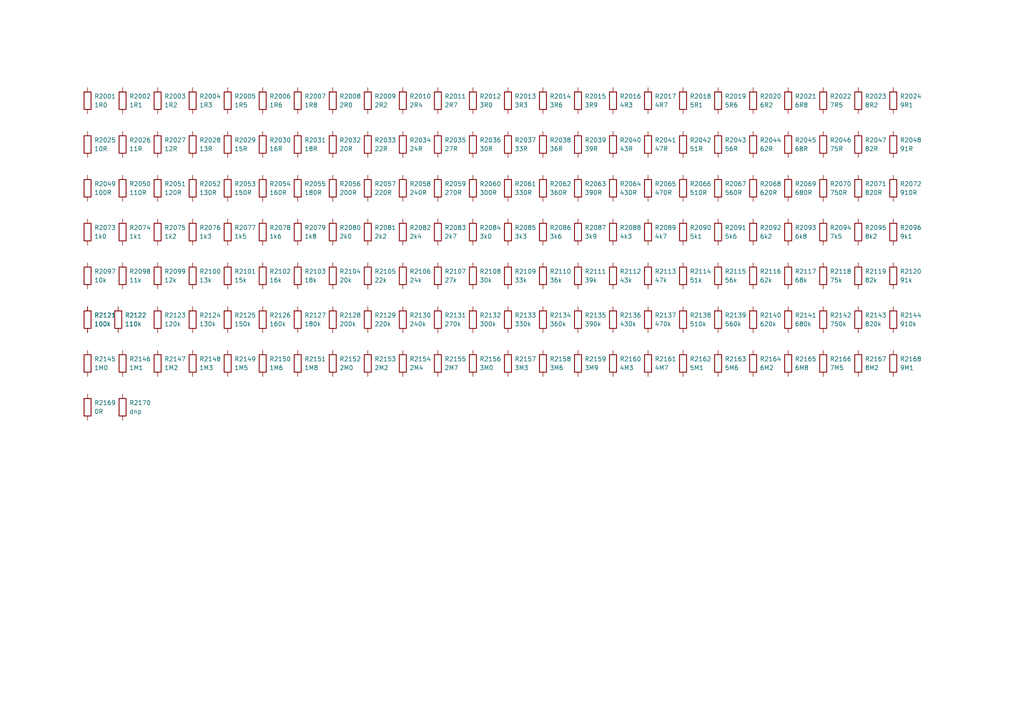
<source format=kicad_sch>
(kicad_sch (version 20231120) (generator "eeschema") (generator_version "8.0")
  (paper "A4")
  (title_block (title "Lily KiCad Library test") (date "2024-04-28") (rev "1") (company "LilyTronics"))
  (lib_symbols
    (symbol "lily_symbols:res_0R_1%_125mW_0805" (pin_numbers hide) (pin_names (offset 0) hide)
      (property "Reference" "R" (at 1.905 -2.54 0))
      (property "Value" "0R" (at 1.905 -5.08 0))
      (symbol "res_0R_1%_125mW_0805_1_1"
        (pin passive line (at 0 0 270) (length 1.27) (name "~") (number "1"))
        (pin passive line (at 0 -7.62 90) (length 1.27) (name "~") (number "2"))
      )
    )
    (symbol "lily_symbols:res_100R_1%_125mW_0805" (pin_numbers hide) (pin_names (offset 0) hide)
      (property "Reference" "R" (at 1.905 -2.54 0))
      (property "Value" "100R" (at 1.905 -5.08 0))
      (symbol "res_100R_1%_125mW_0805_1_1"
        (pin passive line (at 0 0 270) (length 1.27) (name "~") (number "1"))
        (pin passive line (at 0 -7.62 90) (length 1.27) (name "~") (number "2"))
      )
    )
    (symbol "lily_symbols:res_100k_1%_125mW_0805" (pin_numbers hide) (pin_names (offset 0) hide)
      (property "Reference" "R" (at 1.905 -2.54 0))
      (property "Value" "100k" (at 1.905 -5.08 0))
      (symbol "res_100k_1%_125mW_0805_1_1"
        (pin passive line (at 0 0 270) (length 1.27) (name "~") (number "1"))
        (pin passive line (at 0 -7.62 90) (length 1.27) (name "~") (number "2"))
      )
    )
    (symbol "lily_symbols:res_10R_1%_125mW_0805" (pin_numbers hide) (pin_names (offset 0) hide)
      (property "Reference" "R" (at 1.905 -2.54 0))
      (property "Value" "10R" (at 1.905 -5.08 0))
      (symbol "res_10R_1%_125mW_0805_1_1"
        (pin passive line (at 0 0 270) (length 1.27) (name "~") (number "1"))
        (pin passive line (at 0 -7.62 90) (length 1.27) (name "~") (number "2"))
      )
    )
    (symbol "lily_symbols:res_10k_1%_125mW_0805" (pin_numbers hide) (pin_names (offset 0) hide)
      (property "Reference" "R" (at 1.905 -2.54 0))
      (property "Value" "10k" (at 1.905 -5.08 0))
      (symbol "res_10k_1%_125mW_0805_1_1"
        (pin passive line (at 0 0 270) (length 1.27) (name "~") (number "1"))
        (pin passive line (at 0 -7.62 90) (length 1.27) (name "~") (number "2"))
      )
    )
    (symbol "lily_symbols:res_110R_1%_125mW_0805" (pin_numbers hide) (pin_names (offset 0) hide)
      (property "Reference" "R" (at 1.905 -2.54 0))
      (property "Value" "110R" (at 1.905 -5.08 0))
      (symbol "res_110R_1%_125mW_0805_1_1"
        (pin passive line (at 0 0 270) (length 1.27) (name "~") (number "1"))
        (pin passive line (at 0 -7.62 90) (length 1.27) (name "~") (number "2"))
      )
    )
    (symbol "lily_symbols:res_110k_1%_125mW_0805" (pin_numbers hide) (pin_names (offset 0) hide)
      (property "Reference" "R" (at 1.905 -2.54 0))
      (property "Value" "110k" (at 1.905 -5.08 0))
      (symbol "res_110k_1%_125mW_0805_1_1"
        (pin passive line (at 0 0 270) (length 1.27) (name "~") (number "1"))
        (pin passive line (at 0 -7.62 90) (length 1.27) (name "~") (number "2"))
      )
    )
    (symbol "lily_symbols:res_11R_1%_125mW_0805" (pin_numbers hide) (pin_names (offset 0) hide)
      (property "Reference" "R" (at 1.905 -2.54 0))
      (property "Value" "11R" (at 1.905 -5.08 0))
      (symbol "res_11R_1%_125mW_0805_1_1"
        (pin passive line (at 0 0 270) (length 1.27) (name "~") (number "1"))
        (pin passive line (at 0 -7.62 90) (length 1.27) (name "~") (number "2"))
      )
    )
    (symbol "lily_symbols:res_11k_1%_125mW_0805" (pin_numbers hide) (pin_names (offset 0) hide)
      (property "Reference" "R" (at 1.905 -2.54 0))
      (property "Value" "11k" (at 1.905 -5.08 0))
      (symbol "res_11k_1%_125mW_0805_1_1"
        (pin passive line (at 0 0 270) (length 1.27) (name "~") (number "1"))
        (pin passive line (at 0 -7.62 90) (length 1.27) (name "~") (number "2"))
      )
    )
    (symbol "lily_symbols:res_120R_1%_125mW_0805" (pin_numbers hide) (pin_names (offset 0) hide)
      (property "Reference" "R" (at 1.905 -2.54 0))
      (property "Value" "120R" (at 1.905 -5.08 0))
      (symbol "res_120R_1%_125mW_0805_1_1"
        (pin passive line (at 0 0 270) (length 1.27) (name "~") (number "1"))
        (pin passive line (at 0 -7.62 90) (length 1.27) (name "~") (number "2"))
      )
    )
    (symbol "lily_symbols:res_120k_1%_125mW_0805" (pin_numbers hide) (pin_names (offset 0) hide)
      (property "Reference" "R" (at 1.905 -2.54 0))
      (property "Value" "120k" (at 1.905 -5.08 0))
      (symbol "res_120k_1%_125mW_0805_1_1"
        (pin passive line (at 0 0 270) (length 1.27) (name "~") (number "1"))
        (pin passive line (at 0 -7.62 90) (length 1.27) (name "~") (number "2"))
      )
    )
    (symbol "lily_symbols:res_12R_1%_125mW_0805" (pin_numbers hide) (pin_names (offset 0) hide)
      (property "Reference" "R" (at 1.905 -2.54 0))
      (property "Value" "12R" (at 1.905 -5.08 0))
      (symbol "res_12R_1%_125mW_0805_1_1"
        (pin passive line (at 0 0 270) (length 1.27) (name "~") (number "1"))
        (pin passive line (at 0 -7.62 90) (length 1.27) (name "~") (number "2"))
      )
    )
    (symbol "lily_symbols:res_12k_1%_125mW_0805" (pin_numbers hide) (pin_names (offset 0) hide)
      (property "Reference" "R" (at 1.905 -2.54 0))
      (property "Value" "12k" (at 1.905 -5.08 0))
      (symbol "res_12k_1%_125mW_0805_1_1"
        (pin passive line (at 0 0 270) (length 1.27) (name "~") (number "1"))
        (pin passive line (at 0 -7.62 90) (length 1.27) (name "~") (number "2"))
      )
    )
    (symbol "lily_symbols:res_130R_1%_125mW_0805" (pin_numbers hide) (pin_names (offset 0) hide)
      (property "Reference" "R" (at 1.905 -2.54 0))
      (property "Value" "130R" (at 1.905 -5.08 0))
      (symbol "res_130R_1%_125mW_0805_1_1"
        (pin passive line (at 0 0 270) (length 1.27) (name "~") (number "1"))
        (pin passive line (at 0 -7.62 90) (length 1.27) (name "~") (number "2"))
      )
    )
    (symbol "lily_symbols:res_130k_1%_125mW_0805" (pin_numbers hide) (pin_names (offset 0) hide)
      (property "Reference" "R" (at 1.905 -2.54 0))
      (property "Value" "130k" (at 1.905 -5.08 0))
      (symbol "res_130k_1%_125mW_0805_1_1"
        (pin passive line (at 0 0 270) (length 1.27) (name "~") (number "1"))
        (pin passive line (at 0 -7.62 90) (length 1.27) (name "~") (number "2"))
      )
    )
    (symbol "lily_symbols:res_13R_1%_125mW_0805" (pin_numbers hide) (pin_names (offset 0) hide)
      (property "Reference" "R" (at 1.905 -2.54 0))
      (property "Value" "13R" (at 1.905 -5.08 0))
      (symbol "res_13R_1%_125mW_0805_1_1"
        (pin passive line (at 0 0 270) (length 1.27) (name "~") (number "1"))
        (pin passive line (at 0 -7.62 90) (length 1.27) (name "~") (number "2"))
      )
    )
    (symbol "lily_symbols:res_13k_1%_125mW_0805" (pin_numbers hide) (pin_names (offset 0) hide)
      (property "Reference" "R" (at 1.905 -2.54 0))
      (property "Value" "13k" (at 1.905 -5.08 0))
      (symbol "res_13k_1%_125mW_0805_1_1"
        (pin passive line (at 0 0 270) (length 1.27) (name "~") (number "1"))
        (pin passive line (at 0 -7.62 90) (length 1.27) (name "~") (number "2"))
      )
    )
    (symbol "lily_symbols:res_150R_1%_125mW_0805" (pin_numbers hide) (pin_names (offset 0) hide)
      (property "Reference" "R" (at 1.905 -2.54 0))
      (property "Value" "150R" (at 1.905 -5.08 0))
      (symbol "res_150R_1%_125mW_0805_1_1"
        (pin passive line (at 0 0 270) (length 1.27) (name "~") (number "1"))
        (pin passive line (at 0 -7.62 90) (length 1.27) (name "~") (number "2"))
      )
    )
    (symbol "lily_symbols:res_150k_1%_125mW_0805" (pin_numbers hide) (pin_names (offset 0) hide)
      (property "Reference" "R" (at 1.905 -2.54 0))
      (property "Value" "150k" (at 1.905 -5.08 0))
      (symbol "res_150k_1%_125mW_0805_1_1"
        (pin passive line (at 0 0 270) (length 1.27) (name "~") (number "1"))
        (pin passive line (at 0 -7.62 90) (length 1.27) (name "~") (number "2"))
      )
    )
    (symbol "lily_symbols:res_15R_1%_125mW_0805" (pin_numbers hide) (pin_names (offset 0) hide)
      (property "Reference" "R" (at 1.905 -2.54 0))
      (property "Value" "15R" (at 1.905 -5.08 0))
      (symbol "res_15R_1%_125mW_0805_1_1"
        (pin passive line (at 0 0 270) (length 1.27) (name "~") (number "1"))
        (pin passive line (at 0 -7.62 90) (length 1.27) (name "~") (number "2"))
      )
    )
    (symbol "lily_symbols:res_15k_1%_125mW_0805" (pin_numbers hide) (pin_names (offset 0) hide)
      (property "Reference" "R" (at 1.905 -2.54 0))
      (property "Value" "15k" (at 1.905 -5.08 0))
      (symbol "res_15k_1%_125mW_0805_1_1"
        (pin passive line (at 0 0 270) (length 1.27) (name "~") (number "1"))
        (pin passive line (at 0 -7.62 90) (length 1.27) (name "~") (number "2"))
      )
    )
    (symbol "lily_symbols:res_160R_1%_125mW_0805" (pin_numbers hide) (pin_names (offset 0) hide)
      (property "Reference" "R" (at 1.905 -2.54 0))
      (property "Value" "160R" (at 1.905 -5.08 0))
      (symbol "res_160R_1%_125mW_0805_1_1"
        (pin passive line (at 0 0 270) (length 1.27) (name "~") (number "1"))
        (pin passive line (at 0 -7.62 90) (length 1.27) (name "~") (number "2"))
      )
    )
    (symbol "lily_symbols:res_160k_1%_125mW_0805" (pin_numbers hide) (pin_names (offset 0) hide)
      (property "Reference" "R" (at 1.905 -2.54 0))
      (property "Value" "160k" (at 1.905 -5.08 0))
      (symbol "res_160k_1%_125mW_0805_1_1"
        (pin passive line (at 0 0 270) (length 1.27) (name "~") (number "1"))
        (pin passive line (at 0 -7.62 90) (length 1.27) (name "~") (number "2"))
      )
    )
    (symbol "lily_symbols:res_16R_1%_125mW_0805" (pin_numbers hide) (pin_names (offset 0) hide)
      (property "Reference" "R" (at 1.905 -2.54 0))
      (property "Value" "16R" (at 1.905 -5.08 0))
      (symbol "res_16R_1%_125mW_0805_1_1"
        (pin passive line (at 0 0 270) (length 1.27) (name "~") (number "1"))
        (pin passive line (at 0 -7.62 90) (length 1.27) (name "~") (number "2"))
      )
    )
    (symbol "lily_symbols:res_16k_1%_125mW_0805" (pin_numbers hide) (pin_names (offset 0) hide)
      (property "Reference" "R" (at 1.905 -2.54 0))
      (property "Value" "16k" (at 1.905 -5.08 0))
      (symbol "res_16k_1%_125mW_0805_1_1"
        (pin passive line (at 0 0 270) (length 1.27) (name "~") (number "1"))
        (pin passive line (at 0 -7.62 90) (length 1.27) (name "~") (number "2"))
      )
    )
    (symbol "lily_symbols:res_180R_1%_125mW_0805" (pin_numbers hide) (pin_names (offset 0) hide)
      (property "Reference" "R" (at 1.905 -2.54 0))
      (property "Value" "180R" (at 1.905 -5.08 0))
      (symbol "res_180R_1%_125mW_0805_1_1"
        (pin passive line (at 0 0 270) (length 1.27) (name "~") (number "1"))
        (pin passive line (at 0 -7.62 90) (length 1.27) (name "~") (number "2"))
      )
    )
    (symbol "lily_symbols:res_180k_1%_125mW_0805" (pin_numbers hide) (pin_names (offset 0) hide)
      (property "Reference" "R" (at 1.905 -2.54 0))
      (property "Value" "180k" (at 1.905 -5.08 0))
      (symbol "res_180k_1%_125mW_0805_1_1"
        (pin passive line (at 0 0 270) (length 1.27) (name "~") (number "1"))
        (pin passive line (at 0 -7.62 90) (length 1.27) (name "~") (number "2"))
      )
    )
    (symbol "lily_symbols:res_18R_1%_125mW_0805" (pin_numbers hide) (pin_names (offset 0) hide)
      (property "Reference" "R" (at 1.905 -2.54 0))
      (property "Value" "18R" (at 1.905 -5.08 0))
      (symbol "res_18R_1%_125mW_0805_1_1"
        (pin passive line (at 0 0 270) (length 1.27) (name "~") (number "1"))
        (pin passive line (at 0 -7.62 90) (length 1.27) (name "~") (number "2"))
      )
    )
    (symbol "lily_symbols:res_18k_1%_125mW_0805" (pin_numbers hide) (pin_names (offset 0) hide)
      (property "Reference" "R" (at 1.905 -2.54 0))
      (property "Value" "18k" (at 1.905 -5.08 0))
      (symbol "res_18k_1%_125mW_0805_1_1"
        (pin passive line (at 0 0 270) (length 1.27) (name "~") (number "1"))
        (pin passive line (at 0 -7.62 90) (length 1.27) (name "~") (number "2"))
      )
    )
    (symbol "lily_symbols:res_1M0_1%_125mW_0805" (pin_numbers hide) (pin_names (offset 0) hide)
      (property "Reference" "R" (at 1.905 -2.54 0))
      (property "Value" "1M0" (at 1.905 -5.08 0))
      (symbol "res_1M0_1%_125mW_0805_1_1"
        (pin passive line (at 0 0 270) (length 1.27) (name "~") (number "1"))
        (pin passive line (at 0 -7.62 90) (length 1.27) (name "~") (number "2"))
      )
    )
    (symbol "lily_symbols:res_1M1_1%_125mW_0805" (pin_numbers hide) (pin_names (offset 0) hide)
      (property "Reference" "R" (at 1.905 -2.54 0))
      (property "Value" "1M1" (at 1.905 -5.08 0))
      (symbol "res_1M1_1%_125mW_0805_1_1"
        (pin passive line (at 0 0 270) (length 1.27) (name "~") (number "1"))
        (pin passive line (at 0 -7.62 90) (length 1.27) (name "~") (number "2"))
      )
    )
    (symbol "lily_symbols:res_1M2_1%_125mW_0805" (pin_numbers hide) (pin_names (offset 0) hide)
      (property "Reference" "R" (at 1.905 -2.54 0))
      (property "Value" "1M2" (at 1.905 -5.08 0))
      (symbol "res_1M2_1%_125mW_0805_1_1"
        (pin passive line (at 0 0 270) (length 1.27) (name "~") (number "1"))
        (pin passive line (at 0 -7.62 90) (length 1.27) (name "~") (number "2"))
      )
    )
    (symbol "lily_symbols:res_1M3_1%_125mW_0805" (pin_numbers hide) (pin_names (offset 0) hide)
      (property "Reference" "R" (at 1.905 -2.54 0))
      (property "Value" "1M3" (at 1.905 -5.08 0))
      (symbol "res_1M3_1%_125mW_0805_1_1"
        (pin passive line (at 0 0 270) (length 1.27) (name "~") (number "1"))
        (pin passive line (at 0 -7.62 90) (length 1.27) (name "~") (number "2"))
      )
    )
    (symbol "lily_symbols:res_1M5_1%_125mW_0805" (pin_numbers hide) (pin_names (offset 0) hide)
      (property "Reference" "R" (at 1.905 -2.54 0))
      (property "Value" "1M5" (at 1.905 -5.08 0))
      (symbol "res_1M5_1%_125mW_0805_1_1"
        (pin passive line (at 0 0 270) (length 1.27) (name "~") (number "1"))
        (pin passive line (at 0 -7.62 90) (length 1.27) (name "~") (number "2"))
      )
    )
    (symbol "lily_symbols:res_1M6_1%_125mW_0805" (pin_numbers hide) (pin_names (offset 0) hide)
      (property "Reference" "R" (at 1.905 -2.54 0))
      (property "Value" "1M6" (at 1.905 -5.08 0))
      (symbol "res_1M6_1%_125mW_0805_1_1"
        (pin passive line (at 0 0 270) (length 1.27) (name "~") (number "1"))
        (pin passive line (at 0 -7.62 90) (length 1.27) (name "~") (number "2"))
      )
    )
    (symbol "lily_symbols:res_1M8_1%_125mW_0805" (pin_numbers hide) (pin_names (offset 0) hide)
      (property "Reference" "R" (at 1.905 -2.54 0))
      (property "Value" "1M8" (at 1.905 -5.08 0))
      (symbol "res_1M8_1%_125mW_0805_1_1"
        (pin passive line (at 0 0 270) (length 1.27) (name "~") (number "1"))
        (pin passive line (at 0 -7.62 90) (length 1.27) (name "~") (number "2"))
      )
    )
    (symbol "lily_symbols:res_1R0_1%_125mW_0805" (pin_numbers hide) (pin_names (offset 0) hide)
      (property "Reference" "R" (at 1.905 -2.54 0))
      (property "Value" "1R0" (at 1.905 -5.08 0))
      (symbol "res_1R0_1%_125mW_0805_1_1"
        (pin passive line (at 0 0 270) (length 1.27) (name "~") (number "1"))
        (pin passive line (at 0 -7.62 90) (length 1.27) (name "~") (number "2"))
      )
    )
    (symbol "lily_symbols:res_1R1_1%_125mW_0805" (pin_numbers hide) (pin_names (offset 0) hide)
      (property "Reference" "R" (at 1.905 -2.54 0))
      (property "Value" "1R1" (at 1.905 -5.08 0))
      (symbol "res_1R1_1%_125mW_0805_1_1"
        (pin passive line (at 0 0 270) (length 1.27) (name "~") (number "1"))
        (pin passive line (at 0 -7.62 90) (length 1.27) (name "~") (number "2"))
      )
    )
    (symbol "lily_symbols:res_1R2_1%_125mW_0805" (pin_numbers hide) (pin_names (offset 0) hide)
      (property "Reference" "R" (at 1.905 -2.54 0))
      (property "Value" "1R2" (at 1.905 -5.08 0))
      (symbol "res_1R2_1%_125mW_0805_1_1"
        (pin passive line (at 0 0 270) (length 1.27) (name "~") (number "1"))
        (pin passive line (at 0 -7.62 90) (length 1.27) (name "~") (number "2"))
      )
    )
    (symbol "lily_symbols:res_1R3_1%_125mW_0805" (pin_numbers hide) (pin_names (offset 0) hide)
      (property "Reference" "R" (at 1.905 -2.54 0))
      (property "Value" "1R3" (at 1.905 -5.08 0))
      (symbol "res_1R3_1%_125mW_0805_1_1"
        (pin passive line (at 0 0 270) (length 1.27) (name "~") (number "1"))
        (pin passive line (at 0 -7.62 90) (length 1.27) (name "~") (number "2"))
      )
    )
    (symbol "lily_symbols:res_1R5_1%_125mW_0805" (pin_numbers hide) (pin_names (offset 0) hide)
      (property "Reference" "R" (at 1.905 -2.54 0))
      (property "Value" "1R5" (at 1.905 -5.08 0))
      (symbol "res_1R5_1%_125mW_0805_1_1"
        (pin passive line (at 0 0 270) (length 1.27) (name "~") (number "1"))
        (pin passive line (at 0 -7.62 90) (length 1.27) (name "~") (number "2"))
      )
    )
    (symbol "lily_symbols:res_1R6_1%_125mW_0805" (pin_numbers hide) (pin_names (offset 0) hide)
      (property "Reference" "R" (at 1.905 -2.54 0))
      (property "Value" "1R6" (at 1.905 -5.08 0))
      (symbol "res_1R6_1%_125mW_0805_1_1"
        (pin passive line (at 0 0 270) (length 1.27) (name "~") (number "1"))
        (pin passive line (at 0 -7.62 90) (length 1.27) (name "~") (number "2"))
      )
    )
    (symbol "lily_symbols:res_1R8_1%_125mW_0805" (pin_numbers hide) (pin_names (offset 0) hide)
      (property "Reference" "R" (at 1.905 -2.54 0))
      (property "Value" "1R8" (at 1.905 -5.08 0))
      (symbol "res_1R8_1%_125mW_0805_1_1"
        (pin passive line (at 0 0 270) (length 1.27) (name "~") (number "1"))
        (pin passive line (at 0 -7.62 90) (length 1.27) (name "~") (number "2"))
      )
    )
    (symbol "lily_symbols:res_1k0_1%_125mW_0805" (pin_numbers hide) (pin_names (offset 0) hide)
      (property "Reference" "R" (at 1.905 -2.54 0))
      (property "Value" "1k0" (at 1.905 -5.08 0))
      (symbol "res_1k0_1%_125mW_0805_1_1"
        (pin passive line (at 0 0 270) (length 1.27) (name "~") (number "1"))
        (pin passive line (at 0 -7.62 90) (length 1.27) (name "~") (number "2"))
      )
    )
    (symbol "lily_symbols:res_1k1_1%_125mW_0805" (pin_numbers hide) (pin_names (offset 0) hide)
      (property "Reference" "R" (at 1.905 -2.54 0))
      (property "Value" "1k1" (at 1.905 -5.08 0))
      (symbol "res_1k1_1%_125mW_0805_1_1"
        (pin passive line (at 0 0 270) (length 1.27) (name "~") (number "1"))
        (pin passive line (at 0 -7.62 90) (length 1.27) (name "~") (number "2"))
      )
    )
    (symbol "lily_symbols:res_1k2_1%_125mW_0805" (pin_numbers hide) (pin_names (offset 0) hide)
      (property "Reference" "R" (at 1.905 -2.54 0))
      (property "Value" "1k2" (at 1.905 -5.08 0))
      (symbol "res_1k2_1%_125mW_0805_1_1"
        (pin passive line (at 0 0 270) (length 1.27) (name "~") (number "1"))
        (pin passive line (at 0 -7.62 90) (length 1.27) (name "~") (number "2"))
      )
    )
    (symbol "lily_symbols:res_1k3_1%_125mW_0805" (pin_numbers hide) (pin_names (offset 0) hide)
      (property "Reference" "R" (at 1.905 -2.54 0))
      (property "Value" "1k3" (at 1.905 -5.08 0))
      (symbol "res_1k3_1%_125mW_0805_1_1"
        (pin passive line (at 0 0 270) (length 1.27) (name "~") (number "1"))
        (pin passive line (at 0 -7.62 90) (length 1.27) (name "~") (number "2"))
      )
    )
    (symbol "lily_symbols:res_1k5_1%_125mW_0805" (pin_numbers hide) (pin_names (offset 0) hide)
      (property "Reference" "R" (at 1.905 -2.54 0))
      (property "Value" "1k5" (at 1.905 -5.08 0))
      (symbol "res_1k5_1%_125mW_0805_1_1"
        (pin passive line (at 0 0 270) (length 1.27) (name "~") (number "1"))
        (pin passive line (at 0 -7.62 90) (length 1.27) (name "~") (number "2"))
      )
    )
    (symbol "lily_symbols:res_1k6_1%_125mW_0805" (pin_numbers hide) (pin_names (offset 0) hide)
      (property "Reference" "R" (at 1.905 -2.54 0))
      (property "Value" "1k6" (at 1.905 -5.08 0))
      (symbol "res_1k6_1%_125mW_0805_1_1"
        (pin passive line (at 0 0 270) (length 1.27) (name "~") (number "1"))
        (pin passive line (at 0 -7.62 90) (length 1.27) (name "~") (number "2"))
      )
    )
    (symbol "lily_symbols:res_1k8_1%_125mW_0805" (pin_numbers hide) (pin_names (offset 0) hide)
      (property "Reference" "R" (at 1.905 -2.54 0))
      (property "Value" "1k8" (at 1.905 -5.08 0))
      (symbol "res_1k8_1%_125mW_0805_1_1"
        (pin passive line (at 0 0 270) (length 1.27) (name "~") (number "1"))
        (pin passive line (at 0 -7.62 90) (length 1.27) (name "~") (number "2"))
      )
    )
    (symbol "lily_symbols:res_200R_1%_125mW_0805" (pin_numbers hide) (pin_names (offset 0) hide)
      (property "Reference" "R" (at 1.905 -2.54 0))
      (property "Value" "200R" (at 1.905 -5.08 0))
      (symbol "res_200R_1%_125mW_0805_1_1"
        (pin passive line (at 0 0 270) (length 1.27) (name "~") (number "1"))
        (pin passive line (at 0 -7.62 90) (length 1.27) (name "~") (number "2"))
      )
    )
    (symbol "lily_symbols:res_200k_1%_125mW_0805" (pin_numbers hide) (pin_names (offset 0) hide)
      (property "Reference" "R" (at 1.905 -2.54 0))
      (property "Value" "200k" (at 1.905 -5.08 0))
      (symbol "res_200k_1%_125mW_0805_1_1"
        (pin passive line (at 0 0 270) (length 1.27) (name "~") (number "1"))
        (pin passive line (at 0 -7.62 90) (length 1.27) (name "~") (number "2"))
      )
    )
    (symbol "lily_symbols:res_20R_1%_125mW_0805" (pin_numbers hide) (pin_names (offset 0) hide)
      (property "Reference" "R" (at 1.905 -2.54 0))
      (property "Value" "20R" (at 1.905 -5.08 0))
      (symbol "res_20R_1%_125mW_0805_1_1"
        (pin passive line (at 0 0 270) (length 1.27) (name "~") (number "1"))
        (pin passive line (at 0 -7.62 90) (length 1.27) (name "~") (number "2"))
      )
    )
    (symbol "lily_symbols:res_20k_1%_125mW_0805" (pin_numbers hide) (pin_names (offset 0) hide)
      (property "Reference" "R" (at 1.905 -2.54 0))
      (property "Value" "20k" (at 1.905 -5.08 0))
      (symbol "res_20k_1%_125mW_0805_1_1"
        (pin passive line (at 0 0 270) (length 1.27) (name "~") (number "1"))
        (pin passive line (at 0 -7.62 90) (length 1.27) (name "~") (number "2"))
      )
    )
    (symbol "lily_symbols:res_220R_1%_125mW_0805" (pin_numbers hide) (pin_names (offset 0) hide)
      (property "Reference" "R" (at 1.905 -2.54 0))
      (property "Value" "220R" (at 1.905 -5.08 0))
      (symbol "res_220R_1%_125mW_0805_1_1"
        (pin passive line (at 0 0 270) (length 1.27) (name "~") (number "1"))
        (pin passive line (at 0 -7.62 90) (length 1.27) (name "~") (number "2"))
      )
    )
    (symbol "lily_symbols:res_220k_1%_125mW_0805" (pin_numbers hide) (pin_names (offset 0) hide)
      (property "Reference" "R" (at 1.905 -2.54 0))
      (property "Value" "220k" (at 1.905 -5.08 0))
      (symbol "res_220k_1%_125mW_0805_1_1"
        (pin passive line (at 0 0 270) (length 1.27) (name "~") (number "1"))
        (pin passive line (at 0 -7.62 90) (length 1.27) (name "~") (number "2"))
      )
    )
    (symbol "lily_symbols:res_22R_1%_125mW_0805" (pin_numbers hide) (pin_names (offset 0) hide)
      (property "Reference" "R" (at 1.905 -2.54 0))
      (property "Value" "22R" (at 1.905 -5.08 0))
      (symbol "res_22R_1%_125mW_0805_1_1"
        (pin passive line (at 0 0 270) (length 1.27) (name "~") (number "1"))
        (pin passive line (at 0 -7.62 90) (length 1.27) (name "~") (number "2"))
      )
    )
    (symbol "lily_symbols:res_22k_1%_125mW_0805" (pin_numbers hide) (pin_names (offset 0) hide)
      (property "Reference" "R" (at 1.905 -2.54 0))
      (property "Value" "22k" (at 1.905 -5.08 0))
      (symbol "res_22k_1%_125mW_0805_1_1"
        (pin passive line (at 0 0 270) (length 1.27) (name "~") (number "1"))
        (pin passive line (at 0 -7.62 90) (length 1.27) (name "~") (number "2"))
      )
    )
    (symbol "lily_symbols:res_240R_1%_125mW_0805" (pin_numbers hide) (pin_names (offset 0) hide)
      (property "Reference" "R" (at 1.905 -2.54 0))
      (property "Value" "240R" (at 1.905 -5.08 0))
      (symbol "res_240R_1%_125mW_0805_1_1"
        (pin passive line (at 0 0 270) (length 1.27) (name "~") (number "1"))
        (pin passive line (at 0 -7.62 90) (length 1.27) (name "~") (number "2"))
      )
    )
    (symbol "lily_symbols:res_240k_1%_125mW_0805" (pin_numbers hide) (pin_names (offset 0) hide)
      (property "Reference" "R" (at 1.905 -2.54 0))
      (property "Value" "240k" (at 1.905 -5.08 0))
      (symbol "res_240k_1%_125mW_0805_1_1"
        (pin passive line (at 0 0 270) (length 1.27) (name "~") (number "1"))
        (pin passive line (at 0 -7.62 90) (length 1.27) (name "~") (number "2"))
      )
    )
    (symbol "lily_symbols:res_24R_1%_125mW_0805" (pin_numbers hide) (pin_names (offset 0) hide)
      (property "Reference" "R" (at 1.905 -2.54 0))
      (property "Value" "24R" (at 1.905 -5.08 0))
      (symbol "res_24R_1%_125mW_0805_1_1"
        (pin passive line (at 0 0 270) (length 1.27) (name "~") (number "1"))
        (pin passive line (at 0 -7.62 90) (length 1.27) (name "~") (number "2"))
      )
    )
    (symbol "lily_symbols:res_24k_1%_125mW_0805" (pin_numbers hide) (pin_names (offset 0) hide)
      (property "Reference" "R" (at 1.905 -2.54 0))
      (property "Value" "24k" (at 1.905 -5.08 0))
      (symbol "res_24k_1%_125mW_0805_1_1"
        (pin passive line (at 0 0 270) (length 1.27) (name "~") (number "1"))
        (pin passive line (at 0 -7.62 90) (length 1.27) (name "~") (number "2"))
      )
    )
    (symbol "lily_symbols:res_270R_1%_125mW_0805" (pin_numbers hide) (pin_names (offset 0) hide)
      (property "Reference" "R" (at 1.905 -2.54 0))
      (property "Value" "270R" (at 1.905 -5.08 0))
      (symbol "res_270R_1%_125mW_0805_1_1"
        (pin passive line (at 0 0 270) (length 1.27) (name "~") (number "1"))
        (pin passive line (at 0 -7.62 90) (length 1.27) (name "~") (number "2"))
      )
    )
    (symbol "lily_symbols:res_270k_1%_125mW_0805" (pin_numbers hide) (pin_names (offset 0) hide)
      (property "Reference" "R" (at 1.905 -2.54 0))
      (property "Value" "270k" (at 1.905 -5.08 0))
      (symbol "res_270k_1%_125mW_0805_1_1"
        (pin passive line (at 0 0 270) (length 1.27) (name "~") (number "1"))
        (pin passive line (at 0 -7.62 90) (length 1.27) (name "~") (number "2"))
      )
    )
    (symbol "lily_symbols:res_27R_1%_125mW_0805" (pin_numbers hide) (pin_names (offset 0) hide)
      (property "Reference" "R" (at 1.905 -2.54 0))
      (property "Value" "27R" (at 1.905 -5.08 0))
      (symbol "res_27R_1%_125mW_0805_1_1"
        (pin passive line (at 0 0 270) (length 1.27) (name "~") (number "1"))
        (pin passive line (at 0 -7.62 90) (length 1.27) (name "~") (number "2"))
      )
    )
    (symbol "lily_symbols:res_27k_1%_125mW_0805" (pin_numbers hide) (pin_names (offset 0) hide)
      (property "Reference" "R" (at 1.905 -2.54 0))
      (property "Value" "27k" (at 1.905 -5.08 0))
      (symbol "res_27k_1%_125mW_0805_1_1"
        (pin passive line (at 0 0 270) (length 1.27) (name "~") (number "1"))
        (pin passive line (at 0 -7.62 90) (length 1.27) (name "~") (number "2"))
      )
    )
    (symbol "lily_symbols:res_2M0_1%_125mW_0805" (pin_numbers hide) (pin_names (offset 0) hide)
      (property "Reference" "R" (at 1.905 -2.54 0))
      (property "Value" "2M0" (at 1.905 -5.08 0))
      (symbol "res_2M0_1%_125mW_0805_1_1"
        (pin passive line (at 0 0 270) (length 1.27) (name "~") (number "1"))
        (pin passive line (at 0 -7.62 90) (length 1.27) (name "~") (number "2"))
      )
    )
    (symbol "lily_symbols:res_2M2_1%_125mW_0805" (pin_numbers hide) (pin_names (offset 0) hide)
      (property "Reference" "R" (at 1.905 -2.54 0))
      (property "Value" "2M2" (at 1.905 -5.08 0))
      (symbol "res_2M2_1%_125mW_0805_1_1"
        (pin passive line (at 0 0 270) (length 1.27) (name "~") (number "1"))
        (pin passive line (at 0 -7.62 90) (length 1.27) (name "~") (number "2"))
      )
    )
    (symbol "lily_symbols:res_2M4_1%_125mW_0805" (pin_numbers hide) (pin_names (offset 0) hide)
      (property "Reference" "R" (at 1.905 -2.54 0))
      (property "Value" "2M4" (at 1.905 -5.08 0))
      (symbol "res_2M4_1%_125mW_0805_1_1"
        (pin passive line (at 0 0 270) (length 1.27) (name "~") (number "1"))
        (pin passive line (at 0 -7.62 90) (length 1.27) (name "~") (number "2"))
      )
    )
    (symbol "lily_symbols:res_2M7_1%_125mW_0805" (pin_numbers hide) (pin_names (offset 0) hide)
      (property "Reference" "R" (at 1.905 -2.54 0))
      (property "Value" "2M7" (at 1.905 -5.08 0))
      (symbol "res_2M7_1%_125mW_0805_1_1"
        (pin passive line (at 0 0 270) (length 1.27) (name "~") (number "1"))
        (pin passive line (at 0 -7.62 90) (length 1.27) (name "~") (number "2"))
      )
    )
    (symbol "lily_symbols:res_2R0_1%_125mW_0805" (pin_numbers hide) (pin_names (offset 0) hide)
      (property "Reference" "R" (at 1.905 -2.54 0))
      (property "Value" "2R0" (at 1.905 -5.08 0))
      (symbol "res_2R0_1%_125mW_0805_1_1"
        (pin passive line (at 0 0 270) (length 1.27) (name "~") (number "1"))
        (pin passive line (at 0 -7.62 90) (length 1.27) (name "~") (number "2"))
      )
    )
    (symbol "lily_symbols:res_2R2_1%_125mW_0805" (pin_numbers hide) (pin_names (offset 0) hide)
      (property "Reference" "R" (at 1.905 -2.54 0))
      (property "Value" "2R2" (at 1.905 -5.08 0))
      (symbol "res_2R2_1%_125mW_0805_1_1"
        (pin passive line (at 0 0 270) (length 1.27) (name "~") (number "1"))
        (pin passive line (at 0 -7.62 90) (length 1.27) (name "~") (number "2"))
      )
    )
    (symbol "lily_symbols:res_2R4_1%_125mW_0805" (pin_numbers hide) (pin_names (offset 0) hide)
      (property "Reference" "R" (at 1.905 -2.54 0))
      (property "Value" "2R4" (at 1.905 -5.08 0))
      (symbol "res_2R4_1%_125mW_0805_1_1"
        (pin passive line (at 0 0 270) (length 1.27) (name "~") (number "1"))
        (pin passive line (at 0 -7.62 90) (length 1.27) (name "~") (number "2"))
      )
    )
    (symbol "lily_symbols:res_2R7_1%_125mW_0805" (pin_numbers hide) (pin_names (offset 0) hide)
      (property "Reference" "R" (at 1.905 -2.54 0))
      (property "Value" "2R7" (at 1.905 -5.08 0))
      (symbol "res_2R7_1%_125mW_0805_1_1"
        (pin passive line (at 0 0 270) (length 1.27) (name "~") (number "1"))
        (pin passive line (at 0 -7.62 90) (length 1.27) (name "~") (number "2"))
      )
    )
    (symbol "lily_symbols:res_2k0_1%_125mW_0805" (pin_numbers hide) (pin_names (offset 0) hide)
      (property "Reference" "R" (at 1.905 -2.54 0))
      (property "Value" "2k0" (at 1.905 -5.08 0))
      (symbol "res_2k0_1%_125mW_0805_1_1"
        (pin passive line (at 0 0 270) (length 1.27) (name "~") (number "1"))
        (pin passive line (at 0 -7.62 90) (length 1.27) (name "~") (number "2"))
      )
    )
    (symbol "lily_symbols:res_2k2_1%_125mW_0805" (pin_numbers hide) (pin_names (offset 0) hide)
      (property "Reference" "R" (at 1.905 -2.54 0))
      (property "Value" "2k2" (at 1.905 -5.08 0))
      (symbol "res_2k2_1%_125mW_0805_1_1"
        (pin passive line (at 0 0 270) (length 1.27) (name "~") (number "1"))
        (pin passive line (at 0 -7.62 90) (length 1.27) (name "~") (number "2"))
      )
    )
    (symbol "lily_symbols:res_2k4_1%_125mW_0805" (pin_numbers hide) (pin_names (offset 0) hide)
      (property "Reference" "R" (at 1.905 -2.54 0))
      (property "Value" "2k4" (at 1.905 -5.08 0))
      (symbol "res_2k4_1%_125mW_0805_1_1"
        (pin passive line (at 0 0 270) (length 1.27) (name "~") (number "1"))
        (pin passive line (at 0 -7.62 90) (length 1.27) (name "~") (number "2"))
      )
    )
    (symbol "lily_symbols:res_2k7_1%_125mW_0805" (pin_numbers hide) (pin_names (offset 0) hide)
      (property "Reference" "R" (at 1.905 -2.54 0))
      (property "Value" "2k7" (at 1.905 -5.08 0))
      (symbol "res_2k7_1%_125mW_0805_1_1"
        (pin passive line (at 0 0 270) (length 1.27) (name "~") (number "1"))
        (pin passive line (at 0 -7.62 90) (length 1.27) (name "~") (number "2"))
      )
    )
    (symbol "lily_symbols:res_300R_1%_125mW_0805" (pin_numbers hide) (pin_names (offset 0) hide)
      (property "Reference" "R" (at 1.905 -2.54 0))
      (property "Value" "300R" (at 1.905 -5.08 0))
      (symbol "res_300R_1%_125mW_0805_1_1"
        (pin passive line (at 0 0 270) (length 1.27) (name "~") (number "1"))
        (pin passive line (at 0 -7.62 90) (length 1.27) (name "~") (number "2"))
      )
    )
    (symbol "lily_symbols:res_300k_1%_125mW_0805" (pin_numbers hide) (pin_names (offset 0) hide)
      (property "Reference" "R" (at 1.905 -2.54 0))
      (property "Value" "300k" (at 1.905 -5.08 0))
      (symbol "res_300k_1%_125mW_0805_1_1"
        (pin passive line (at 0 0 270) (length 1.27) (name "~") (number "1"))
        (pin passive line (at 0 -7.62 90) (length 1.27) (name "~") (number "2"))
      )
    )
    (symbol "lily_symbols:res_30R_1%_125mW_0805" (pin_numbers hide) (pin_names (offset 0) hide)
      (property "Reference" "R" (at 1.905 -2.54 0))
      (property "Value" "30R" (at 1.905 -5.08 0))
      (symbol "res_30R_1%_125mW_0805_1_1"
        (pin passive line (at 0 0 270) (length 1.27) (name "~") (number "1"))
        (pin passive line (at 0 -7.62 90) (length 1.27) (name "~") (number "2"))
      )
    )
    (symbol "lily_symbols:res_30k_1%_125mW_0805" (pin_numbers hide) (pin_names (offset 0) hide)
      (property "Reference" "R" (at 1.905 -2.54 0))
      (property "Value" "30k" (at 1.905 -5.08 0))
      (symbol "res_30k_1%_125mW_0805_1_1"
        (pin passive line (at 0 0 270) (length 1.27) (name "~") (number "1"))
        (pin passive line (at 0 -7.62 90) (length 1.27) (name "~") (number "2"))
      )
    )
    (symbol "lily_symbols:res_330R_1%_125mW_0805" (pin_numbers hide) (pin_names (offset 0) hide)
      (property "Reference" "R" (at 1.905 -2.54 0))
      (property "Value" "330R" (at 1.905 -5.08 0))
      (symbol "res_330R_1%_125mW_0805_1_1"
        (pin passive line (at 0 0 270) (length 1.27) (name "~") (number "1"))
        (pin passive line (at 0 -7.62 90) (length 1.27) (name "~") (number "2"))
      )
    )
    (symbol "lily_symbols:res_330k_1%_125mW_0805" (pin_numbers hide) (pin_names (offset 0) hide)
      (property "Reference" "R" (at 1.905 -2.54 0))
      (property "Value" "330k" (at 1.905 -5.08 0))
      (symbol "res_330k_1%_125mW_0805_1_1"
        (pin passive line (at 0 0 270) (length 1.27) (name "~") (number "1"))
        (pin passive line (at 0 -7.62 90) (length 1.27) (name "~") (number "2"))
      )
    )
    (symbol "lily_symbols:res_33R_1%_125mW_0805" (pin_numbers hide) (pin_names (offset 0) hide)
      (property "Reference" "R" (at 1.905 -2.54 0))
      (property "Value" "33R" (at 1.905 -5.08 0))
      (symbol "res_33R_1%_125mW_0805_1_1"
        (pin passive line (at 0 0 270) (length 1.27) (name "~") (number "1"))
        (pin passive line (at 0 -7.62 90) (length 1.27) (name "~") (number "2"))
      )
    )
    (symbol "lily_symbols:res_33k_1%_125mW_0805" (pin_numbers hide) (pin_names (offset 0) hide)
      (property "Reference" "R" (at 1.905 -2.54 0))
      (property "Value" "33k" (at 1.905 -5.08 0))
      (symbol "res_33k_1%_125mW_0805_1_1"
        (pin passive line (at 0 0 270) (length 1.27) (name "~") (number "1"))
        (pin passive line (at 0 -7.62 90) (length 1.27) (name "~") (number "2"))
      )
    )
    (symbol "lily_symbols:res_360R_1%_125mW_0805" (pin_numbers hide) (pin_names (offset 0) hide)
      (property "Reference" "R" (at 1.905 -2.54 0))
      (property "Value" "360R" (at 1.905 -5.08 0))
      (symbol "res_360R_1%_125mW_0805_1_1"
        (pin passive line (at 0 0 270) (length 1.27) (name "~") (number "1"))
        (pin passive line (at 0 -7.62 90) (length 1.27) (name "~") (number "2"))
      )
    )
    (symbol "lily_symbols:res_360k_1%_125mW_0805" (pin_numbers hide) (pin_names (offset 0) hide)
      (property "Reference" "R" (at 1.905 -2.54 0))
      (property "Value" "360k" (at 1.905 -5.08 0))
      (symbol "res_360k_1%_125mW_0805_1_1"
        (pin passive line (at 0 0 270) (length 1.27) (name "~") (number "1"))
        (pin passive line (at 0 -7.62 90) (length 1.27) (name "~") (number "2"))
      )
    )
    (symbol "lily_symbols:res_36R_1%_125mW_0805" (pin_numbers hide) (pin_names (offset 0) hide)
      (property "Reference" "R" (at 1.905 -2.54 0))
      (property "Value" "36R" (at 1.905 -5.08 0))
      (symbol "res_36R_1%_125mW_0805_1_1"
        (pin passive line (at 0 0 270) (length 1.27) (name "~") (number "1"))
        (pin passive line (at 0 -7.62 90) (length 1.27) (name "~") (number "2"))
      )
    )
    (symbol "lily_symbols:res_36k_1%_125mW_0805" (pin_numbers hide) (pin_names (offset 0) hide)
      (property "Reference" "R" (at 1.905 -2.54 0))
      (property "Value" "36k" (at 1.905 -5.08 0))
      (symbol "res_36k_1%_125mW_0805_1_1"
        (pin passive line (at 0 0 270) (length 1.27) (name "~") (number "1"))
        (pin passive line (at 0 -7.62 90) (length 1.27) (name "~") (number "2"))
      )
    )
    (symbol "lily_symbols:res_390R_1%_125mW_0805" (pin_numbers hide) (pin_names (offset 0) hide)
      (property "Reference" "R" (at 1.905 -2.54 0))
      (property "Value" "390R" (at 1.905 -5.08 0))
      (symbol "res_390R_1%_125mW_0805_1_1"
        (pin passive line (at 0 0 270) (length 1.27) (name "~") (number "1"))
        (pin passive line (at 0 -7.62 90) (length 1.27) (name "~") (number "2"))
      )
    )
    (symbol "lily_symbols:res_390k_1%_125mW_0805" (pin_numbers hide) (pin_names (offset 0) hide)
      (property "Reference" "R" (at 1.905 -2.54 0))
      (property "Value" "390k" (at 1.905 -5.08 0))
      (symbol "res_390k_1%_125mW_0805_1_1"
        (pin passive line (at 0 0 270) (length 1.27) (name "~") (number "1"))
        (pin passive line (at 0 -7.62 90) (length 1.27) (name "~") (number "2"))
      )
    )
    (symbol "lily_symbols:res_39R_1%_125mW_0805" (pin_numbers hide) (pin_names (offset 0) hide)
      (property "Reference" "R" (at 1.905 -2.54 0))
      (property "Value" "39R" (at 1.905 -5.08 0))
      (symbol "res_39R_1%_125mW_0805_1_1"
        (pin passive line (at 0 0 270) (length 1.27) (name "~") (number "1"))
        (pin passive line (at 0 -7.62 90) (length 1.27) (name "~") (number "2"))
      )
    )
    (symbol "lily_symbols:res_39k_1%_125mW_0805" (pin_numbers hide) (pin_names (offset 0) hide)
      (property "Reference" "R" (at 1.905 -2.54 0))
      (property "Value" "39k" (at 1.905 -5.08 0))
      (symbol "res_39k_1%_125mW_0805_1_1"
        (pin passive line (at 0 0 270) (length 1.27) (name "~") (number "1"))
        (pin passive line (at 0 -7.62 90) (length 1.27) (name "~") (number "2"))
      )
    )
    (symbol "lily_symbols:res_3M0_1%_125mW_0805" (pin_numbers hide) (pin_names (offset 0) hide)
      (property "Reference" "R" (at 1.905 -2.54 0))
      (property "Value" "3M0" (at 1.905 -5.08 0))
      (symbol "res_3M0_1%_125mW_0805_1_1"
        (pin passive line (at 0 0 270) (length 1.27) (name "~") (number "1"))
        (pin passive line (at 0 -7.62 90) (length 1.27) (name "~") (number "2"))
      )
    )
    (symbol "lily_symbols:res_3M3_1%_125mW_0805" (pin_numbers hide) (pin_names (offset 0) hide)
      (property "Reference" "R" (at 1.905 -2.54 0))
      (property "Value" "3M3" (at 1.905 -5.08 0))
      (symbol "res_3M3_1%_125mW_0805_1_1"
        (pin passive line (at 0 0 270) (length 1.27) (name "~") (number "1"))
        (pin passive line (at 0 -7.62 90) (length 1.27) (name "~") (number "2"))
      )
    )
    (symbol "lily_symbols:res_3M6_1%_125mW_0805" (pin_numbers hide) (pin_names (offset 0) hide)
      (property "Reference" "R" (at 1.905 -2.54 0))
      (property "Value" "3M6" (at 1.905 -5.08 0))
      (symbol "res_3M6_1%_125mW_0805_1_1"
        (pin passive line (at 0 0 270) (length 1.27) (name "~") (number "1"))
        (pin passive line (at 0 -7.62 90) (length 1.27) (name "~") (number "2"))
      )
    )
    (symbol "lily_symbols:res_3M9_1%_125mW_0805" (pin_numbers hide) (pin_names (offset 0) hide)
      (property "Reference" "R" (at 1.905 -2.54 0))
      (property "Value" "3M9" (at 1.905 -5.08 0))
      (symbol "res_3M9_1%_125mW_0805_1_1"
        (pin passive line (at 0 0 270) (length 1.27) (name "~") (number "1"))
        (pin passive line (at 0 -7.62 90) (length 1.27) (name "~") (number "2"))
      )
    )
    (symbol "lily_symbols:res_3R0_1%_125mW_0805" (pin_numbers hide) (pin_names (offset 0) hide)
      (property "Reference" "R" (at 1.905 -2.54 0))
      (property "Value" "3R0" (at 1.905 -5.08 0))
      (symbol "res_3R0_1%_125mW_0805_1_1"
        (pin passive line (at 0 0 270) (length 1.27) (name "~") (number "1"))
        (pin passive line (at 0 -7.62 90) (length 1.27) (name "~") (number "2"))
      )
    )
    (symbol "lily_symbols:res_3R3_1%_125mW_0805" (pin_numbers hide) (pin_names (offset 0) hide)
      (property "Reference" "R" (at 1.905 -2.54 0))
      (property "Value" "3R3" (at 1.905 -5.08 0))
      (symbol "res_3R3_1%_125mW_0805_1_1"
        (pin passive line (at 0 0 270) (length 1.27) (name "~") (number "1"))
        (pin passive line (at 0 -7.62 90) (length 1.27) (name "~") (number "2"))
      )
    )
    (symbol "lily_symbols:res_3R6_1%_125mW_0805" (pin_numbers hide) (pin_names (offset 0) hide)
      (property "Reference" "R" (at 1.905 -2.54 0))
      (property "Value" "3R6" (at 1.905 -5.08 0))
      (symbol "res_3R6_1%_125mW_0805_1_1"
        (pin passive line (at 0 0 270) (length 1.27) (name "~") (number "1"))
        (pin passive line (at 0 -7.62 90) (length 1.27) (name "~") (number "2"))
      )
    )
    (symbol "lily_symbols:res_3R9_1%_125mW_0805" (pin_numbers hide) (pin_names (offset 0) hide)
      (property "Reference" "R" (at 1.905 -2.54 0))
      (property "Value" "3R9" (at 1.905 -5.08 0))
      (symbol "res_3R9_1%_125mW_0805_1_1"
        (pin passive line (at 0 0 270) (length 1.27) (name "~") (number "1"))
        (pin passive line (at 0 -7.62 90) (length 1.27) (name "~") (number "2"))
      )
    )
    (symbol "lily_symbols:res_3k0_1%_125mW_0805" (pin_numbers hide) (pin_names (offset 0) hide)
      (property "Reference" "R" (at 1.905 -2.54 0))
      (property "Value" "3k0" (at 1.905 -5.08 0))
      (symbol "res_3k0_1%_125mW_0805_1_1"
        (pin passive line (at 0 0 270) (length 1.27) (name "~") (number "1"))
        (pin passive line (at 0 -7.62 90) (length 1.27) (name "~") (number "2"))
      )
    )
    (symbol "lily_symbols:res_3k3_1%_125mW_0805" (pin_numbers hide) (pin_names (offset 0) hide)
      (property "Reference" "R" (at 1.905 -2.54 0))
      (property "Value" "3k3" (at 1.905 -5.08 0))
      (symbol "res_3k3_1%_125mW_0805_1_1"
        (pin passive line (at 0 0 270) (length 1.27) (name "~") (number "1"))
        (pin passive line (at 0 -7.62 90) (length 1.27) (name "~") (number "2"))
      )
    )
    (symbol "lily_symbols:res_3k6_1%_125mW_0805" (pin_numbers hide) (pin_names (offset 0) hide)
      (property "Reference" "R" (at 1.905 -2.54 0))
      (property "Value" "3k6" (at 1.905 -5.08 0))
      (symbol "res_3k6_1%_125mW_0805_1_1"
        (pin passive line (at 0 0 270) (length 1.27) (name "~") (number "1"))
        (pin passive line (at 0 -7.62 90) (length 1.27) (name "~") (number "2"))
      )
    )
    (symbol "lily_symbols:res_3k9_1%_125mW_0805" (pin_numbers hide) (pin_names (offset 0) hide)
      (property "Reference" "R" (at 1.905 -2.54 0))
      (property "Value" "3k9" (at 1.905 -5.08 0))
      (symbol "res_3k9_1%_125mW_0805_1_1"
        (pin passive line (at 0 0 270) (length 1.27) (name "~") (number "1"))
        (pin passive line (at 0 -7.62 90) (length 1.27) (name "~") (number "2"))
      )
    )
    (symbol "lily_symbols:res_430R_1%_125mW_0805" (pin_numbers hide) (pin_names (offset 0) hide)
      (property "Reference" "R" (at 1.905 -2.54 0))
      (property "Value" "430R" (at 1.905 -5.08 0))
      (symbol "res_430R_1%_125mW_0805_1_1"
        (pin passive line (at 0 0 270) (length 1.27) (name "~") (number "1"))
        (pin passive line (at 0 -7.62 90) (length 1.27) (name "~") (number "2"))
      )
    )
    (symbol "lily_symbols:res_430k_1%_125mW_0805" (pin_numbers hide) (pin_names (offset 0) hide)
      (property "Reference" "R" (at 1.905 -2.54 0))
      (property "Value" "430k" (at 1.905 -5.08 0))
      (symbol "res_430k_1%_125mW_0805_1_1"
        (pin passive line (at 0 0 270) (length 1.27) (name "~") (number "1"))
        (pin passive line (at 0 -7.62 90) (length 1.27) (name "~") (number "2"))
      )
    )
    (symbol "lily_symbols:res_43R_1%_125mW_0805" (pin_numbers hide) (pin_names (offset 0) hide)
      (property "Reference" "R" (at 1.905 -2.54 0))
      (property "Value" "43R" (at 1.905 -5.08 0))
      (symbol "res_43R_1%_125mW_0805_1_1"
        (pin passive line (at 0 0 270) (length 1.27) (name "~") (number "1"))
        (pin passive line (at 0 -7.62 90) (length 1.27) (name "~") (number "2"))
      )
    )
    (symbol "lily_symbols:res_43k_1%_125mW_0805" (pin_numbers hide) (pin_names (offset 0) hide)
      (property "Reference" "R" (at 1.905 -2.54 0))
      (property "Value" "43k" (at 1.905 -5.08 0))
      (symbol "res_43k_1%_125mW_0805_1_1"
        (pin passive line (at 0 0 270) (length 1.27) (name "~") (number "1"))
        (pin passive line (at 0 -7.62 90) (length 1.27) (name "~") (number "2"))
      )
    )
    (symbol "lily_symbols:res_470R_1%_125mW_0805" (pin_numbers hide) (pin_names (offset 0) hide)
      (property "Reference" "R" (at 1.905 -2.54 0))
      (property "Value" "470R" (at 1.905 -5.08 0))
      (symbol "res_470R_1%_125mW_0805_1_1"
        (pin passive line (at 0 0 270) (length 1.27) (name "~") (number "1"))
        (pin passive line (at 0 -7.62 90) (length 1.27) (name "~") (number "2"))
      )
    )
    (symbol "lily_symbols:res_470k_1%_125mW_0805" (pin_numbers hide) (pin_names (offset 0) hide)
      (property "Reference" "R" (at 1.905 -2.54 0))
      (property "Value" "470k" (at 1.905 -5.08 0))
      (symbol "res_470k_1%_125mW_0805_1_1"
        (pin passive line (at 0 0 270) (length 1.27) (name "~") (number "1"))
        (pin passive line (at 0 -7.62 90) (length 1.27) (name "~") (number "2"))
      )
    )
    (symbol "lily_symbols:res_47R_1%_125mW_0805" (pin_numbers hide) (pin_names (offset 0) hide)
      (property "Reference" "R" (at 1.905 -2.54 0))
      (property "Value" "47R" (at 1.905 -5.08 0))
      (symbol "res_47R_1%_125mW_0805_1_1"
        (pin passive line (at 0 0 270) (length 1.27) (name "~") (number "1"))
        (pin passive line (at 0 -7.62 90) (length 1.27) (name "~") (number "2"))
      )
    )
    (symbol "lily_symbols:res_47k_1%_125mW_0805" (pin_numbers hide) (pin_names (offset 0) hide)
      (property "Reference" "R" (at 1.905 -2.54 0))
      (property "Value" "47k" (at 1.905 -5.08 0))
      (symbol "res_47k_1%_125mW_0805_1_1"
        (pin passive line (at 0 0 270) (length 1.27) (name "~") (number "1"))
        (pin passive line (at 0 -7.62 90) (length 1.27) (name "~") (number "2"))
      )
    )
    (symbol "lily_symbols:res_4M3_1%_125mW_0805" (pin_numbers hide) (pin_names (offset 0) hide)
      (property "Reference" "R" (at 1.905 -2.54 0))
      (property "Value" "4M3" (at 1.905 -5.08 0))
      (symbol "res_4M3_1%_125mW_0805_1_1"
        (pin passive line (at 0 0 270) (length 1.27) (name "~") (number "1"))
        (pin passive line (at 0 -7.62 90) (length 1.27) (name "~") (number "2"))
      )
    )
    (symbol "lily_symbols:res_4M7_1%_125mW_0805" (pin_numbers hide) (pin_names (offset 0) hide)
      (property "Reference" "R" (at 1.905 -2.54 0))
      (property "Value" "4M7" (at 1.905 -5.08 0))
      (symbol "res_4M7_1%_125mW_0805_1_1"
        (pin passive line (at 0 0 270) (length 1.27) (name "~") (number "1"))
        (pin passive line (at 0 -7.62 90) (length 1.27) (name "~") (number "2"))
      )
    )
    (symbol "lily_symbols:res_4R3_1%_125mW_0805" (pin_numbers hide) (pin_names (offset 0) hide)
      (property "Reference" "R" (at 1.905 -2.54 0))
      (property "Value" "4R3" (at 1.905 -5.08 0))
      (symbol "res_4R3_1%_125mW_0805_1_1"
        (pin passive line (at 0 0 270) (length 1.27) (name "~") (number "1"))
        (pin passive line (at 0 -7.62 90) (length 1.27) (name "~") (number "2"))
      )
    )
    (symbol "lily_symbols:res_4R7_1%_125mW_0805" (pin_numbers hide) (pin_names (offset 0) hide)
      (property "Reference" "R" (at 1.905 -2.54 0))
      (property "Value" "4R7" (at 1.905 -5.08 0))
      (symbol "res_4R7_1%_125mW_0805_1_1"
        (pin passive line (at 0 0 270) (length 1.27) (name "~") (number "1"))
        (pin passive line (at 0 -7.62 90) (length 1.27) (name "~") (number "2"))
      )
    )
    (symbol "lily_symbols:res_4k3_1%_125mW_0805" (pin_numbers hide) (pin_names (offset 0) hide)
      (property "Reference" "R" (at 1.905 -2.54 0))
      (property "Value" "4k3" (at 1.905 -5.08 0))
      (symbol "res_4k3_1%_125mW_0805_1_1"
        (pin passive line (at 0 0 270) (length 1.27) (name "~") (number "1"))
        (pin passive line (at 0 -7.62 90) (length 1.27) (name "~") (number "2"))
      )
    )
    (symbol "lily_symbols:res_4k7_1%_125mW_0805" (pin_numbers hide) (pin_names (offset 0) hide)
      (property "Reference" "R" (at 1.905 -2.54 0))
      (property "Value" "4k7" (at 1.905 -5.08 0))
      (symbol "res_4k7_1%_125mW_0805_1_1"
        (pin passive line (at 0 0 270) (length 1.27) (name "~") (number "1"))
        (pin passive line (at 0 -7.62 90) (length 1.27) (name "~") (number "2"))
      )
    )
    (symbol "lily_symbols:res_510R_1%_125mW_0805" (pin_numbers hide) (pin_names (offset 0) hide)
      (property "Reference" "R" (at 1.905 -2.54 0))
      (property "Value" "510R" (at 1.905 -5.08 0))
      (symbol "res_510R_1%_125mW_0805_1_1"
        (pin passive line (at 0 0 270) (length 1.27) (name "~") (number "1"))
        (pin passive line (at 0 -7.62 90) (length 1.27) (name "~") (number "2"))
      )
    )
    (symbol "lily_symbols:res_510k_1%_125mW_0805" (pin_numbers hide) (pin_names (offset 0) hide)
      (property "Reference" "R" (at 1.905 -2.54 0))
      (property "Value" "510k" (at 1.905 -5.08 0))
      (symbol "res_510k_1%_125mW_0805_1_1"
        (pin passive line (at 0 0 270) (length 1.27) (name "~") (number "1"))
        (pin passive line (at 0 -7.62 90) (length 1.27) (name "~") (number "2"))
      )
    )
    (symbol "lily_symbols:res_51R_1%_125mW_0805" (pin_numbers hide) (pin_names (offset 0) hide)
      (property "Reference" "R" (at 1.905 -2.54 0))
      (property "Value" "51R" (at 1.905 -5.08 0))
      (symbol "res_51R_1%_125mW_0805_1_1"
        (pin passive line (at 0 0 270) (length 1.27) (name "~") (number "1"))
        (pin passive line (at 0 -7.62 90) (length 1.27) (name "~") (number "2"))
      )
    )
    (symbol "lily_symbols:res_51k_1%_125mW_0805" (pin_numbers hide) (pin_names (offset 0) hide)
      (property "Reference" "R" (at 1.905 -2.54 0))
      (property "Value" "51k" (at 1.905 -5.08 0))
      (symbol "res_51k_1%_125mW_0805_1_1"
        (pin passive line (at 0 0 270) (length 1.27) (name "~") (number "1"))
        (pin passive line (at 0 -7.62 90) (length 1.27) (name "~") (number "2"))
      )
    )
    (symbol "lily_symbols:res_560R_1%_125mW_0805" (pin_numbers hide) (pin_names (offset 0) hide)
      (property "Reference" "R" (at 1.905 -2.54 0))
      (property "Value" "560R" (at 1.905 -5.08 0))
      (symbol "res_560R_1%_125mW_0805_1_1"
        (pin passive line (at 0 0 270) (length 1.27) (name "~") (number "1"))
        (pin passive line (at 0 -7.62 90) (length 1.27) (name "~") (number "2"))
      )
    )
    (symbol "lily_symbols:res_560k_1%_125mW_0805" (pin_numbers hide) (pin_names (offset 0) hide)
      (property "Reference" "R" (at 1.905 -2.54 0))
      (property "Value" "560k" (at 1.905 -5.08 0))
      (symbol "res_560k_1%_125mW_0805_1_1"
        (pin passive line (at 0 0 270) (length 1.27) (name "~") (number "1"))
        (pin passive line (at 0 -7.62 90) (length 1.27) (name "~") (number "2"))
      )
    )
    (symbol "lily_symbols:res_56R_1%_125mW_0805" (pin_numbers hide) (pin_names (offset 0) hide)
      (property "Reference" "R" (at 1.905 -2.54 0))
      (property "Value" "56R" (at 1.905 -5.08 0))
      (symbol "res_56R_1%_125mW_0805_1_1"
        (pin passive line (at 0 0 270) (length 1.27) (name "~") (number "1"))
        (pin passive line (at 0 -7.62 90) (length 1.27) (name "~") (number "2"))
      )
    )
    (symbol "lily_symbols:res_56k_1%_125mW_0805" (pin_numbers hide) (pin_names (offset 0) hide)
      (property "Reference" "R" (at 1.905 -2.54 0))
      (property "Value" "56k" (at 1.905 -5.08 0))
      (symbol "res_56k_1%_125mW_0805_1_1"
        (pin passive line (at 0 0 270) (length 1.27) (name "~") (number "1"))
        (pin passive line (at 0 -7.62 90) (length 1.27) (name "~") (number "2"))
      )
    )
    (symbol "lily_symbols:res_5M1_1%_125mW_0805" (pin_numbers hide) (pin_names (offset 0) hide)
      (property "Reference" "R" (at 1.905 -2.54 0))
      (property "Value" "5M1" (at 1.905 -5.08 0))
      (symbol "res_5M1_1%_125mW_0805_1_1"
        (pin passive line (at 0 0 270) (length 1.27) (name "~") (number "1"))
        (pin passive line (at 0 -7.62 90) (length 1.27) (name "~") (number "2"))
      )
    )
    (symbol "lily_symbols:res_5M6_1%_125mW_0805" (pin_numbers hide) (pin_names (offset 0) hide)
      (property "Reference" "R" (at 1.905 -2.54 0))
      (property "Value" "5M6" (at 1.905 -5.08 0))
      (symbol "res_5M6_1%_125mW_0805_1_1"
        (pin passive line (at 0 0 270) (length 1.27) (name "~") (number "1"))
        (pin passive line (at 0 -7.62 90) (length 1.27) (name "~") (number "2"))
      )
    )
    (symbol "lily_symbols:res_5R1_1%_125mW_0805" (pin_numbers hide) (pin_names (offset 0) hide)
      (property "Reference" "R" (at 1.905 -2.54 0))
      (property "Value" "5R1" (at 1.905 -5.08 0))
      (symbol "res_5R1_1%_125mW_0805_1_1"
        (pin passive line (at 0 0 270) (length 1.27) (name "~") (number "1"))
        (pin passive line (at 0 -7.62 90) (length 1.27) (name "~") (number "2"))
      )
    )
    (symbol "lily_symbols:res_5R6_1%_125mW_0805" (pin_numbers hide) (pin_names (offset 0) hide)
      (property "Reference" "R" (at 1.905 -2.54 0))
      (property "Value" "5R6" (at 1.905 -5.08 0))
      (symbol "res_5R6_1%_125mW_0805_1_1"
        (pin passive line (at 0 0 270) (length 1.27) (name "~") (number "1"))
        (pin passive line (at 0 -7.62 90) (length 1.27) (name "~") (number "2"))
      )
    )
    (symbol "lily_symbols:res_5k1_1%_125mW_0805" (pin_numbers hide) (pin_names (offset 0) hide)
      (property "Reference" "R" (at 1.905 -2.54 0))
      (property "Value" "5k1" (at 1.905 -5.08 0))
      (symbol "res_5k1_1%_125mW_0805_1_1"
        (pin passive line (at 0 0 270) (length 1.27) (name "~") (number "1"))
        (pin passive line (at 0 -7.62 90) (length 1.27) (name "~") (number "2"))
      )
    )
    (symbol "lily_symbols:res_5k6_1%_125mW_0805" (pin_numbers hide) (pin_names (offset 0) hide)
      (property "Reference" "R" (at 1.905 -2.54 0))
      (property "Value" "5k6" (at 1.905 -5.08 0))
      (symbol "res_5k6_1%_125mW_0805_1_1"
        (pin passive line (at 0 0 270) (length 1.27) (name "~") (number "1"))
        (pin passive line (at 0 -7.62 90) (length 1.27) (name "~") (number "2"))
      )
    )
    (symbol "lily_symbols:res_620R_1%_125mW_0805" (pin_numbers hide) (pin_names (offset 0) hide)
      (property "Reference" "R" (at 1.905 -2.54 0))
      (property "Value" "620R" (at 1.905 -5.08 0))
      (symbol "res_620R_1%_125mW_0805_1_1"
        (pin passive line (at 0 0 270) (length 1.27) (name "~") (number "1"))
        (pin passive line (at 0 -7.62 90) (length 1.27) (name "~") (number "2"))
      )
    )
    (symbol "lily_symbols:res_620k_1%_125mW_0805" (pin_numbers hide) (pin_names (offset 0) hide)
      (property "Reference" "R" (at 1.905 -2.54 0))
      (property "Value" "620k" (at 1.905 -5.08 0))
      (symbol "res_620k_1%_125mW_0805_1_1"
        (pin passive line (at 0 0 270) (length 1.27) (name "~") (number "1"))
        (pin passive line (at 0 -7.62 90) (length 1.27) (name "~") (number "2"))
      )
    )
    (symbol "lily_symbols:res_62R_1%_125mW_0805" (pin_numbers hide) (pin_names (offset 0) hide)
      (property "Reference" "R" (at 1.905 -2.54 0))
      (property "Value" "62R" (at 1.905 -5.08 0))
      (symbol "res_62R_1%_125mW_0805_1_1"
        (pin passive line (at 0 0 270) (length 1.27) (name "~") (number "1"))
        (pin passive line (at 0 -7.62 90) (length 1.27) (name "~") (number "2"))
      )
    )
    (symbol "lily_symbols:res_62k_1%_125mW_0805" (pin_numbers hide) (pin_names (offset 0) hide)
      (property "Reference" "R" (at 1.905 -2.54 0))
      (property "Value" "62k" (at 1.905 -5.08 0))
      (symbol "res_62k_1%_125mW_0805_1_1"
        (pin passive line (at 0 0 270) (length 1.27) (name "~") (number "1"))
        (pin passive line (at 0 -7.62 90) (length 1.27) (name "~") (number "2"))
      )
    )
    (symbol "lily_symbols:res_680R_1%_125mW_0805" (pin_numbers hide) (pin_names (offset 0) hide)
      (property "Reference" "R" (at 1.905 -2.54 0))
      (property "Value" "680R" (at 1.905 -5.08 0))
      (symbol "res_680R_1%_125mW_0805_1_1"
        (pin passive line (at 0 0 270) (length 1.27) (name "~") (number "1"))
        (pin passive line (at 0 -7.62 90) (length 1.27) (name "~") (number "2"))
      )
    )
    (symbol "lily_symbols:res_680k_1%_125mW_0805" (pin_numbers hide) (pin_names (offset 0) hide)
      (property "Reference" "R" (at 1.905 -2.54 0))
      (property "Value" "680k" (at 1.905 -5.08 0))
      (symbol "res_680k_1%_125mW_0805_1_1"
        (pin passive line (at 0 0 270) (length 1.27) (name "~") (number "1"))
        (pin passive line (at 0 -7.62 90) (length 1.27) (name "~") (number "2"))
      )
    )
    (symbol "lily_symbols:res_68R_1%_125mW_0805" (pin_numbers hide) (pin_names (offset 0) hide)
      (property "Reference" "R" (at 1.905 -2.54 0))
      (property "Value" "68R" (at 1.905 -5.08 0))
      (symbol "res_68R_1%_125mW_0805_1_1"
        (pin passive line (at 0 0 270) (length 1.27) (name "~") (number "1"))
        (pin passive line (at 0 -7.62 90) (length 1.27) (name "~") (number "2"))
      )
    )
    (symbol "lily_symbols:res_68k_1%_125mW_0805" (pin_numbers hide) (pin_names (offset 0) hide)
      (property "Reference" "R" (at 1.905 -2.54 0))
      (property "Value" "68k" (at 1.905 -5.08 0))
      (symbol "res_68k_1%_125mW_0805_1_1"
        (pin passive line (at 0 0 270) (length 1.27) (name "~") (number "1"))
        (pin passive line (at 0 -7.62 90) (length 1.27) (name "~") (number "2"))
      )
    )
    (symbol "lily_symbols:res_6M2_1%_125mW_0805" (pin_numbers hide) (pin_names (offset 0) hide)
      (property "Reference" "R" (at 1.905 -2.54 0))
      (property "Value" "6M2" (at 1.905 -5.08 0))
      (symbol "res_6M2_1%_125mW_0805_1_1"
        (pin passive line (at 0 0 270) (length 1.27) (name "~") (number "1"))
        (pin passive line (at 0 -7.62 90) (length 1.27) (name "~") (number "2"))
      )
    )
    (symbol "lily_symbols:res_6M8_1%_125mW_0805" (pin_numbers hide) (pin_names (offset 0) hide)
      (property "Reference" "R" (at 1.905 -2.54 0))
      (property "Value" "6M8" (at 1.905 -5.08 0))
      (symbol "res_6M8_1%_125mW_0805_1_1"
        (pin passive line (at 0 0 270) (length 1.27) (name "~") (number "1"))
        (pin passive line (at 0 -7.62 90) (length 1.27) (name "~") (number "2"))
      )
    )
    (symbol "lily_symbols:res_6R2_1%_125mW_0805" (pin_numbers hide) (pin_names (offset 0) hide)
      (property "Reference" "R" (at 1.905 -2.54 0))
      (property "Value" "6R2" (at 1.905 -5.08 0))
      (symbol "res_6R2_1%_125mW_0805_1_1"
        (pin passive line (at 0 0 270) (length 1.27) (name "~") (number "1"))
        (pin passive line (at 0 -7.62 90) (length 1.27) (name "~") (number "2"))
      )
    )
    (symbol "lily_symbols:res_6R8_1%_125mW_0805" (pin_numbers hide) (pin_names (offset 0) hide)
      (property "Reference" "R" (at 1.905 -2.54 0))
      (property "Value" "6R8" (at 1.905 -5.08 0))
      (symbol "res_6R8_1%_125mW_0805_1_1"
        (pin passive line (at 0 0 270) (length 1.27) (name "~") (number "1"))
        (pin passive line (at 0 -7.62 90) (length 1.27) (name "~") (number "2"))
      )
    )
    (symbol "lily_symbols:res_6k2_1%_125mW_0805" (pin_numbers hide) (pin_names (offset 0) hide)
      (property "Reference" "R" (at 1.905 -2.54 0))
      (property "Value" "6k2" (at 1.905 -5.08 0))
      (symbol "res_6k2_1%_125mW_0805_1_1"
        (pin passive line (at 0 0 270) (length 1.27) (name "~") (number "1"))
        (pin passive line (at 0 -7.62 90) (length 1.27) (name "~") (number "2"))
      )
    )
    (symbol "lily_symbols:res_6k8_1%_125mW_0805" (pin_numbers hide) (pin_names (offset 0) hide)
      (property "Reference" "R" (at 1.905 -2.54 0))
      (property "Value" "6k8" (at 1.905 -5.08 0))
      (symbol "res_6k8_1%_125mW_0805_1_1"
        (pin passive line (at 0 0 270) (length 1.27) (name "~") (number "1"))
        (pin passive line (at 0 -7.62 90) (length 1.27) (name "~") (number "2"))
      )
    )
    (symbol "lily_symbols:res_750R_1%_125mW_0805" (pin_numbers hide) (pin_names (offset 0) hide)
      (property "Reference" "R" (at 1.905 -2.54 0))
      (property "Value" "750R" (at 1.905 -5.08 0))
      (symbol "res_750R_1%_125mW_0805_1_1"
        (pin passive line (at 0 0 270) (length 1.27) (name "~") (number "1"))
        (pin passive line (at 0 -7.62 90) (length 1.27) (name "~") (number "2"))
      )
    )
    (symbol "lily_symbols:res_750k_1%_125mW_0805" (pin_numbers hide) (pin_names (offset 0) hide)
      (property "Reference" "R" (at 1.905 -2.54 0))
      (property "Value" "750k" (at 1.905 -5.08 0))
      (symbol "res_750k_1%_125mW_0805_1_1"
        (pin passive line (at 0 0 270) (length 1.27) (name "~") (number "1"))
        (pin passive line (at 0 -7.62 90) (length 1.27) (name "~") (number "2"))
      )
    )
    (symbol "lily_symbols:res_75R_1%_125mW_0805" (pin_numbers hide) (pin_names (offset 0) hide)
      (property "Reference" "R" (at 1.905 -2.54 0))
      (property "Value" "75R" (at 1.905 -5.08 0))
      (symbol "res_75R_1%_125mW_0805_1_1"
        (pin passive line (at 0 0 270) (length 1.27) (name "~") (number "1"))
        (pin passive line (at 0 -7.62 90) (length 1.27) (name "~") (number "2"))
      )
    )
    (symbol "lily_symbols:res_75k_1%_125mW_0805" (pin_numbers hide) (pin_names (offset 0) hide)
      (property "Reference" "R" (at 1.905 -2.54 0))
      (property "Value" "75k" (at 1.905 -5.08 0))
      (symbol "res_75k_1%_125mW_0805_1_1"
        (pin passive line (at 0 0 270) (length 1.27) (name "~") (number "1"))
        (pin passive line (at 0 -7.62 90) (length 1.27) (name "~") (number "2"))
      )
    )
    (symbol "lily_symbols:res_7M5_1%_125mW_0805" (pin_numbers hide) (pin_names (offset 0) hide)
      (property "Reference" "R" (at 1.905 -2.54 0))
      (property "Value" "7M5" (at 1.905 -5.08 0))
      (symbol "res_7M5_1%_125mW_0805_1_1"
        (pin passive line (at 0 0 270) (length 1.27) (name "~") (number "1"))
        (pin passive line (at 0 -7.62 90) (length 1.27) (name "~") (number "2"))
      )
    )
    (symbol "lily_symbols:res_7R5_1%_125mW_0805" (pin_numbers hide) (pin_names (offset 0) hide)
      (property "Reference" "R" (at 1.905 -2.54 0))
      (property "Value" "7R5" (at 1.905 -5.08 0))
      (symbol "res_7R5_1%_125mW_0805_1_1"
        (pin passive line (at 0 0 270) (length 1.27) (name "~") (number "1"))
        (pin passive line (at 0 -7.62 90) (length 1.27) (name "~") (number "2"))
      )
    )
    (symbol "lily_symbols:res_7k5_1%_125mW_0805" (pin_numbers hide) (pin_names (offset 0) hide)
      (property "Reference" "R" (at 1.905 -2.54 0))
      (property "Value" "7k5" (at 1.905 -5.08 0))
      (symbol "res_7k5_1%_125mW_0805_1_1"
        (pin passive line (at 0 0 270) (length 1.27) (name "~") (number "1"))
        (pin passive line (at 0 -7.62 90) (length 1.27) (name "~") (number "2"))
      )
    )
    (symbol "lily_symbols:res_820R_1%_125mW_0805" (pin_numbers hide) (pin_names (offset 0) hide)
      (property "Reference" "R" (at 1.905 -2.54 0))
      (property "Value" "820R" (at 1.905 -5.08 0))
      (symbol "res_820R_1%_125mW_0805_1_1"
        (pin passive line (at 0 0 270) (length 1.27) (name "~") (number "1"))
        (pin passive line (at 0 -7.62 90) (length 1.27) (name "~") (number "2"))
      )
    )
    (symbol "lily_symbols:res_820k_1%_125mW_0805" (pin_numbers hide) (pin_names (offset 0) hide)
      (property "Reference" "R" (at 1.905 -2.54 0))
      (property "Value" "820k" (at 1.905 -5.08 0))
      (symbol "res_820k_1%_125mW_0805_1_1"
        (pin passive line (at 0 0 270) (length 1.27) (name "~") (number "1"))
        (pin passive line (at 0 -7.62 90) (length 1.27) (name "~") (number "2"))
      )
    )
    (symbol "lily_symbols:res_82R_1%_125mW_0805" (pin_numbers hide) (pin_names (offset 0) hide)
      (property "Reference" "R" (at 1.905 -2.54 0))
      (property "Value" "82R" (at 1.905 -5.08 0))
      (symbol "res_82R_1%_125mW_0805_1_1"
        (pin passive line (at 0 0 270) (length 1.27) (name "~") (number "1"))
        (pin passive line (at 0 -7.62 90) (length 1.27) (name "~") (number "2"))
      )
    )
    (symbol "lily_symbols:res_82k_1%_125mW_0805" (pin_numbers hide) (pin_names (offset 0) hide)
      (property "Reference" "R" (at 1.905 -2.54 0))
      (property "Value" "82k" (at 1.905 -5.08 0))
      (symbol "res_82k_1%_125mW_0805_1_1"
        (pin passive line (at 0 0 270) (length 1.27) (name "~") (number "1"))
        (pin passive line (at 0 -7.62 90) (length 1.27) (name "~") (number "2"))
      )
    )
    (symbol "lily_symbols:res_8M2_1%_125mW_0805" (pin_numbers hide) (pin_names (offset 0) hide)
      (property "Reference" "R" (at 1.905 -2.54 0))
      (property "Value" "8M2" (at 1.905 -5.08 0))
      (symbol "res_8M2_1%_125mW_0805_1_1"
        (pin passive line (at 0 0 270) (length 1.27) (name "~") (number "1"))
        (pin passive line (at 0 -7.62 90) (length 1.27) (name "~") (number "2"))
      )
    )
    (symbol "lily_symbols:res_8R2_1%_125mW_0805" (pin_numbers hide) (pin_names (offset 0) hide)
      (property "Reference" "R" (at 1.905 -2.54 0))
      (property "Value" "8R2" (at 1.905 -5.08 0))
      (symbol "res_8R2_1%_125mW_0805_1_1"
        (pin passive line (at 0 0 270) (length 1.27) (name "~") (number "1"))
        (pin passive line (at 0 -7.62 90) (length 1.27) (name "~") (number "2"))
      )
    )
    (symbol "lily_symbols:res_8k2_1%_125mW_0805" (pin_numbers hide) (pin_names (offset 0) hide)
      (property "Reference" "R" (at 1.905 -2.54 0))
      (property "Value" "8k2" (at 1.905 -5.08 0))
      (symbol "res_8k2_1%_125mW_0805_1_1"
        (pin passive line (at 0 0 270) (length 1.27) (name "~") (number "1"))
        (pin passive line (at 0 -7.62 90) (length 1.27) (name "~") (number "2"))
      )
    )
    (symbol "lily_symbols:res_910R_1%_125mW_0805" (pin_numbers hide) (pin_names (offset 0) hide)
      (property "Reference" "R" (at 1.905 -2.54 0))
      (property "Value" "910R" (at 1.905 -5.08 0))
      (symbol "res_910R_1%_125mW_0805_1_1"
        (pin passive line (at 0 0 270) (length 1.27) (name "~") (number "1"))
        (pin passive line (at 0 -7.62 90) (length 1.27) (name "~") (number "2"))
      )
    )
    (symbol "lily_symbols:res_910k_1%_125mW_0805" (pin_numbers hide) (pin_names (offset 0) hide)
      (property "Reference" "R" (at 1.905 -2.54 0))
      (property "Value" "910k" (at 1.905 -5.08 0))
      (symbol "res_910k_1%_125mW_0805_1_1"
        (pin passive line (at 0 0 270) (length 1.27) (name "~") (number "1"))
        (pin passive line (at 0 -7.62 90) (length 1.27) (name "~") (number "2"))
      )
    )
    (symbol "lily_symbols:res_91R_1%_125mW_0805" (pin_numbers hide) (pin_names (offset 0) hide)
      (property "Reference" "R" (at 1.905 -2.54 0))
      (property "Value" "91R" (at 1.905 -5.08 0))
      (symbol "res_91R_1%_125mW_0805_1_1"
        (pin passive line (at 0 0 270) (length 1.27) (name "~") (number "1"))
        (pin passive line (at 0 -7.62 90) (length 1.27) (name "~") (number "2"))
      )
    )
    (symbol "lily_symbols:res_91k_1%_125mW_0805" (pin_numbers hide) (pin_names (offset 0) hide)
      (property "Reference" "R" (at 1.905 -2.54 0))
      (property "Value" "91k" (at 1.905 -5.08 0))
      (symbol "res_91k_1%_125mW_0805_1_1"
        (pin passive line (at 0 0 270) (length 1.27) (name "~") (number "1"))
        (pin passive line (at 0 -7.62 90) (length 1.27) (name "~") (number "2"))
      )
    )
    (symbol "lily_symbols:res_9M1_1%_125mW_0805" (pin_numbers hide) (pin_names (offset 0) hide)
      (property "Reference" "R" (at 1.905 -2.54 0))
      (property "Value" "9M1" (at 1.905 -5.08 0))
      (symbol "res_9M1_1%_125mW_0805_1_1"
        (pin passive line (at 0 0 270) (length 1.27) (name "~") (number "1"))
        (pin passive line (at 0 -7.62 90) (length 1.27) (name "~") (number "2"))
      )
    )
    (symbol "lily_symbols:res_9R1_1%_125mW_0805" (pin_numbers hide) (pin_names (offset 0) hide)
      (property "Reference" "R" (at 1.905 -2.54 0))
      (property "Value" "9R1" (at 1.905 -5.08 0))
      (symbol "res_9R1_1%_125mW_0805_1_1"
        (pin passive line (at 0 0 270) (length 1.27) (name "~") (number "1"))
        (pin passive line (at 0 -7.62 90) (length 1.27) (name "~") (number "2"))
      )
    )
    (symbol "lily_symbols:res_9k1_1%_125mW_0805" (pin_numbers hide) (pin_names (offset 0) hide)
      (property "Reference" "R" (at 1.905 -2.54 0))
      (property "Value" "9k1" (at 1.905 -5.08 0))
      (symbol "res_9k1_1%_125mW_0805_1_1"
        (pin passive line (at 0 0 270) (length 1.27) (name "~") (number "1"))
        (pin passive line (at 0 -7.62 90) (length 1.27) (name "~") (number "2"))
      )
    )
    (symbol "lily_symbols:res_do_not_populate_0805" (pin_numbers hide) (pin_names (offset 0) hide)
      (property "Reference" "R" (at 1.905 -2.54 0))
      (property "Value" "dnp" (at 1.905 -5.08 0))
      (symbol "res_do_not_populate_0805_1_1"
        (pin passive line (at 0 0 270) (length 1.27) (name "~") (number "1"))
        (pin passive line (at 0 -7.62 90) (length 1.27) (name "~") (number "2"))
      )
    )
  )
  (symbol (lib_id "lily_symbols:res_110k_1%_125mW_0805") (at 34.29 88.9 0) (unit 1)
    (property "Reference" "R2122" (at 36.195 91.44 0) (effects (justify left)))
    (property "Value" "110k" (at 36.195 93.98 0) (effects (justify left)))
    (property "Footprint" "lily_footprints:res_0805" (effects (hide yes)))
    (property "Lily_ID" "1913-11105" (effects (hide yes)))
    (property "JLCPCB_ID" "C17422" (effects (hide yes)))
    (property "Manufacturer" "Uniroyal Electronics" (effects (hide yes)))
    (property "Manufacturer_ID" "0805W8F1103T5E" (effects (hide yes)))
    (property "Revision" "1" (effects (hide yes)))
    (property "Status" "Active" (effects (hide yes)))
    (property "JLCPCB_STATUS" "Extended" (effects (hide yes)))
  )
  (symbol (lib_id "lily_symbols:res_130k_1%_125mW_0805") (at 55.88 88.9 0) (unit 1)
    (property "Reference" "R2124" (at 57.785 91.44 0) (effects (justify left)))
    (property "Value" "130k" (at 57.785 93.98 0) (effects (justify left)))
    (property "Footprint" "lily_footprints:res_0805" (effects (hide yes)))
    (property "Lily_ID" "1913-11305" (effects (hide yes)))
    (property "JLCPCB_ID" "C17450" (effects (hide yes)))
    (property "Manufacturer" "Uniroyal Electronics" (effects (hide yes)))
    (property "Manufacturer_ID" "0805W8F1303T5E" (effects (hide yes)))
    (property "Revision" "1" (effects (hide yes)))
    (property "Status" "Active" (effects (hide yes)))
    (property "JLCPCB_STATUS" "Extended" (effects (hide yes)))
  )
  (symbol (lib_id "lily_symbols:res_1R6_1%_125mW_0805") (at 76.2 25.4 0) (unit 1)
    (property "Reference" "R2006" (at 78.105 27.94 0) (effects (justify left)))
    (property "Value" "1R6" (at 78.105 30.48 0) (effects (justify left)))
    (property "Footprint" "lily_footprints:res_0805" (effects (hide yes)))
    (property "Lily_ID" "1913-11600" (effects (hide yes)))
    (property "JLCPCB_ID" "C25272" (effects (hide yes)))
    (property "Manufacturer" "Uniroyal Electronics" (effects (hide yes)))
    (property "Manufacturer_ID" "0805W8F160KT5E" (effects (hide yes)))
    (property "Revision" "1" (effects (hide yes)))
    (property "Status" "Active" (effects (hide yes)))
    (property "JLCPCB_STATUS" "Extended" (effects (hide yes)))
  )
  (symbol (lib_id "lily_symbols:res_36R_1%_125mW_0805") (at 157.48 38.1 0) (unit 1)
    (property "Reference" "R2038" (at 159.385 40.64 0) (effects (justify left)))
    (property "Value" "36R" (at 159.385 43.18 0) (effects (justify left)))
    (property "Footprint" "lily_footprints:res_0805" (effects (hide yes)))
    (property "Lily_ID" "1913-13601" (effects (hide yes)))
    (property "JLCPCB_ID" "C36524" (effects (hide yes)))
    (property "Manufacturer" "Uniroyal Electronics" (effects (hide yes)))
    (property "Manufacturer_ID" "0805W8F360JT5E" (effects (hide yes)))
    (property "Revision" "1" (effects (hide yes)))
    (property "Status" "Active" (effects (hide yes)))
    (property "JLCPCB_STATUS" "Extended" (effects (hide yes)))
  )
  (symbol (lib_id "lily_symbols:res_3M3_1%_125mW_0805") (at 147.32 101.6 0) (unit 1)
    (property "Reference" "R2157" (at 149.225 104.14 0) (effects (justify left)))
    (property "Value" "3M3" (at 149.225 106.68 0) (effects (justify left)))
    (property "Footprint" "lily_footprints:res_0805" (effects (hide yes)))
    (property "Lily_ID" "1913-13306" (effects (hide yes)))
    (property "JLCPCB_ID" "C34154" (effects (hide yes)))
    (property "Manufacturer" "Uniroyal Electronics" (effects (hide yes)))
    (property "Manufacturer_ID" "0805W8F3304T5E" (effects (hide yes)))
    (property "Revision" "1" (effects (hide yes)))
    (property "Status" "Active" (effects (hide yes)))
    (property "JLCPCB_STATUS" "Extended" (effects (hide yes)))
  )
  (symbol (lib_id "lily_symbols:res_5R6_1%_125mW_0805") (at 208.28 25.4 0) (unit 1)
    (property "Reference" "R2019" (at 210.185 27.94 0) (effects (justify left)))
    (property "Value" "5R6" (at 210.185 30.48 0) (effects (justify left)))
    (property "Footprint" "lily_footprints:res_0805" (effects (hide yes)))
    (property "Lily_ID" "1913-15600" (effects (hide yes)))
    (property "JLCPCB_ID" "C17729" (effects (hide yes)))
    (property "Manufacturer" "Uniroyal Electronics" (effects (hide yes)))
    (property "Manufacturer_ID" "0805W8F560KT5E" (effects (hide yes)))
    (property "Revision" "1" (effects (hide yes)))
    (property "Status" "Active" (effects (hide yes)))
    (property "JLCPCB_STATUS" "Extended" (effects (hide yes)))
  )
  (symbol (lib_id "lily_symbols:res_12R_1%_125mW_0805") (at 45.72 38.1 0) (unit 1)
    (property "Reference" "R2027" (at 47.625 40.64 0) (effects (justify left)))
    (property "Value" "12R" (at 47.625 43.18 0) (effects (justify left)))
    (property "Footprint" "lily_footprints:res_0805" (effects (hide yes)))
    (property "Lily_ID" "1913-11201" (effects (hide yes)))
    (property "JLCPCB_ID" "C17445" (effects (hide yes)))
    (property "Manufacturer" "Uniroyal Electronics" (effects (hide yes)))
    (property "Manufacturer_ID" "0805W8F120JT5E" (effects (hide yes)))
    (property "Revision" "1" (effects (hide yes)))
    (property "Status" "Active" (effects (hide yes)))
    (property "JLCPCB_STATUS" "Extended" (effects (hide yes)))
  )
  (symbol (lib_id "lily_symbols:res_8R2_1%_125mW_0805") (at 248.92 25.4 0) (unit 1)
    (property "Reference" "R2023" (at 250.825 27.94 0) (effects (justify left)))
    (property "Value" "8R2" (at 250.825 30.48 0) (effects (justify left)))
    (property "Footprint" "lily_footprints:res_0805" (effects (hide yes)))
    (property "Lily_ID" "1913-18200" (effects (hide yes)))
    (property "JLCPCB_ID" "C17830" (effects (hide yes)))
    (property "Manufacturer" "Uniroyal Electronics" (effects (hide yes)))
    (property "Manufacturer_ID" "0805W8F820KT5E" (effects (hide yes)))
    (property "Revision" "1" (effects (hide yes)))
    (property "Status" "Active" (effects (hide yes)))
    (property "JLCPCB_STATUS" "Extended" (effects (hide yes)))
  )
  (symbol (lib_id "lily_symbols:res_22k_1%_125mW_0805") (at 106.68 76.2 0) (unit 1)
    (property "Reference" "R2105" (at 108.585 78.74 0) (effects (justify left)))
    (property "Value" "22k" (at 108.585 81.28 0) (effects (justify left)))
    (property "Footprint" "lily_footprints:res_0805" (effects (hide yes)))
    (property "Lily_ID" "1913-12204" (effects (hide yes)))
    (property "JLCPCB_ID" "C17560" (effects (hide yes)))
    (property "Manufacturer" "Uniroyal Electronics" (effects (hide yes)))
    (property "Manufacturer_ID" "0805W8F2202T5E" (effects (hide yes)))
    (property "Revision" "1" (effects (hide yes)))
    (property "Status" "Active" (effects (hide yes)))
    (property "JLCPCB_STATUS" "Basic" (effects (hide yes)))
  )
  (symbol (lib_id "lily_symbols:res_15k_1%_125mW_0805") (at 66.04 76.2 0) (unit 1)
    (property "Reference" "R2101" (at 67.945 78.74 0) (effects (justify left)))
    (property "Value" "15k" (at 67.945 81.28 0) (effects (justify left)))
    (property "Footprint" "lily_footprints:res_0805" (effects (hide yes)))
    (property "Lily_ID" "1913-11504" (effects (hide yes)))
    (property "JLCPCB_ID" "C17475" (effects (hide yes)))
    (property "Manufacturer" "Uniroyal Electronics" (effects (hide yes)))
    (property "Manufacturer_ID" "0805W8F1502T5E" (effects (hide yes)))
    (property "Revision" "1" (effects (hide yes)))
    (property "Status" "Active" (effects (hide yes)))
    (property "JLCPCB_STATUS" "Basic" (effects (hide yes)))
  )
  (symbol (lib_id "lily_symbols:res_27k_1%_125mW_0805") (at 127 76.2 0) (unit 1)
    (property "Reference" "R2107" (at 128.905 78.74 0) (effects (justify left)))
    (property "Value" "27k" (at 128.905 81.28 0) (effects (justify left)))
    (property "Footprint" "lily_footprints:res_0805" (effects (hide yes)))
    (property "Lily_ID" "1913-12704" (effects (hide yes)))
    (property "JLCPCB_ID" "C17593" (effects (hide yes)))
    (property "Manufacturer" "Uniroyal Electronics" (effects (hide yes)))
    (property "Manufacturer_ID" "0805W8F2702T5E" (effects (hide yes)))
    (property "Revision" "1" (effects (hide yes)))
    (property "Status" "Active" (effects (hide yes)))
    (property "JLCPCB_STATUS" "Basic" (effects (hide yes)))
  )
  (symbol (lib_id "lily_symbols:res_43R_1%_125mW_0805") (at 177.8 38.1 0) (unit 1)
    (property "Reference" "R2040" (at 179.705 40.64 0) (effects (justify left)))
    (property "Value" "43R" (at 179.705 43.18 0) (effects (justify left)))
    (property "Footprint" "lily_footprints:res_0805" (effects (hide yes)))
    (property "Lily_ID" "1913-14301" (effects (hide yes)))
    (property "JLCPCB_ID" "C4368" (effects (hide yes)))
    (property "Manufacturer" "Uniroyal Electronics" (effects (hide yes)))
    (property "Manufacturer_ID" "0805W8F430JT5E" (effects (hide yes)))
    (property "Revision" "1" (effects (hide yes)))
    (property "Status" "Active" (effects (hide yes)))
    (property "JLCPCB_STATUS" "Extended" (effects (hide yes)))
  )
  (symbol (lib_id "lily_symbols:res_51R_1%_125mW_0805") (at 198.12 38.1 0) (unit 1)
    (property "Reference" "R2042" (at 200.025 40.64 0) (effects (justify left)))
    (property "Value" "51R" (at 200.025 43.18 0) (effects (justify left)))
    (property "Footprint" "lily_footprints:res_0805" (effects (hide yes)))
    (property "Lily_ID" "1913-15101" (effects (hide yes)))
    (property "JLCPCB_ID" "C17738" (effects (hide yes)))
    (property "Manufacturer" "Uniroyal Electronics" (effects (hide yes)))
    (property "Manufacturer_ID" "0805W8F510JT5E" (effects (hide yes)))
    (property "Revision" "1" (effects (hide yes)))
    (property "Status" "Active" (effects (hide yes)))
    (property "JLCPCB_STATUS" "Basic" (effects (hide yes)))
  )
  (symbol (lib_id "lily_symbols:res_30k_1%_125mW_0805") (at 137.16 76.2 0) (unit 1)
    (property "Reference" "R2108" (at 139.065 78.74 0) (effects (justify left)))
    (property "Value" "30k" (at 139.065 81.28 0) (effects (justify left)))
    (property "Footprint" "lily_footprints:res_0805" (effects (hide yes)))
    (property "Lily_ID" "1913-13004" (effects (hide yes)))
    (property "JLCPCB_ID" "C17621" (effects (hide yes)))
    (property "Manufacturer" "Uniroyal Electronics" (effects (hide yes)))
    (property "Manufacturer_ID" "0805W8F3002T5E" (effects (hide yes)))
    (property "Revision" "1" (effects (hide yes)))
    (property "Status" "Active" (effects (hide yes)))
    (property "JLCPCB_STATUS" "Basic" (effects (hide yes)))
  )
  (symbol (lib_id "lily_symbols:res_7k5_1%_125mW_0805") (at 238.76 63.5 0) (unit 1)
    (property "Reference" "R2094" (at 240.665 66.04 0) (effects (justify left)))
    (property "Value" "7k5" (at 240.665 68.58 0) (effects (justify left)))
    (property "Footprint" "lily_footprints:res_0805" (effects (hide yes)))
    (property "Lily_ID" "1913-17503" (effects (hide yes)))
    (property "JLCPCB_ID" "C17807" (effects (hide yes)))
    (property "Manufacturer" "Uniroyal Electronics" (effects (hide yes)))
    (property "Manufacturer_ID" "0805W8F7501T5E" (effects (hide yes)))
    (property "Revision" "1" (effects (hide yes)))
    (property "Status" "Active" (effects (hide yes)))
    (property "JLCPCB_STATUS" "Extended preferred" (effects (hide yes)))
  )
  (symbol (lib_id "lily_symbols:res_1M5_1%_125mW_0805") (at 66.04 101.6 0) (unit 1)
    (property "Reference" "R2149" (at 67.945 104.14 0) (effects (justify left)))
    (property "Value" "1M5" (at 67.945 106.68 0) (effects (justify left)))
    (property "Footprint" "lily_footprints:res_0805" (effects (hide yes)))
    (property "Lily_ID" "1913-11506" (effects (hide yes)))
    (property "JLCPCB_ID" "C26110" (effects (hide yes)))
    (property "Manufacturer" "Uniroyal Electronics" (effects (hide yes)))
    (property "Manufacturer_ID" "0805W8F1504T5E" (effects (hide yes)))
    (property "Revision" "1" (effects (hide yes)))
    (property "Status" "Active" (effects (hide yes)))
    (property "JLCPCB_STATUS" "Extended" (effects (hide yes)))
  )
  (symbol (lib_id "lily_symbols:res_2M4_1%_125mW_0805") (at 116.84 101.6 0) (unit 1)
    (property "Reference" "R2154" (at 118.745 104.14 0) (effects (justify left)))
    (property "Value" "2M4" (at 118.745 106.68 0) (effects (justify left)))
    (property "Footprint" "lily_footprints:res_0805" (effects (hide yes)))
    (property "Lily_ID" "1913-12406" (effects (hide yes)))
    (property "JLCPCB_ID" "C17527" (effects (hide yes)))
    (property "Manufacturer" "Uniroyal Electronics" (effects (hide yes)))
    (property "Manufacturer_ID" "0805W8F2404T5E" (effects (hide yes)))
    (property "Revision" "1" (effects (hide yes)))
    (property "Status" "Active" (effects (hide yes)))
    (property "JLCPCB_STATUS" "Extended" (effects (hide yes)))
  )
  (symbol (lib_id "lily_symbols:res_68k_1%_125mW_0805") (at 228.6 76.2 0) (unit 1)
    (property "Reference" "R2117" (at 230.505 78.74 0) (effects (justify left)))
    (property "Value" "68k" (at 230.505 81.28 0) (effects (justify left)))
    (property "Footprint" "lily_footprints:res_0805" (effects (hide yes)))
    (property "Lily_ID" "1913-16804" (effects (hide yes)))
    (property "JLCPCB_ID" "C17801" (effects (hide yes)))
    (property "Manufacturer" "Uniroyal Electronics" (effects (hide yes)))
    (property "Manufacturer_ID" "0805W8F6802T5E" (effects (hide yes)))
    (property "Revision" "1" (effects (hide yes)))
    (property "Status" "Active" (effects (hide yes)))
    (property "JLCPCB_STATUS" "Basic" (effects (hide yes)))
  )
  (symbol (lib_id "lily_symbols:res_620k_1%_125mW_0805") (at 218.44 88.9 0) (unit 1)
    (property "Reference" "R2140" (at 220.345 91.44 0) (effects (justify left)))
    (property "Value" "620k" (at 220.345 93.98 0) (effects (justify left)))
    (property "Footprint" "lily_footprints:res_0805" (effects (hide yes)))
    (property "Lily_ID" "1913-16205" (effects (hide yes)))
    (property "JLCPCB_ID" "C25827" (effects (hide yes)))
    (property "Manufacturer" "Uniroyal Electronics" (effects (hide yes)))
    (property "Manufacturer_ID" "0805W8F6203T5E" (effects (hide yes)))
    (property "Revision" "1" (effects (hide yes)))
    (property "Status" "Active" (effects (hide yes)))
    (property "JLCPCB_STATUS" "Extended" (effects (hide yes)))
  )
  (symbol (lib_id "lily_symbols:res_1R0_1%_125mW_0805") (at 25.4 25.4 0) (unit 1)
    (property "Reference" "R2001" (at 27.305 27.94 0) (effects (justify left)))
    (property "Value" "1R0" (at 27.305 30.48 0) (effects (justify left)))
    (property "Footprint" "lily_footprints:res_0805" (effects (hide yes)))
    (property "Lily_ID" "1913-11000" (effects (hide yes)))
    (property "JLCPCB_ID" "C25271" (effects (hide yes)))
    (property "Manufacturer" "Uniroyal Electronics" (effects (hide yes)))
    (property "Manufacturer_ID" "0805W8F100KT5E" (effects (hide yes)))
    (property "Revision" "1" (effects (hide yes)))
    (property "Status" "Active" (effects (hide yes)))
    (property "JLCPCB_STATUS" "Basic" (effects (hide yes)))
  )
  (symbol (lib_id "lily_symbols:res_27R_1%_125mW_0805") (at 127 38.1 0) (unit 1)
    (property "Reference" "R2035" (at 128.905 40.64 0) (effects (justify left)))
    (property "Value" "27R" (at 128.905 43.18 0) (effects (justify left)))
    (property "Footprint" "lily_footprints:res_0805" (effects (hide yes)))
    (property "Lily_ID" "1913-12701" (effects (hide yes)))
    (property "JLCPCB_ID" "C17594" (effects (hide yes)))
    (property "Manufacturer" "Uniroyal Electronics" (effects (hide yes)))
    (property "Manufacturer_ID" "0805W8F270JT5E" (effects (hide yes)))
    (property "Revision" "1" (effects (hide yes)))
    (property "Status" "Active" (effects (hide yes)))
    (property "JLCPCB_STATUS" "Extended preferred" (effects (hide yes)))
  )
  (symbol (lib_id "lily_symbols:res_5M1_1%_125mW_0805") (at 198.12 101.6 0) (unit 1)
    (property "Reference" "R2162" (at 200.025 104.14 0) (effects (justify left)))
    (property "Value" "5M1" (at 200.025 106.68 0) (effects (justify left)))
    (property "Footprint" "lily_footprints:res_0805" (effects (hide yes)))
    (property "Lily_ID" "1913-15106" (effects (hide yes)))
    (property "JLCPCB_ID" "C26114" (effects (hide yes)))
    (property "Manufacturer" "Uniroyal Electronics" (effects (hide yes)))
    (property "Manufacturer_ID" "0805W8F5104T5E" (effects (hide yes)))
    (property "Revision" "1" (effects (hide yes)))
    (property "Status" "Active" (effects (hide yes)))
    (property "JLCPCB_STATUS" "Extended" (effects (hide yes)))
  )
  (symbol (lib_id "lily_symbols:res_3R0_1%_125mW_0805") (at 137.16 25.4 0) (unit 1)
    (property "Reference" "R2012" (at 139.065 27.94 0) (effects (justify left)))
    (property "Value" "3R0" (at 139.065 30.48 0) (effects (justify left)))
    (property "Footprint" "lily_footprints:res_0805" (effects (hide yes)))
    (property "Lily_ID" "1913-13000" (effects (hide yes)))
    (property "JLCPCB_ID" "C17660" (effects (hide yes)))
    (property "Manufacturer" "Uniroyal Electronics" (effects (hide yes)))
    (property "Manufacturer_ID" "0805W8F300KT5E" (effects (hide yes)))
    (property "Revision" "1" (effects (hide yes)))
    (property "Status" "Active" (effects (hide yes)))
    (property "JLCPCB_STATUS" "Extended" (effects (hide yes)))
  )
  (symbol (lib_id "lily_symbols:res_3k3_1%_125mW_0805") (at 147.32 63.5 0) (unit 1)
    (property "Reference" "R2085" (at 149.225 66.04 0) (effects (justify left)))
    (property "Value" "3k3" (at 149.225 68.58 0) (effects (justify left)))
    (property "Footprint" "lily_footprints:res_0805" (effects (hide yes)))
    (property "Lily_ID" "1913-13303" (effects (hide yes)))
    (property "JLCPCB_ID" "C26010" (effects (hide yes)))
    (property "Manufacturer" "Uniroyal Electronics" (effects (hide yes)))
    (property "Manufacturer_ID" "0805W8F3301T5E" (effects (hide yes)))
    (property "Revision" "1" (effects (hide yes)))
    (property "Status" "Active" (effects (hide yes)))
    (property "JLCPCB_STATUS" "Basic" (effects (hide yes)))
  )
  (symbol (lib_id "lily_symbols:res_470k_1%_125mW_0805") (at 187.96 88.9 0) (unit 1)
    (property "Reference" "R2137" (at 189.865 91.44 0) (effects (justify left)))
    (property "Value" "470k" (at 189.865 93.98 0) (effects (justify left)))
    (property "Footprint" "lily_footprints:res_0805" (effects (hide yes)))
    (property "Lily_ID" "1913-14705" (effects (hide yes)))
    (property "JLCPCB_ID" "C17709" (effects (hide yes)))
    (property "Manufacturer" "Uniroyal Electronics" (effects (hide yes)))
    (property "Manufacturer_ID" "0805W8F4703T5E" (effects (hide yes)))
    (property "Revision" "1" (effects (hide yes)))
    (property "Status" "Active" (effects (hide yes)))
    (property "JLCPCB_STATUS" "Basic" (effects (hide yes)))
  )
  (symbol (lib_id "lily_symbols:res_430R_1%_125mW_0805") (at 177.8 50.8 0) (unit 1)
    (property "Reference" "R2064" (at 179.705 53.34 0) (effects (justify left)))
    (property "Value" "430R" (at 179.705 55.88 0) (effects (justify left)))
    (property "Footprint" "lily_footprints:res_0805" (effects (hide yes)))
    (property "Lily_ID" "1913-14302" (effects (hide yes)))
    (property "JLCPCB_ID" "C42000" (effects (hide yes)))
    (property "Manufacturer" "Uniroyal Electronics" (effects (hide yes)))
    (property "Manufacturer_ID" "0805W8F4300T5E" (effects (hide yes)))
    (property "Revision" "1" (effects (hide yes)))
    (property "Status" "Active" (effects (hide yes)))
    (property "JLCPCB_STATUS" "Extended" (effects (hide yes)))
  )
  (symbol (lib_id "lily_symbols:res_3R6_1%_125mW_0805") (at 157.48 25.4 0) (unit 1)
    (property "Reference" "R2014" (at 159.385 27.94 0) (effects (justify left)))
    (property "Value" "3R6" (at 159.385 30.48 0) (effects (justify left)))
    (property "Footprint" "lily_footprints:res_0805" (effects (hide yes)))
    (property "Lily_ID" "1913-13600" (effects (hide yes)))
    (property "JLCPCB_ID" "C17610" (effects (hide yes)))
    (property "Manufacturer" "Uniroyal Electronics" (effects (hide yes)))
    (property "Manufacturer_ID" "0805W8F360KT5E" (effects (hide yes)))
    (property "Revision" "1" (effects (hide yes)))
    (property "Status" "Active" (effects (hide yes)))
    (property "JLCPCB_STATUS" "Extended" (effects (hide yes)))
  )
  (symbol (lib_id "lily_symbols:res_82R_1%_125mW_0805") (at 248.92 38.1 0) (unit 1)
    (property "Reference" "R2047" (at 250.825 40.64 0) (effects (justify left)))
    (property "Value" "82R" (at 250.825 43.18 0) (effects (justify left)))
    (property "Footprint" "lily_footprints:res_0805" (effects (hide yes)))
    (property "Lily_ID" "1913-18201" (effects (hide yes)))
    (property "JLCPCB_ID" "C17841" (effects (hide yes)))
    (property "Manufacturer" "Uniroyal Electronics" (effects (hide yes)))
    (property "Manufacturer_ID" "0805W8F820JT5E" (effects (hide yes)))
    (property "Revision" "1" (effects (hide yes)))
    (property "Status" "Active" (effects (hide yes)))
    (property "JLCPCB_STATUS" "Extended" (effects (hide yes)))
  )
  (symbol (lib_id "lily_symbols:res_240k_1%_125mW_0805") (at 116.84 88.9 0) (unit 1)
    (property "Reference" "R2130" (at 118.745 91.44 0) (effects (justify left)))
    (property "Value" "240k" (at 118.745 93.98 0) (effects (justify left)))
    (property "Footprint" "lily_footprints:res_0805" (effects (hide yes)))
    (property "Lily_ID" "1913-12405" (effects (hide yes)))
    (property "JLCPCB_ID" "C25824" (effects (hide yes)))
    (property "Manufacturer" "Uniroyal Electronics" (effects (hide yes)))
    (property "Manufacturer_ID" "0805W8F2403T5E" (effects (hide yes)))
    (property "Revision" "1" (effects (hide yes)))
    (property "Status" "Active" (effects (hide yes)))
    (property "JLCPCB_STATUS" "Extended" (effects (hide yes)))
  )
  (symbol (lib_id "lily_symbols:res_33k_1%_125mW_0805") (at 147.32 76.2 0) (unit 1)
    (property "Reference" "R2109" (at 149.225 78.74 0) (effects (justify left)))
    (property "Value" "33k" (at 149.225 81.28 0) (effects (justify left)))
    (property "Footprint" "lily_footprints:res_0805" (effects (hide yes)))
    (property "Lily_ID" "1913-13304" (effects (hide yes)))
    (property "JLCPCB_ID" "C17633" (effects (hide yes)))
    (property "Manufacturer" "Uniroyal Electronics" (effects (hide yes)))
    (property "Manufacturer_ID" "0805W8F3302T5E" (effects (hide yes)))
    (property "Revision" "1" (effects (hide yes)))
    (property "Status" "Active" (effects (hide yes)))
    (property "JLCPCB_STATUS" "Basic" (effects (hide yes)))
  )
  (symbol (lib_id "lily_symbols:res_2M0_1%_125mW_0805") (at 96.52 101.6 0) (unit 1)
    (property "Reference" "R2152" (at 98.425 104.14 0) (effects (justify left)))
    (property "Value" "2M0" (at 98.425 106.68 0) (effects (justify left)))
    (property "Footprint" "lily_footprints:res_0805" (effects (hide yes)))
    (property "Lily_ID" "1913-12006" (effects (hide yes)))
    (property "JLCPCB_ID" "C26112" (effects (hide yes)))
    (property "Manufacturer" "Uniroyal Electronics" (effects (hide yes)))
    (property "Manufacturer_ID" "0805W8F2004T5E" (effects (hide yes)))
    (property "Revision" "1" (effects (hide yes)))
    (property "Status" "Active" (effects (hide yes)))
    (property "JLCPCB_STATUS" "Extended preferred" (effects (hide yes)))
  )
  (symbol (lib_id "lily_symbols:res_62R_1%_125mW_0805") (at 218.44 38.1 0) (unit 1)
    (property "Reference" "R2044" (at 220.345 40.64 0) (effects (justify left)))
    (property "Value" "62R" (at 220.345 43.18 0) (effects (justify left)))
    (property "Footprint" "lily_footprints:res_0805" (effects (hide yes)))
    (property "Lily_ID" "1913-16201" (effects (hide yes)))
    (property "JLCPCB_ID" "C17784" (effects (hide yes)))
    (property "Manufacturer" "Uniroyal Electronics" (effects (hide yes)))
    (property "Manufacturer_ID" "0805W8F620JT5E" (effects (hide yes)))
    (property "Revision" "1" (effects (hide yes)))
    (property "Status" "Active" (effects (hide yes)))
    (property "JLCPCB_STATUS" "Extended" (effects (hide yes)))
  )
  (symbol (lib_id "lily_symbols:res_200k_1%_125mW_0805") (at 96.52 88.9 0) (unit 1)
    (property "Reference" "R2128" (at 98.425 91.44 0) (effects (justify left)))
    (property "Value" "200k" (at 98.425 93.98 0) (effects (justify left)))
    (property "Footprint" "lily_footprints:res_0805" (effects (hide yes)))
    (property "Lily_ID" "1913-12005" (effects (hide yes)))
    (property "JLCPCB_ID" "C17539" (effects (hide yes)))
    (property "Manufacturer" "Uniroyal Electronics" (effects (hide yes)))
    (property "Manufacturer_ID" "0805W8F2003T5E" (effects (hide yes)))
    (property "Revision" "1" (effects (hide yes)))
    (property "Status" "Active" (effects (hide yes)))
    (property "JLCPCB_STATUS" "Basic" (effects (hide yes)))
  )
  (symbol (lib_id "lily_symbols:res_33R_1%_125mW_0805") (at 147.32 38.1 0) (unit 1)
    (property "Reference" "R2037" (at 149.225 40.64 0) (effects (justify left)))
    (property "Value" "33R" (at 149.225 43.18 0) (effects (justify left)))
    (property "Footprint" "lily_footprints:res_0805" (effects (hide yes)))
    (property "Lily_ID" "1913-13301" (effects (hide yes)))
    (property "JLCPCB_ID" "C17634" (effects (hide yes)))
    (property "Manufacturer" "Uniroyal Electronics" (effects (hide yes)))
    (property "Manufacturer_ID" "0805W8F330JT5E" (effects (hide yes)))
    (property "Revision" "1" (effects (hide yes)))
    (property "Status" "Active" (effects (hide yes)))
    (property "JLCPCB_STATUS" "Basic" (effects (hide yes)))
  )
  (symbol (lib_id "lily_symbols:res_4k3_1%_125mW_0805") (at 177.8 63.5 0) (unit 1)
    (property "Reference" "R2088" (at 179.705 66.04 0) (effects (justify left)))
    (property "Value" "4k3" (at 179.705 68.58 0) (effects (justify left)))
    (property "Footprint" "lily_footprints:res_0805" (effects (hide yes)))
    (property "Lily_ID" "1913-14303" (effects (hide yes)))
    (property "JLCPCB_ID" "C17667" (effects (hide yes)))
    (property "Manufacturer" "Uniroyal Electronics" (effects (hide yes)))
    (property "Manufacturer_ID" "0805W8F4301T5E" (effects (hide yes)))
    (property "Revision" "1" (effects (hide yes)))
    (property "Status" "Active" (effects (hide yes)))
    (property "JLCPCB_STATUS" "Extended preferred" (effects (hide yes)))
  )
  (symbol (lib_id "lily_symbols:res_160R_1%_125mW_0805") (at 76.2 50.8 0) (unit 1)
    (property "Reference" "R2054" (at 78.105 53.34 0) (effects (justify left)))
    (property "Value" "160R" (at 78.105 55.88 0) (effects (justify left)))
    (property "Footprint" "lily_footprints:res_0805" (effects (hide yes)))
    (property "Lily_ID" "1913-11602" (effects (hide yes)))
    (property "JLCPCB_ID" "C25269" (effects (hide yes)))
    (property "Manufacturer" "Uniroyal Electronics" (effects (hide yes)))
    (property "Manufacturer_ID" "0805W8F1600T5E" (effects (hide yes)))
    (property "Revision" "1" (effects (hide yes)))
    (property "Status" "Active" (effects (hide yes)))
    (property "JLCPCB_STATUS" "Extended" (effects (hide yes)))
  )
  (symbol (lib_id "lily_symbols:res_82k_1%_125mW_0805") (at 248.92 76.2 0) (unit 1)
    (property "Reference" "R2119" (at 250.825 78.74 0) (effects (justify left)))
    (property "Value" "82k" (at 250.825 81.28 0) (effects (justify left)))
    (property "Footprint" "lily_footprints:res_0805" (effects (hide yes)))
    (property "Lily_ID" "1913-18204" (effects (hide yes)))
    (property "JLCPCB_ID" "C17840" (effects (hide yes)))
    (property "Manufacturer" "Uniroyal Electronics" (effects (hide yes)))
    (property "Manufacturer_ID" "0805W8F8202T5E" (effects (hide yes)))
    (property "Revision" "1" (effects (hide yes)))
    (property "Status" "Active" (effects (hide yes)))
    (property "JLCPCB_STATUS" "Extended preferred" (effects (hide yes)))
  )
  (symbol (lib_id "lily_symbols:res_16R_1%_125mW_0805") (at 76.2 38.1 0) (unit 1)
    (property "Reference" "R2030" (at 78.105 40.64 0) (effects (justify left)))
    (property "Value" "16R" (at 78.105 43.18 0) (effects (justify left)))
    (property "Footprint" "lily_footprints:res_0805" (effects (hide yes)))
    (property "Lily_ID" "1913-11601" (effects (hide yes)))
    (property "JLCPCB_ID" "C17491" (effects (hide yes)))
    (property "Manufacturer" "Uniroyal Electronics" (effects (hide yes)))
    (property "Manufacturer_ID" "0805W8F160JT5E" (effects (hide yes)))
    (property "Revision" "1" (effects (hide yes)))
    (property "Status" "Active" (effects (hide yes)))
    (property "JLCPCB_STATUS" "Extended" (effects (hide yes)))
  )
  (symbol (lib_id "lily_symbols:res_5k1_1%_125mW_0805") (at 198.12 63.5 0) (unit 1)
    (property "Reference" "R2090" (at 200.025 66.04 0) (effects (justify left)))
    (property "Value" "5k1" (at 200.025 68.58 0) (effects (justify left)))
    (property "Footprint" "lily_footprints:res_0805" (effects (hide yes)))
    (property "Lily_ID" "1913-15103" (effects (hide yes)))
    (property "JLCPCB_ID" "C27834" (effects (hide yes)))
    (property "Manufacturer" "Uniroyal Electronics" (effects (hide yes)))
    (property "Manufacturer_ID" "0805W8F5101T5E" (effects (hide yes)))
    (property "Revision" "1" (effects (hide yes)))
    (property "Status" "Active" (effects (hide yes)))
    (property "JLCPCB_STATUS" "Basic" (effects (hide yes)))
  )
  (symbol (lib_id "lily_symbols:res_560R_1%_125mW_0805") (at 208.28 50.8 0) (unit 1)
    (property "Reference" "R2067" (at 210.185 53.34 0) (effects (justify left)))
    (property "Value" "560R" (at 210.185 55.88 0) (effects (justify left)))
    (property "Footprint" "lily_footprints:res_0805" (effects (hide yes)))
    (property "Lily_ID" "1913-15602" (effects (hide yes)))
    (property "JLCPCB_ID" "C28636" (effects (hide yes)))
    (property "Manufacturer" "Uniroyal Electronics" (effects (hide yes)))
    (property "Manufacturer_ID" "0805W8F5600T5E" (effects (hide yes)))
    (property "Revision" "1" (effects (hide yes)))
    (property "Status" "Active" (effects (hide yes)))
    (property "JLCPCB_STATUS" "Basic" (effects (hide yes)))
  )
  (symbol (lib_id "lily_symbols:res_1R8_1%_125mW_0805") (at 86.36 25.4 0) (unit 1)
    (property "Reference" "R2007" (at 88.265 27.94 0) (effects (justify left)))
    (property "Value" "1R8" (at 88.265 30.48 0) (effects (justify left)))
    (property "Footprint" "lily_footprints:res_0805" (effects (hide yes)))
    (property "Lily_ID" "1913-11800" (effects (hide yes)))
    (property "JLCPCB_ID" "C17400" (effects (hide yes)))
    (property "Manufacturer" "Uniroyal Electronics" (effects (hide yes)))
    (property "Manufacturer_ID" "0805W8F180KT5E" (effects (hide yes)))
    (property "Revision" "1" (effects (hide yes)))
    (property "Status" "Active" (effects (hide yes)))
    (property "JLCPCB_STATUS" "Extended" (effects (hide yes)))
  )
  (symbol (lib_id "lily_symbols:res_56k_1%_125mW_0805") (at 208.28 76.2 0) (unit 1)
    (property "Reference" "R2115" (at 210.185 78.74 0) (effects (justify left)))
    (property "Value" "56k" (at 210.185 81.28 0) (effects (justify left)))
    (property "Footprint" "lily_footprints:res_0805" (effects (hide yes)))
    (property "Lily_ID" "1913-15604" (effects (hide yes)))
    (property "JLCPCB_ID" "C17756" (effects (hide yes)))
    (property "Manufacturer" "Uniroyal Electronics" (effects (hide yes)))
    (property "Manufacturer_ID" "0805W8F5602T5E" (effects (hide yes)))
    (property "Revision" "1" (effects (hide yes)))
    (property "Status" "Active" (effects (hide yes)))
    (property "JLCPCB_STATUS" "Extended preferred" (effects (hide yes)))
  )
  (symbol (lib_id "lily_symbols:res_4R7_1%_125mW_0805") (at 187.96 25.4 0) (unit 1)
    (property "Reference" "R2017" (at 189.865 27.94 0) (effects (justify left)))
    (property "Value" "4R7" (at 189.865 30.48 0) (effects (justify left)))
    (property "Footprint" "lily_footprints:res_0805" (effects (hide yes)))
    (property "Lily_ID" "1913-14700" (effects (hide yes)))
    (property "JLCPCB_ID" "C17675" (effects (hide yes)))
    (property "Manufacturer" "Uniroyal Electronics" (effects (hide yes)))
    (property "Manufacturer_ID" "0805W8F470KT5E" (effects (hide yes)))
    (property "Revision" "1" (effects (hide yes)))
    (property "Status" "Active" (effects (hide yes)))
    (property "JLCPCB_STATUS" "Basic" (effects (hide yes)))
  )
  (symbol (lib_id "lily_symbols:res_6R8_1%_125mW_0805") (at 228.6 25.4 0) (unit 1)
    (property "Reference" "R2021" (at 230.505 27.94 0) (effects (justify left)))
    (property "Value" "6R8" (at 230.505 30.48 0) (effects (justify left)))
    (property "Footprint" "lily_footprints:res_0805" (effects (hide yes)))
    (property "Lily_ID" "1913-16800" (effects (hide yes)))
    (property "JLCPCB_ID" "C17774" (effects (hide yes)))
    (property "Manufacturer" "Uniroyal Electronics" (effects (hide yes)))
    (property "Manufacturer_ID" "0805W8F680KT5E" (effects (hide yes)))
    (property "Revision" "1" (effects (hide yes)))
    (property "Status" "Active" (effects (hide yes)))
    (property "JLCPCB_STATUS" "Extended" (effects (hide yes)))
  )
  (symbol (lib_id "lily_symbols:res_3R9_1%_125mW_0805") (at 167.64 25.4 0) (unit 1)
    (property "Reference" "R2015" (at 169.545 27.94 0) (effects (justify left)))
    (property "Value" "3R9" (at 169.545 30.48 0) (effects (justify left)))
    (property "Footprint" "lily_footprints:res_0805" (effects (hide yes)))
    (property "Lily_ID" "1913-13900" (effects (hide yes)))
    (property "JLCPCB_ID" "C17615" (effects (hide yes)))
    (property "Manufacturer" "Uniroyal Electronics" (effects (hide yes)))
    (property "Manufacturer_ID" "0805W8F390KT5E" (effects (hide yes)))
    (property "Revision" "1" (effects (hide yes)))
    (property "Status" "Active" (effects (hide yes)))
    (property "JLCPCB_STATUS" "Extended" (effects (hide yes)))
  )
  (symbol (lib_id "lily_symbols:res_24R_1%_125mW_0805") (at 116.84 38.1 0) (unit 1)
    (property "Reference" "R2034" (at 118.745 40.64 0) (effects (justify left)))
    (property "Value" "24R" (at 118.745 43.18 0) (effects (justify left)))
    (property "Footprint" "lily_footprints:res_0805" (effects (hide yes)))
    (property "Lily_ID" "1913-12401" (effects (hide yes)))
    (property "JLCPCB_ID" "C17576" (effects (hide yes)))
    (property "Manufacturer" "Uniroyal Electronics" (effects (hide yes)))
    (property "Manufacturer_ID" "0805W8F240JT5E" (effects (hide yes)))
    (property "Revision" "1" (effects (hide yes)))
    (property "Status" "Active" (effects (hide yes)))
    (property "JLCPCB_STATUS" "Extended" (effects (hide yes)))
  )
  (symbol (lib_id "lily_symbols:res_3k9_1%_125mW_0805") (at 167.64 63.5 0) (unit 1)
    (property "Reference" "R2087" (at 169.545 66.04 0) (effects (justify left)))
    (property "Value" "3k9" (at 169.545 68.58 0) (effects (justify left)))
    (property "Footprint" "lily_footprints:res_0805" (effects (hide yes)))
    (property "Lily_ID" "1913-13903" (effects (hide yes)))
    (property "JLCPCB_ID" "C17614" (effects (hide yes)))
    (property "Manufacturer" "Uniroyal Electronics" (effects (hide yes)))
    (property "Manufacturer_ID" "0805W8F3901T5E" (effects (hide yes)))
    (property "Revision" "1" (effects (hide yes)))
    (property "Status" "Active" (effects (hide yes)))
    (property "JLCPCB_STATUS" "Basic" (effects (hide yes)))
  )
  (symbol (lib_id "lily_symbols:res_1k8_1%_125mW_0805") (at 86.36 63.5 0) (unit 1)
    (property "Reference" "R2079" (at 88.265 66.04 0) (effects (justify left)))
    (property "Value" "1k8" (at 88.265 68.58 0) (effects (justify left)))
    (property "Footprint" "lily_footprints:res_0805" (effects (hide yes)))
    (property "Lily_ID" "1913-11803" (effects (hide yes)))
    (property "JLCPCB_ID" "C17398" (effects (hide yes)))
    (property "Manufacturer" "Uniroyal Electronics" (effects (hide yes)))
    (property "Manufacturer_ID" "0805W8F1801T5E" (effects (hide yes)))
    (property "Revision" "1" (effects (hide yes)))
    (property "Status" "Active" (effects (hide yes)))
    (property "JLCPCB_STATUS" "Extended preferred" (effects (hide yes)))
  )
  (symbol (lib_id "lily_symbols:res_1R1_1%_125mW_0805") (at 35.56 25.4 0) (unit 1)
    (property "Reference" "R2002" (at 37.465 27.94 0) (effects (justify left)))
    (property "Value" "1R1" (at 37.465 30.48 0) (effects (justify left)))
    (property "Footprint" "lily_footprints:res_0805" (effects (hide yes)))
    (property "Lily_ID" "1913-11100" (effects (hide yes)))
    (property "JLCPCB_ID" "C17376" (effects (hide yes)))
    (property "Manufacturer" "Uniroyal Electronics" (effects (hide yes)))
    (property "Manufacturer_ID" "0805W8F110KT5E" (effects (hide yes)))
    (property "Revision" "1" (effects (hide yes)))
    (property "Status" "Active" (effects (hide yes)))
    (property "JLCPCB_STATUS" "Extended" (effects (hide yes)))
  )
  (symbol (lib_id "lily_symbols:res_1M6_1%_125mW_0805") (at 76.2 101.6 0) (unit 1)
    (property "Reference" "R2150" (at 78.105 104.14 0) (effects (justify left)))
    (property "Value" "1M6" (at 78.105 106.68 0) (effects (justify left)))
    (property "Footprint" "lily_footprints:res_0805" (effects (hide yes)))
    (property "Lily_ID" "1913-11606" (effects (hide yes)))
    (property "JLCPCB_ID" "C26111" (effects (hide yes)))
    (property "Manufacturer" "Uniroyal Electronics" (effects (hide yes)))
    (property "Manufacturer_ID" "0805W8F1604T5E" (effects (hide yes)))
    (property "Revision" "1" (effects (hide yes)))
    (property "Status" "Active" (effects (hide yes)))
    (property "JLCPCB_STATUS" "Extended" (effects (hide yes)))
  )
  (symbol (lib_id "lily_symbols:res_1k0_1%_125mW_0805") (at 25.4 63.5 0) (unit 1)
    (property "Reference" "R2073" (at 27.305 66.04 0) (effects (justify left)))
    (property "Value" "1k0" (at 27.305 68.58 0) (effects (justify left)))
    (property "Footprint" "lily_footprints:res_0805" (effects (hide yes)))
    (property "Lily_ID" "1913-11003" (effects (hide yes)))
    (property "JLCPCB_ID" "C17513" (effects (hide yes)))
    (property "Manufacturer" "Uniroyal Electronics" (effects (hide yes)))
    (property "Manufacturer_ID" "0805W8F1001T5E" (effects (hide yes)))
    (property "Revision" "1" (effects (hide yes)))
    (property "Status" "Active" (effects (hide yes)))
    (property "JLCPCB_STATUS" "Basic" (effects (hide yes)))
  )
  (symbol (lib_id "lily_symbols:res_18R_1%_125mW_0805") (at 86.36 38.1 0) (unit 1)
    (property "Reference" "R2031" (at 88.265 40.64 0) (effects (justify left)))
    (property "Value" "18R" (at 88.265 43.18 0) (effects (justify left)))
    (property "Footprint" "lily_footprints:res_0805" (effects (hide yes)))
    (property "Lily_ID" "1913-11801" (effects (hide yes)))
    (property "JLCPCB_ID" "C17507" (effects (hide yes)))
    (property "Manufacturer" "Uniroyal Electronics" (effects (hide yes)))
    (property "Manufacturer_ID" "0805W8F180JT5E" (effects (hide yes)))
    (property "Revision" "1" (effects (hide yes)))
    (property "Status" "Active" (effects (hide yes)))
    (property "JLCPCB_STATUS" "Extended" (effects (hide yes)))
  )
  (symbol (lib_id "lily_symbols:res_91k_1%_125mW_0805") (at 259.08 76.2 0) (unit 1)
    (property "Reference" "R2120" (at 260.985 78.74 0) (effects (justify left)))
    (property "Value" "91k" (at 260.985 81.28 0) (effects (justify left)))
    (property "Footprint" "lily_footprints:res_0805" (effects (hide yes)))
    (property "Lily_ID" "1913-19104" (effects (hide yes)))
    (property "JLCPCB_ID" "C17866" (effects (hide yes)))
    (property "Manufacturer" "Uniroyal Electronics" (effects (hide yes)))
    (property "Manufacturer_ID" "0805W8F9102T5E" (effects (hide yes)))
    (property "Revision" "1" (effects (hide yes)))
    (property "Status" "Active" (effects (hide yes)))
    (property "JLCPCB_STATUS" "Extended" (effects (hide yes)))
  )
  (symbol (lib_id "lily_symbols:res_750R_1%_125mW_0805") (at 238.76 50.8 0) (unit 1)
    (property "Reference" "R2070" (at 240.665 53.34 0) (effects (justify left)))
    (property "Value" "750R" (at 240.665 55.88 0) (effects (justify left)))
    (property "Footprint" "lily_footprints:res_0805" (effects (hide yes)))
    (property "Lily_ID" "1913-17502" (effects (hide yes)))
    (property "JLCPCB_ID" "C17818" (effects (hide yes)))
    (property "Manufacturer" "Uniroyal Electronics" (effects (hide yes)))
    (property "Manufacturer_ID" "0805W8F7500T5E" (effects (hide yes)))
    (property "Revision" "1" (effects (hide yes)))
    (property "Status" "Active" (effects (hide yes)))
    (property "JLCPCB_STATUS" "Extended preferred" (effects (hide yes)))
  )
  (symbol (lib_id "lily_symbols:res_2R4_1%_125mW_0805") (at 116.84 25.4 0) (unit 1)
    (property "Reference" "R2010" (at 118.745 27.94 0) (effects (justify left)))
    (property "Value" "2R4" (at 118.745 30.48 0) (effects (justify left)))
    (property "Footprint" "lily_footprints:res_0805" (effects (hide yes)))
    (property "Lily_ID" "1913-12400" (effects (hide yes)))
    (property "JLCPCB_ID" "C17528" (effects (hide yes)))
    (property "Manufacturer" "Uniroyal Electronics" (effects (hide yes)))
    (property "Manufacturer_ID" "0805W8F240KT5E" (effects (hide yes)))
    (property "Revision" "1" (effects (hide yes)))
    (property "Status" "Active" (effects (hide yes)))
    (property "JLCPCB_STATUS" "Extended" (effects (hide yes)))
  )
  (symbol (lib_id "lily_symbols:res_390k_1%_125mW_0805") (at 167.64 88.9 0) (unit 1)
    (property "Reference" "R2135" (at 169.545 91.44 0) (effects (justify left)))
    (property "Value" "390k" (at 169.545 93.98 0) (effects (justify left)))
    (property "Footprint" "lily_footprints:res_0805" (effects (hide yes)))
    (property "Lily_ID" "1913-13905" (effects (hide yes)))
    (property "JLCPCB_ID" "C17656" (effects (hide yes)))
    (property "Manufacturer" "Uniroyal Electronics" (effects (hide yes)))
    (property "Manufacturer_ID" "0805W8F3903T5E" (effects (hide yes)))
    (property "Revision" "1" (effects (hide yes)))
    (property "Status" "Active" (effects (hide yes)))
    (property "JLCPCB_STATUS" "Extended preferred" (effects (hide yes)))
  )
  (symbol (lib_id "lily_symbols:res_6M2_1%_125mW_0805") (at 218.44 101.6 0) (unit 1)
    (property "Reference" "R2164" (at 220.345 104.14 0) (effects (justify left)))
    (property "Value" "6M2" (at 220.345 106.68 0) (effects (justify left)))
    (property "Footprint" "lily_footprints:res_0805" (effects (hide yes)))
    (property "Lily_ID" "1913-16206" (effects (hide yes)))
    (property "JLCPCB_ID" "C407384" (effects (hide yes)))
    (property "Manufacturer" "Uniroyal Electronics" (effects (hide yes)))
    (property "Manufacturer_ID" "0805W8F6204T5E" (effects (hide yes)))
    (property "Revision" "1" (effects (hide yes)))
    (property "Status" "Active" (effects (hide yes)))
    (property "JLCPCB_STATUS" "Extended" (effects (hide yes)))
  )
  (symbol (lib_id "lily_symbols:res_39k_1%_125mW_0805") (at 167.64 76.2 0) (unit 1)
    (property "Reference" "R2111" (at 169.545 78.74 0) (effects (justify left)))
    (property "Value" "39k" (at 169.545 81.28 0) (effects (justify left)))
    (property "Footprint" "lily_footprints:res_0805" (effects (hide yes)))
    (property "Lily_ID" "1913-13904" (effects (hide yes)))
    (property "JLCPCB_ID" "C25826" (effects (hide yes)))
    (property "Manufacturer" "Uniroyal Electronics" (effects (hide yes)))
    (property "Manufacturer_ID" "0805W8F3902T5E" (effects (hide yes)))
    (property "Revision" "1" (effects (hide yes)))
    (property "Status" "Active" (effects (hide yes)))
    (property "JLCPCB_STATUS" "Extended preferred" (effects (hide yes)))
  )
  (symbol (lib_id "lily_symbols:res_16k_1%_125mW_0805") (at 76.2 76.2 0) (unit 1)
    (property "Reference" "R2102" (at 78.105 78.74 0) (effects (justify left)))
    (property "Value" "16k" (at 78.105 81.28 0) (effects (justify left)))
    (property "Footprint" "lily_footprints:res_0805" (effects (hide yes)))
    (property "Lily_ID" "1913-11604" (effects (hide yes)))
    (property "JLCPCB_ID" "C17490" (effects (hide yes)))
    (property "Manufacturer" "Uniroyal Electronics" (effects (hide yes)))
    (property "Manufacturer_ID" "0805W8F1602T5E" (effects (hide yes)))
    (property "Revision" "1" (effects (hide yes)))
    (property "Status" "Active" (effects (hide yes)))
    (property "JLCPCB_STATUS" "Extended preferred" (effects (hide yes)))
  )
  (symbol (lib_id "lily_symbols:res_20R_1%_125mW_0805") (at 96.52 38.1 0) (unit 1)
    (property "Reference" "R2032" (at 98.425 40.64 0) (effects (justify left)))
    (property "Value" "20R" (at 98.425 43.18 0) (effects (justify left)))
    (property "Footprint" "lily_footprints:res_0805" (effects (hide yes)))
    (property "Lily_ID" "1913-12001" (effects (hide yes)))
    (property "JLCPCB_ID" "C17544" (effects (hide yes)))
    (property "Manufacturer" "Uniroyal Electronics" (effects (hide yes)))
    (property "Manufacturer_ID" "0805W8F200JT5E" (effects (hide yes)))
    (property "Revision" "1" (effects (hide yes)))
    (property "Status" "Active" (effects (hide yes)))
    (property "JLCPCB_STATUS" "Basic" (effects (hide yes)))
  )
  (symbol (lib_id "lily_symbols:res_820k_1%_125mW_0805") (at 248.92 88.9 0) (unit 1)
    (property "Reference" "R2143" (at 250.825 91.44 0) (effects (justify left)))
    (property "Value" "820k" (at 250.825 93.98 0) (effects (justify left)))
    (property "Footprint" "lily_footprints:res_0805" (effects (hide yes)))
    (property "Lily_ID" "1913-18205" (effects (hide yes)))
    (property "JLCPCB_ID" "C50136" (effects (hide yes)))
    (property "Manufacturer" "Uniroyal Electronics" (effects (hide yes)))
    (property "Manufacturer_ID" "0805W8F8203T5E" (effects (hide yes)))
    (property "Revision" "1" (effects (hide yes)))
    (property "Status" "Active" (effects (hide yes)))
    (property "JLCPCB_STATUS" "Extended" (effects (hide yes)))
  )
  (symbol (lib_id "lily_symbols:res_910k_1%_125mW_0805") (at 259.08 88.9 0) (unit 1)
    (property "Reference" "R2144" (at 260.985 91.44 0) (effects (justify left)))
    (property "Value" "910k" (at 260.985 93.98 0) (effects (justify left)))
    (property "Footprint" "lily_footprints:res_0805" (effects (hide yes)))
    (property "Lily_ID" "1913-19105" (effects (hide yes)))
    (property "JLCPCB_ID" "C17864" (effects (hide yes)))
    (property "Manufacturer" "Uniroyal Electronics" (effects (hide yes)))
    (property "Manufacturer_ID" "0805W8F9103T5E" (effects (hide yes)))
    (property "Revision" "1" (effects (hide yes)))
    (property "Status" "Active" (effects (hide yes)))
    (property "JLCPCB_STATUS" "Extended" (effects (hide yes)))
  )
  (symbol (lib_id "lily_symbols:res_510R_1%_125mW_0805") (at 198.12 50.8 0) (unit 1)
    (property "Reference" "R2066" (at 200.025 53.34 0) (effects (justify left)))
    (property "Value" "510R" (at 200.025 55.88 0) (effects (justify left)))
    (property "Footprint" "lily_footprints:res_0805" (effects (hide yes)))
    (property "Lily_ID" "1913-15102" (effects (hide yes)))
    (property "JLCPCB_ID" "C17734" (effects (hide yes)))
    (property "Manufacturer" "Uniroyal Electronics" (effects (hide yes)))
    (property "Manufacturer_ID" "0805W8F5100T5E" (effects (hide yes)))
    (property "Revision" "1" (effects (hide yes)))
    (property "Status" "Active" (effects (hide yes)))
    (property "JLCPCB_STATUS" "Basic" (effects (hide yes)))
  )
  (symbol (lib_id "lily_symbols:res_3R3_1%_125mW_0805") (at 147.32 25.4 0) (unit 1)
    (property "Reference" "R2013" (at 149.225 27.94 0) (effects (justify left)))
    (property "Value" "3R3" (at 149.225 30.48 0) (effects (justify left)))
    (property "Footprint" "lily_footprints:res_0805" (effects (hide yes)))
    (property "Lily_ID" "1913-13300" (effects (hide yes)))
    (property "JLCPCB_ID" "C16257" (effects (hide yes)))
    (property "Manufacturer" "Uniroyal Electronics" (effects (hide yes)))
    (property "Manufacturer_ID" "0805W8F330KT5E" (effects (hide yes)))
    (property "Revision" "1" (effects (hide yes)))
    (property "Status" "Active" (effects (hide yes)))
    (property "JLCPCB_STATUS" "Extended" (effects (hide yes)))
  )
  (symbol (lib_id "lily_symbols:res_15R_1%_125mW_0805") (at 66.04 38.1 0) (unit 1)
    (property "Reference" "R2029" (at 67.945 40.64 0) (effects (justify left)))
    (property "Value" "15R" (at 67.945 43.18 0) (effects (justify left)))
    (property "Footprint" "lily_footprints:res_0805" (effects (hide yes)))
    (property "Lily_ID" "1913-11501" (effects (hide yes)))
    (property "JLCPCB_ID" "C17480" (effects (hide yes)))
    (property "Manufacturer" "Uniroyal Electronics" (effects (hide yes)))
    (property "Manufacturer_ID" "0805W8F150JT5E" (effects (hide yes)))
    (property "Revision" "1" (effects (hide yes)))
    (property "Status" "Active" (effects (hide yes)))
    (property "JLCPCB_STATUS" "Extended preferred" (effects (hide yes)))
  )
  (symbol (lib_id "lily_symbols:res_9R1_1%_125mW_0805") (at 259.08 25.4 0) (unit 1)
    (property "Reference" "R2024" (at 260.985 27.94 0) (effects (justify left)))
    (property "Value" "9R1" (at 260.985 30.48 0) (effects (justify left)))
    (property "Footprint" "lily_footprints:res_0805" (effects (hide yes)))
    (property "Lily_ID" "1913-19100" (effects (hide yes)))
    (property "JLCPCB_ID" "C17857" (effects (hide yes)))
    (property "Manufacturer" "Uniroyal Electronics" (effects (hide yes)))
    (property "Manufacturer_ID" "0805W8F910KT5E" (effects (hide yes)))
    (property "Revision" "1" (effects (hide yes)))
    (property "Status" "Active" (effects (hide yes)))
    (property "JLCPCB_STATUS" "Extended" (effects (hide yes)))
  )
  (symbol (lib_id "lily_symbols:res_1k2_1%_125mW_0805") (at 45.72 63.5 0) (unit 1)
    (property "Reference" "R2075" (at 47.625 66.04 0) (effects (justify left)))
    (property "Value" "1k2" (at 47.625 68.58 0) (effects (justify left)))
    (property "Footprint" "lily_footprints:res_0805" (effects (hide yes)))
    (property "Lily_ID" "1913-11203" (effects (hide yes)))
    (property "JLCPCB_ID" "C17379" (effects (hide yes)))
    (property "Manufacturer" "Uniroyal Electronics" (effects (hide yes)))
    (property "Manufacturer_ID" "0805W8F1201T5E" (effects (hide yes)))
    (property "Revision" "1" (effects (hide yes)))
    (property "Status" "Active" (effects (hide yes)))
    (property "JLCPCB_STATUS" "Basic" (effects (hide yes)))
  )
  (symbol (lib_id "lily_symbols:res_11k_1%_125mW_0805") (at 35.56 76.2 0) (unit 1)
    (property "Reference" "R2098" (at 37.465 78.74 0) (effects (justify left)))
    (property "Value" "11k" (at 37.465 81.28 0) (effects (justify left)))
    (property "Footprint" "lily_footprints:res_0805" (effects (hide yes)))
    (property "Lily_ID" "1913-11104" (effects (hide yes)))
    (property "JLCPCB_ID" "C17429" (effects (hide yes)))
    (property "Manufacturer" "Uniroyal Electronics" (effects (hide yes)))
    (property "Manufacturer_ID" "0805W8F1102T5E" (effects (hide yes)))
    (property "Revision" "1" (effects (hide yes)))
    (property "Status" "Active" (effects (hide yes)))
    (property "JLCPCB_STATUS" "Extended preferred" (effects (hide yes)))
  )
  (symbol (lib_id "lily_symbols:res_6k8_1%_125mW_0805") (at 228.6 63.5 0) (unit 1)
    (property "Reference" "R2093" (at 230.505 66.04 0) (effects (justify left)))
    (property "Value" "6k8" (at 230.505 68.58 0) (effects (justify left)))
    (property "Footprint" "lily_footprints:res_0805" (effects (hide yes)))
    (property "Lily_ID" "1913-16803" (effects (hide yes)))
    (property "JLCPCB_ID" "C17772" (effects (hide yes)))
    (property "Manufacturer" "Uniroyal Electronics" (effects (hide yes)))
    (property "Manufacturer_ID" "0805W8F6801T5E" (effects (hide yes)))
    (property "Revision" "1" (effects (hide yes)))
    (property "Status" "Active" (effects (hide yes)))
    (property "JLCPCB_STATUS" "Basic" (effects (hide yes)))
  )
  (symbol (lib_id "lily_symbols:res_24k_1%_125mW_0805") (at 116.84 76.2 0) (unit 1)
    (property "Reference" "R2106" (at 118.745 78.74 0) (effects (justify left)))
    (property "Value" "24k" (at 118.745 81.28 0) (effects (justify left)))
    (property "Footprint" "lily_footprints:res_0805" (effects (hide yes)))
    (property "Lily_ID" "1913-12404" (effects (hide yes)))
    (property "JLCPCB_ID" "C17575" (effects (hide yes)))
    (property "Manufacturer" "Uniroyal Electronics" (effects (hide yes)))
    (property "Manufacturer_ID" "0805W8F2402T5E" (effects (hide yes)))
    (property "Revision" "1" (effects (hide yes)))
    (property "Status" "Active" (effects (hide yes)))
    (property "JLCPCB_STATUS" "Basic" (effects (hide yes)))
  )
  (symbol (lib_id "lily_symbols:res_200R_1%_125mW_0805") (at 96.52 50.8 0) (unit 1)
    (property "Reference" "R2056" (at 98.425 53.34 0) (effects (justify left)))
    (property "Value" "200R" (at 98.425 55.88 0) (effects (justify left)))
    (property "Footprint" "lily_footprints:res_0805" (effects (hide yes)))
    (property "Lily_ID" "1913-12002" (effects (hide yes)))
    (property "JLCPCB_ID" "C17540" (effects (hide yes)))
    (property "Manufacturer" "Uniroyal Electronics" (effects (hide yes)))
    (property "Manufacturer_ID" "0805W8F2000T5E" (effects (hide yes)))
    (property "Revision" "1" (effects (hide yes)))
    (property "Status" "Active" (effects (hide yes)))
    (property "JLCPCB_STATUS" "Basic" (effects (hide yes)))
  )
  (symbol (lib_id "lily_symbols:res_1k5_1%_125mW_0805") (at 66.04 63.5 0) (unit 1)
    (property "Reference" "R2077" (at 67.945 66.04 0) (effects (justify left)))
    (property "Value" "1k5" (at 67.945 68.58 0) (effects (justify left)))
    (property "Footprint" "lily_footprints:res_0805" (effects (hide yes)))
    (property "Lily_ID" "1913-11503" (effects (hide yes)))
    (property "JLCPCB_ID" "C4310" (effects (hide yes)))
    (property "Manufacturer" "Uniroyal Electronics" (effects (hide yes)))
    (property "Manufacturer_ID" "0805W8F1501T5E" (effects (hide yes)))
    (property "Revision" "1" (effects (hide yes)))
    (property "Status" "Active" (effects (hide yes)))
    (property "JLCPCB_STATUS" "Basic" (effects (hide yes)))
  )
  (symbol (lib_id "lily_symbols:res_120k_1%_125mW_0805") (at 45.72 88.9 0) (unit 1)
    (property "Reference" "R2123" (at 47.625 91.44 0) (effects (justify left)))
    (property "Value" "120k" (at 47.625 93.98 0) (effects (justify left)))
    (property "Footprint" "lily_footprints:res_0805" (effects (hide yes)))
    (property "Lily_ID" "1913-11205" (effects (hide yes)))
    (property "JLCPCB_ID" "C17436" (effects (hide yes)))
    (property "Manufacturer" "Uniroyal Electronics" (effects (hide yes)))
    (property "Manufacturer_ID" "0805W8F1203T5E" (effects (hide yes)))
    (property "Revision" "1" (effects (hide yes)))
    (property "Status" "Active" (effects (hide yes)))
    (property "JLCPCB_STATUS" "Extended preferred" (effects (hide yes)))
  )
  (symbol (lib_id "lily_symbols:res_270k_1%_125mW_0805") (at 127 88.9 0) (unit 1)
    (property "Reference" "R2131" (at 128.905 91.44 0) (effects (justify left)))
    (property "Value" "270k" (at 128.905 93.98 0) (effects (justify left)))
    (property "Footprint" "lily_footprints:res_0805" (effects (hide yes)))
    (property "Lily_ID" "1913-12705" (effects (hide yes)))
    (property "JLCPCB_ID" "C17589" (effects (hide yes)))
    (property "Manufacturer" "Uniroyal Electronics" (effects (hide yes)))
    (property "Manufacturer_ID" "0805W8F2703T5E" (effects (hide yes)))
    (property "Revision" "1" (effects (hide yes)))
    (property "Status" "Active" (effects (hide yes)))
    (property "JLCPCB_STATUS" "Extended preferred" (effects (hide yes)))
  )
  (symbol (lib_id "lily_symbols:res_220k_1%_125mW_0805") (at 106.68 88.9 0) (unit 1)
    (property "Reference" "R2129" (at 108.585 91.44 0) (effects (justify left)))
    (property "Value" "220k" (at 108.585 93.98 0) (effects (justify left)))
    (property "Footprint" "lily_footprints:res_0805" (effects (hide yes)))
    (property "Lily_ID" "1913-12205" (effects (hide yes)))
    (property "JLCPCB_ID" "C17556" (effects (hide yes)))
    (property "Manufacturer" "Uniroyal Electronics" (effects (hide yes)))
    (property "Manufacturer_ID" "0805W8F2203T5E" (effects (hide yes)))
    (property "Revision" "1" (effects (hide yes)))
    (property "Status" "Active" (effects (hide yes)))
    (property "JLCPCB_STATUS" "Basic" (effects (hide yes)))
  )
  (symbol (lib_id "lily_symbols:res_7R5_1%_125mW_0805") (at 238.76 25.4 0) (unit 1)
    (property "Reference" "R2022" (at 240.665 27.94 0) (effects (justify left)))
    (property "Value" "7R5" (at 240.665 30.48 0) (effects (justify left)))
    (property "Footprint" "lily_footprints:res_0805" (effects (hide yes)))
    (property "Lily_ID" "1913-17500" (effects (hide yes)))
    (property "JLCPCB_ID" "C17809" (effects (hide yes)))
    (property "Manufacturer" "Uniroyal Electronics" (effects (hide yes)))
    (property "Manufacturer_ID" "0805W8F750KT5E" (effects (hide yes)))
    (property "Revision" "1" (effects (hide yes)))
    (property "Status" "Active" (effects (hide yes)))
    (property "JLCPCB_STATUS" "Extended" (effects (hide yes)))
  )
  (symbol (lib_id "lily_symbols:res_1R2_1%_125mW_0805") (at 45.72 25.4 0) (unit 1)
    (property "Reference" "R2003" (at 47.625 27.94 0) (effects (justify left)))
    (property "Value" "1R2" (at 47.625 30.48 0) (effects (justify left)))
    (property "Footprint" "lily_footprints:res_0805" (effects (hide yes)))
    (property "Lily_ID" "1913-11200" (effects (hide yes)))
    (property "JLCPCB_ID" "C17381" (effects (hide yes)))
    (property "Manufacturer" "Uniroyal Electronics" (effects (hide yes)))
    (property "Manufacturer_ID" "0805W8F120KT5E" (effects (hide yes)))
    (property "Revision" "1" (effects (hide yes)))
    (property "Status" "Active" (effects (hide yes)))
    (property "JLCPCB_STATUS" "Extended" (effects (hide yes)))
  )
  (symbol (lib_id "lily_symbols:res_56R_1%_125mW_0805") (at 208.28 38.1 0) (unit 1)
    (property "Reference" "R2043" (at 210.185 40.64 0) (effects (justify left)))
    (property "Value" "56R" (at 210.185 43.18 0) (effects (justify left)))
    (property "Footprint" "lily_footprints:res_0805" (effects (hide yes)))
    (property "Lily_ID" "1913-15601" (effects (hide yes)))
    (property "JLCPCB_ID" "C17757" (effects (hide yes)))
    (property "Manufacturer" "Uniroyal Electronics" (effects (hide yes)))
    (property "Manufacturer_ID" "0805W8F560JT5E" (effects (hide yes)))
    (property "Revision" "1" (effects (hide yes)))
    (property "Status" "Active" (effects (hide yes)))
    (property "JLCPCB_STATUS" "Extended preferred" (effects (hide yes)))
  )
  (symbol (lib_id "lily_symbols:res_300k_1%_125mW_0805") (at 137.16 88.9 0) (unit 1)
    (property "Reference" "R2132" (at 139.065 91.44 0) (effects (justify left)))
    (property "Value" "300k" (at 139.065 93.98 0) (effects (justify left)))
    (property "Footprint" "lily_footprints:res_0805" (effects (hide yes)))
    (property "Lily_ID" "1913-13005" (effects (hide yes)))
    (property "JLCPCB_ID" "C17616" (effects (hide yes)))
    (property "Manufacturer" "Uniroyal Electronics" (effects (hide yes)))
    (property "Manufacturer_ID" "0805W8F3003T5E" (effects (hide yes)))
    (property "Revision" "1" (effects (hide yes)))
    (property "Status" "Active" (effects (hide yes)))
    (property "JLCPCB_STATUS" "Extended preferred" (effects (hide yes)))
  )
  (symbol (lib_id "lily_symbols:res_1k6_1%_125mW_0805") (at 76.2 63.5 0) (unit 1)
    (property "Reference" "R2078" (at 78.105 66.04 0) (effects (justify left)))
    (property "Value" "1k6" (at 78.105 68.58 0) (effects (justify left)))
    (property "Footprint" "lily_footprints:res_0805" (effects (hide yes)))
    (property "Lily_ID" "1913-11603" (effects (hide yes)))
    (property "JLCPCB_ID" "C17394" (effects (hide yes)))
    (property "Manufacturer" "Uniroyal Electronics" (effects (hide yes)))
    (property "Manufacturer_ID" "0805W8F1601T5E" (effects (hide yes)))
    (property "Revision" "1" (effects (hide yes)))
    (property "Status" "Active" (effects (hide yes)))
    (property "JLCPCB_STATUS" "Extended" (effects (hide yes)))
  )
  (symbol (lib_id "lily_symbols:res_5M6_1%_125mW_0805") (at 208.28 101.6 0) (unit 1)
    (property "Reference" "R2163" (at 210.185 104.14 0) (effects (justify left)))
    (property "Value" "5M6" (at 210.185 106.68 0) (effects (justify left)))
    (property "Footprint" "lily_footprints:res_0805" (effects (hide yes)))
    (property "Lily_ID" "1913-15606" (effects (hide yes)))
    (property "JLCPCB_ID" "C17728" (effects (hide yes)))
    (property "Manufacturer" "Uniroyal Electronics" (effects (hide yes)))
    (property "Manufacturer_ID" "0805W8F5604T5E" (effects (hide yes)))
    (property "Revision" "1" (effects (hide yes)))
    (property "Status" "Active" (effects (hide yes)))
    (property "JLCPCB_STATUS" "Extended" (effects (hide yes)))
  )
  (symbol (lib_id "lily_symbols:res_47R_1%_125mW_0805") (at 187.96 38.1 0) (unit 1)
    (property "Reference" "R2041" (at 189.865 40.64 0) (effects (justify left)))
    (property "Value" "47R" (at 189.865 43.18 0) (effects (justify left)))
    (property "Footprint" "lily_footprints:res_0805" (effects (hide yes)))
    (property "Lily_ID" "1913-14701" (effects (hide yes)))
    (property "JLCPCB_ID" "C17714" (effects (hide yes)))
    (property "Manufacturer" "Uniroyal Electronics" (effects (hide yes)))
    (property "Manufacturer_ID" "0805W8F470JT5E" (effects (hide yes)))
    (property "Revision" "1" (effects (hide yes)))
    (property "Status" "Active" (effects (hide yes)))
    (property "JLCPCB_STATUS" "Basic" (effects (hide yes)))
  )
  (symbol (lib_id "lily_symbols:res_9k1_1%_125mW_0805") (at 259.08 63.5 0) (unit 1)
    (property "Reference" "R2096" (at 260.985 66.04 0) (effects (justify left)))
    (property "Value" "9k1" (at 260.985 68.58 0) (effects (justify left)))
    (property "Footprint" "lily_footprints:res_0805" (effects (hide yes)))
    (property "Lily_ID" "1913-19103" (effects (hide yes)))
    (property "JLCPCB_ID" "C17855" (effects (hide yes)))
    (property "Manufacturer" "Uniroyal Electronics" (effects (hide yes)))
    (property "Manufacturer_ID" "0805W8F9101T5E" (effects (hide yes)))
    (property "Revision" "1" (effects (hide yes)))
    (property "Status" "Active" (effects (hide yes)))
    (property "JLCPCB_STATUS" "Extended preferred" (effects (hide yes)))
  )
  (symbol (lib_id "lily_symbols:res_6R2_1%_125mW_0805") (at 218.44 25.4 0) (unit 1)
    (property "Reference" "R2020" (at 220.345 27.94 0) (effects (justify left)))
    (property "Value" "6R2" (at 220.345 30.48 0) (effects (justify left)))
    (property "Footprint" "lily_footprints:res_0805" (effects (hide yes)))
    (property "Lily_ID" "1913-16200" (effects (hide yes)))
    (property "JLCPCB_ID" "C17768" (effects (hide yes)))
    (property "Manufacturer" "Uniroyal Electronics" (effects (hide yes)))
    (property "Manufacturer_ID" "0805W8F620KT5E" (effects (hide yes)))
    (property "Revision" "1" (effects (hide yes)))
    (property "Status" "Active" (effects (hide yes)))
    (property "JLCPCB_STATUS" "Extended" (effects (hide yes)))
  )
  (symbol (lib_id "lily_symbols:res_13R_1%_125mW_0805") (at 55.88 38.1 0) (unit 1)
    (property "Reference" "R2028" (at 57.785 40.64 0) (effects (justify left)))
    (property "Value" "13R" (at 57.785 43.18 0) (effects (justify left)))
    (property "Footprint" "lily_footprints:res_0805" (effects (hide yes)))
    (property "Lily_ID" "1913-11301" (effects (hide yes)))
    (property "JLCPCB_ID" "C25268" (effects (hide yes)))
    (property "Manufacturer" "Uniroyal Electronics" (effects (hide yes)))
    (property "Manufacturer_ID" "0805W8F130JT5E" (effects (hide yes)))
    (property "Revision" "1" (effects (hide yes)))
    (property "Status" "Active" (effects (hide yes)))
    (property "JLCPCB_STATUS" "Extended" (effects (hide yes)))
  )
  (symbol (lib_id "lily_symbols:res_3M0_1%_125mW_0805") (at 137.16 101.6 0) (unit 1)
    (property "Reference" "R2156" (at 139.065 104.14 0) (effects (justify left)))
    (property "Value" "3M0" (at 139.065 106.68 0) (effects (justify left)))
    (property "Footprint" "lily_footprints:res_0805" (effects (hide yes)))
    (property "Lily_ID" "1913-13006" (effects (hide yes)))
    (property "JLCPCB_ID" "C17662" (effects (hide yes)))
    (property "Manufacturer" "Uniroyal Electronics" (effects (hide yes)))
    (property "Manufacturer_ID" "0805W8F3004T5E" (effects (hide yes)))
    (property "Revision" "1" (effects (hide yes)))
    (property "Status" "Active" (effects (hide yes)))
    (property "JLCPCB_STATUS" "Extended" (effects (hide yes)))
  )
  (symbol (lib_id "lily_symbols:res_6k2_1%_125mW_0805") (at 218.44 63.5 0) (unit 1)
    (property "Reference" "R2092" (at 220.345 66.04 0) (effects (justify left)))
    (property "Value" "6k2" (at 220.345 68.58 0) (effects (justify left)))
    (property "Footprint" "lily_footprints:res_0805" (effects (hide yes)))
    (property "Lily_ID" "1913-16203" (effects (hide yes)))
    (property "JLCPCB_ID" "C17767" (effects (hide yes)))
    (property "Manufacturer" "Uniroyal Electronics" (effects (hide yes)))
    (property "Manufacturer_ID" "0805W8F6201T5E" (effects (hide yes)))
    (property "Revision" "1" (effects (hide yes)))
    (property "Status" "Active" (effects (hide yes)))
    (property "JLCPCB_STATUS" "Extended preferred" (effects (hide yes)))
  )
  (symbol (lib_id "lily_symbols:res_1M3_1%_125mW_0805") (at 55.88 101.6 0) (unit 1)
    (property "Reference" "R2148" (at 57.785 104.14 0) (effects (justify left)))
    (property "Value" "1M3" (at 57.785 106.68 0) (effects (justify left)))
    (property "Footprint" "lily_footprints:res_0805" (effects (hide yes)))
    (property "Lily_ID" "1913-11306" (effects (hide yes)))
    (property "JLCPCB_ID" "C26109" (effects (hide yes)))
    (property "Manufacturer" "Uniroyal Electronics" (effects (hide yes)))
    (property "Manufacturer_ID" "0805W8F1304T5E" (effects (hide yes)))
    (property "Revision" "1" (effects (hide yes)))
    (property "Status" "Active" (effects (hide yes)))
    (property "JLCPCB_STATUS" "Extended" (effects (hide yes)))
  )
  (symbol (lib_id "lily_symbols:res_3M9_1%_125mW_0805") (at 167.64 101.6 0) (unit 1)
    (property "Reference" "R2159" (at 169.545 104.14 0) (effects (justify left)))
    (property "Value" "3M9" (at 169.545 106.68 0) (effects (justify left)))
    (property "Footprint" "lily_footprints:res_0805" (effects (hide yes)))
    (property "Lily_ID" "1913-13906" (effects (hide yes)))
    (property "JLCPCB_ID" "C35709" (effects (hide yes)))
    (property "Manufacturer" "Uniroyal Electronics" (effects (hide yes)))
    (property "Manufacturer_ID" "0805W8F3904T5E" (effects (hide yes)))
    (property "Revision" "1" (effects (hide yes)))
    (property "Status" "Active" (effects (hide yes)))
    (property "JLCPCB_STATUS" "Extended" (effects (hide yes)))
  )
  (symbol (lib_id "lily_symbols:res_2R2_1%_125mW_0805") (at 106.68 25.4 0) (unit 1)
    (property "Reference" "R2009" (at 108.585 27.94 0) (effects (justify left)))
    (property "Value" "2R2" (at 108.585 30.48 0) (effects (justify left)))
    (property "Footprint" "lily_footprints:res_0805" (effects (hide yes)))
    (property "Lily_ID" "1913-12200" (effects (hide yes)))
    (property "JLCPCB_ID" "C17521" (effects (hide yes)))
    (property "Manufacturer" "Uniroyal Electronics" (effects (hide yes)))
    (property "Manufacturer_ID" "0805W8F220KT5E" (effects (hide yes)))
    (property "Revision" "1" (effects (hide yes)))
    (property "Status" "Active" (effects (hide yes)))
    (property "JLCPCB_STATUS" "Basic" (effects (hide yes)))
  )
  (symbol (lib_id "lily_symbols:res_do_not_populate_0805") (at 35.56 114.3 0) (unit 1)
    (property "Reference" "R2170" (at 37.465 116.84 0) (effects (justify left)))
    (property "Value" "dnp" (at 37.465 119.38 0) (effects (justify left)))
    (property "Footprint" "lily_footprints:res_0805_dnp" (effects (hide yes)))
    (property "Revision" "1" (effects (hide yes)))
    (property "Status" "Active" (effects (hide yes)))
  )
  (symbol (lib_id "lily_symbols:res_10R_1%_125mW_0805") (at 25.4 38.1 0) (unit 1)
    (property "Reference" "R2025" (at 27.305 40.64 0) (effects (justify left)))
    (property "Value" "10R" (at 27.305 43.18 0) (effects (justify left)))
    (property "Footprint" "lily_footprints:res_0805" (effects (hide yes)))
    (property "Lily_ID" "1913-11001" (effects (hide yes)))
    (property "JLCPCB_ID" "C17415" (effects (hide yes)))
    (property "Manufacturer" "Uniroyal Electronics" (effects (hide yes)))
    (property "Manufacturer_ID" "0805W8F100JT5E" (effects (hide yes)))
    (property "Revision" "1" (effects (hide yes)))
    (property "Status" "Active" (effects (hide yes)))
    (property "JLCPCB_STATUS" "Basic" (effects (hide yes)))
  )
  (symbol (lib_id "lily_symbols:res_510k_1%_125mW_0805") (at 198.12 88.9 0) (unit 1)
    (property "Reference" "R2138" (at 200.025 91.44 0) (effects (justify left)))
    (property "Value" "510k" (at 200.025 93.98 0) (effects (justify left)))
    (property "Footprint" "lily_footprints:res_0805" (effects (hide yes)))
    (property "Lily_ID" "1913-15105" (effects (hide yes)))
    (property "JLCPCB_ID" "C17733" (effects (hide yes)))
    (property "Manufacturer" "Uniroyal Electronics" (effects (hide yes)))
    (property "Manufacturer_ID" "0805W8F5103T5E" (effects (hide yes)))
    (property "Revision" "1" (effects (hide yes)))
    (property "Status" "Active" (effects (hide yes)))
    (property "JLCPCB_STATUS" "Extended preferred" (effects (hide yes)))
  )
  (symbol (lib_id "lily_symbols:res_560k_1%_125mW_0805") (at 208.28 88.9 0) (unit 1)
    (property "Reference" "R2139" (at 210.185 91.44 0) (effects (justify left)))
    (property "Value" "560k" (at 210.185 93.98 0) (effects (justify left)))
    (property "Footprint" "lily_footprints:res_0805" (effects (hide yes)))
    (property "Lily_ID" "1913-15605" (effects (hide yes)))
    (property "JLCPCB_ID" "C15785" (effects (hide yes)))
    (property "Manufacturer" "Uniroyal Electronics" (effects (hide yes)))
    (property "Manufacturer_ID" "0805W8F5603T5E" (effects (hide yes)))
    (property "Revision" "1" (effects (hide yes)))
    (property "Status" "Active" (effects (hide yes)))
    (property "JLCPCB_STATUS" "Extended" (effects (hide yes)))
  )
  (symbol (lib_id "lily_symbols:res_4R3_1%_125mW_0805") (at 177.8 25.4 0) (unit 1)
    (property "Reference" "R2016" (at 179.705 27.94 0) (effects (justify left)))
    (property "Value" "4R3" (at 179.705 30.48 0) (effects (justify left)))
    (property "Footprint" "lily_footprints:res_0805" (effects (hide yes)))
    (property "Lily_ID" "1913-14300" (effects (hide yes)))
    (property "JLCPCB_ID" "C17669" (effects (hide yes)))
    (property "Manufacturer" "Uniroyal Electronics" (effects (hide yes)))
    (property "Manufacturer_ID" "0805W8F430KT5E" (effects (hide yes)))
    (property "Revision" "1" (effects (hide yes)))
    (property "Status" "Active" (effects (hide yes)))
    (property "JLCPCB_STATUS" "Extended" (effects (hide yes)))
  )
  (symbol (lib_id "lily_symbols:res_6M8_1%_125mW_0805") (at 228.6 101.6 0) (unit 1)
    (property "Reference" "R2165" (at 230.505 104.14 0) (effects (justify left)))
    (property "Value" "6M8" (at 230.505 106.68 0) (effects (justify left)))
    (property "Footprint" "lily_footprints:res_0805" (effects (hide yes)))
    (property "Lily_ID" "1913-16806" (effects (hide yes)))
    (property "JLCPCB_ID" "C17773" (effects (hide yes)))
    (property "Manufacturer" "Uniroyal Electronics" (effects (hide yes)))
    (property "Manufacturer_ID" "0805W8F6804T5E" (effects (hide yes)))
    (property "Revision" "1" (effects (hide yes)))
    (property "Status" "Active" (effects (hide yes)))
    (property "JLCPCB_STATUS" "Extended" (effects (hide yes)))
  )
  (symbol (lib_id "lily_symbols:res_270R_1%_125mW_0805") (at 127 50.8 0) (unit 1)
    (property "Reference" "R2059" (at 128.905 53.34 0) (effects (justify left)))
    (property "Value" "270R" (at 128.905 55.88 0) (effects (justify left)))
    (property "Footprint" "lily_footprints:res_0805" (effects (hide yes)))
    (property "Lily_ID" "1913-12702" (effects (hide yes)))
    (property "JLCPCB_ID" "C17590" (effects (hide yes)))
    (property "Manufacturer" "Uniroyal Electronics" (effects (hide yes)))
    (property "Manufacturer_ID" "0805W8F2700T5E" (effects (hide yes)))
    (property "Revision" "1" (effects (hide yes)))
    (property "Status" "Active" (effects (hide yes)))
    (property "JLCPCB_STATUS" "Extended preferred" (effects (hide yes)))
  )
  (symbol (lib_id "lily_symbols:res_2M2_1%_125mW_0805") (at 106.68 101.6 0) (unit 1)
    (property "Reference" "R2153" (at 108.585 104.14 0) (effects (justify left)))
    (property "Value" "2M2" (at 108.585 106.68 0) (effects (justify left)))
    (property "Footprint" "lily_footprints:res_0805" (effects (hide yes)))
    (property "Lily_ID" "1913-12206" (effects (hide yes)))
    (property "JLCPCB_ID" "C26113" (effects (hide yes)))
    (property "Manufacturer" "Uniroyal Electronics" (effects (hide yes)))
    (property "Manufacturer_ID" "0805W8F2204T5E" (effects (hide yes)))
    (property "Revision" "1" (effects (hide yes)))
    (property "Status" "Active" (effects (hide yes)))
    (property "JLCPCB_STATUS" "Extended preferred" (effects (hide yes)))
  )
  (symbol (lib_id "lily_symbols:res_20k_1%_125mW_0805") (at 96.52 76.2 0) (unit 1)
    (property "Reference" "R2104" (at 98.425 78.74 0) (effects (justify left)))
    (property "Value" "20k" (at 98.425 81.28 0) (effects (justify left)))
    (property "Footprint" "lily_footprints:res_0805" (effects (hide yes)))
    (property "Lily_ID" "1913-12004" (effects (hide yes)))
    (property "JLCPCB_ID" "C4328" (effects (hide yes)))
    (property "Manufacturer" "Uniroyal Electronics" (effects (hide yes)))
    (property "Manufacturer_ID" "0805W8F2002T5E" (effects (hide yes)))
    (property "Revision" "1" (effects (hide yes)))
    (property "Status" "Active" (effects (hide yes)))
    (property "JLCPCB_STATUS" "Basic" (effects (hide yes)))
  )
  (symbol (lib_id "lily_symbols:res_4k7_1%_125mW_0805") (at 187.96 63.5 0) (unit 1)
    (property "Reference" "R2089" (at 189.865 66.04 0) (effects (justify left)))
    (property "Value" "4k7" (at 189.865 68.58 0) (effects (justify left)))
    (property "Footprint" "lily_footprints:res_0805" (effects (hide yes)))
    (property "Lily_ID" "1913-14703" (effects (hide yes)))
    (property "JLCPCB_ID" "C17673" (effects (hide yes)))
    (property "Manufacturer" "Uniroyal Electronics" (effects (hide yes)))
    (property "Manufacturer_ID" "0805W8F4701T5E" (effects (hide yes)))
    (property "Revision" "1" (effects (hide yes)))
    (property "Status" "Active" (effects (hide yes)))
    (property "JLCPCB_STATUS" "Basic" (effects (hide yes)))
  )
  (symbol (lib_id "lily_symbols:res_8M2_1%_125mW_0805") (at 248.92 101.6 0) (unit 1)
    (property "Reference" "R2167" (at 250.825 104.14 0) (effects (justify left)))
    (property "Value" "8M2" (at 250.825 106.68 0) (effects (justify left)))
    (property "Footprint" "lily_footprints:res_0805" (effects (hide yes)))
    (property "Lily_ID" "1913-18206" (effects (hide yes)))
    (property "JLCPCB_ID" "C17829" (effects (hide yes)))
    (property "Manufacturer" "Uniroyal Electronics" (effects (hide yes)))
    (property "Manufacturer_ID" "0805W8F8204T5E" (effects (hide yes)))
    (property "Revision" "1" (effects (hide yes)))
    (property "Status" "Active" (effects (hide yes)))
    (property "JLCPCB_STATUS" "Extended" (effects (hide yes)))
  )
  (symbol (lib_id "lily_symbols:res_3M6_1%_125mW_0805") (at 157.48 101.6 0) (unit 1)
    (property "Reference" "R2158" (at 159.385 104.14 0) (effects (justify left)))
    (property "Value" "3M6" (at 159.385 106.68 0) (effects (justify left)))
    (property "Footprint" "lily_footprints:res_0805" (effects (hide yes)))
    (property "Lily_ID" "1913-13606" (effects (hide yes)))
    (property "JLCPCB_ID" "C35710" (effects (hide yes)))
    (property "Manufacturer" "Uniroyal Electronics" (effects (hide yes)))
    (property "Manufacturer_ID" "0805W8F3604T5E" (effects (hide yes)))
    (property "Revision" "1" (effects (hide yes)))
    (property "Status" "Active" (effects (hide yes)))
    (property "JLCPCB_STATUS" "Extended" (effects (hide yes)))
  )
  (symbol (lib_id "lily_symbols:res_3k0_1%_125mW_0805") (at 137.16 63.5 0) (unit 1)
    (property "Reference" "R2084" (at 139.065 66.04 0) (effects (justify left)))
    (property "Value" "3k0" (at 139.065 68.58 0) (effects (justify left)))
    (property "Footprint" "lily_footprints:res_0805" (effects (hide yes)))
    (property "Lily_ID" "1913-13003" (effects (hide yes)))
    (property "JLCPCB_ID" "C17661" (effects (hide yes)))
    (property "Manufacturer" "Uniroyal Electronics" (effects (hide yes)))
    (property "Manufacturer_ID" "0805W8F3001T5E" (effects (hide yes)))
    (property "Revision" "1" (effects (hide yes)))
    (property "Status" "Active" (effects (hide yes)))
    (property "JLCPCB_STATUS" "Basic" (effects (hide yes)))
  )
  (symbol (lib_id "lily_symbols:res_130R_1%_125mW_0805") (at 55.88 50.8 0) (unit 1)
    (property "Reference" "R2052" (at 57.785 53.34 0) (effects (justify left)))
    (property "Value" "130R" (at 57.785 55.88 0) (effects (justify left)))
    (property "Footprint" "lily_footprints:res_0805" (effects (hide yes)))
    (property "Lily_ID" "1913-11302" (effects (hide yes)))
    (property "JLCPCB_ID" "C17451" (effects (hide yes)))
    (property "Manufacturer" "Uniroyal Electronics" (effects (hide yes)))
    (property "Manufacturer_ID" "0805W8F1300T5E" (effects (hide yes)))
    (property "Revision" "1" (effects (hide yes)))
    (property "Status" "Active" (effects (hide yes)))
    (property "JLCPCB_STATUS" "Extended" (effects (hide yes)))
  )
  (symbol (lib_id "lily_symbols:res_4M3_1%_125mW_0805") (at 177.8 101.6 0) (unit 1)
    (property "Reference" "R2160" (at 179.705 104.14 0) (effects (justify left)))
    (property "Value" "4M3" (at 179.705 106.68 0) (effects (justify left)))
    (property "Footprint" "lily_footprints:res_0805" (effects (hide yes)))
    (property "Lily_ID" "1913-14306" (effects (hide yes)))
    (property "JLCPCB_ID" "C17668" (effects (hide yes)))
    (property "Manufacturer" "Uniroyal Electronics" (effects (hide yes)))
    (property "Manufacturer_ID" "0805W8F4304T5E" (effects (hide yes)))
    (property "Revision" "1" (effects (hide yes)))
    (property "Status" "Active" (effects (hide yes)))
    (property "JLCPCB_STATUS" "Extended" (effects (hide yes)))
  )
  (symbol (lib_id "lily_symbols:res_1M8_1%_125mW_0805") (at 86.36 101.6 0) (unit 1)
    (property "Reference" "R2151" (at 88.265 104.14 0) (effects (justify left)))
    (property "Value" "1M8" (at 88.265 106.68 0) (effects (justify left)))
    (property "Footprint" "lily_footprints:res_0805" (effects (hide yes)))
    (property "Lily_ID" "1913-11806" (effects (hide yes)))
    (property "JLCPCB_ID" "C17399" (effects (hide yes)))
    (property "Manufacturer" "Uniroyal Electronics" (effects (hide yes)))
    (property "Manufacturer_ID" "0805W8F1804T5E" (effects (hide yes)))
    (property "Revision" "1" (effects (hide yes)))
    (property "Status" "Active" (effects (hide yes)))
    (property "JLCPCB_STATUS" "Extended" (effects (hide yes)))
  )
  (symbol (lib_id "lily_symbols:res_150k_1%_125mW_0805") (at 66.04 88.9 0) (unit 1)
    (property "Reference" "R2125" (at 67.945 91.44 0) (effects (justify left)))
    (property "Value" "150k" (at 67.945 93.98 0) (effects (justify left)))
    (property "Footprint" "lily_footprints:res_0805" (effects (hide yes)))
    (property "Lily_ID" "1913-11505" (effects (hide yes)))
    (property "JLCPCB_ID" "C17470" (effects (hide yes)))
    (property "Manufacturer" "Uniroyal Electronics" (effects (hide yes)))
    (property "Manufacturer_ID" "0805W8F1503T5E" (effects (hide yes)))
    (property "Revision" "1" (effects (hide yes)))
    (property "Status" "Active" (effects (hide yes)))
    (property "JLCPCB_STATUS" "Basic" (effects (hide yes)))
  )
  (symbol (lib_id "lily_symbols:res_360k_1%_125mW_0805") (at 157.48 88.9 0) (unit 1)
    (property "Reference" "R2134" (at 159.385 91.44 0) (effects (justify left)))
    (property "Value" "360k" (at 159.385 93.98 0) (effects (justify left)))
    (property "Footprint" "lily_footprints:res_0805" (effects (hide yes)))
    (property "Lily_ID" "1913-13605" (effects (hide yes)))
    (property "JLCPCB_ID" "C17645" (effects (hide yes)))
    (property "Manufacturer" "Uniroyal Electronics" (effects (hide yes)))
    (property "Manufacturer_ID" "0805W8F3603T5E" (effects (hide yes)))
    (property "Revision" "1" (effects (hide yes)))
    (property "Status" "Active" (effects (hide yes)))
    (property "JLCPCB_STATUS" "Extended" (effects (hide yes)))
  )
  (symbol (lib_id "lily_symbols:res_11R_1%_125mW_0805") (at 35.56 38.1 0) (unit 1)
    (property "Reference" "R2026" (at 37.465 40.64 0) (effects (justify left)))
    (property "Value" "11R" (at 37.465 43.18 0) (effects (justify left)))
    (property "Footprint" "lily_footprints:res_0805" (effects (hide yes)))
    (property "Lily_ID" "1913-11101" (effects (hide yes)))
    (property "JLCPCB_ID" "C17430" (effects (hide yes)))
    (property "Manufacturer" "Uniroyal Electronics" (effects (hide yes)))
    (property "Manufacturer_ID" "0805W8F110JT5E" (effects (hide yes)))
    (property "Revision" "1" (effects (hide yes)))
    (property "Status" "Active" (effects (hide yes)))
    (property "JLCPCB_STATUS" "Extended" (effects (hide yes)))
  )
  (symbol (lib_id "lily_symbols:res_91R_1%_125mW_0805") (at 259.08 38.1 0) (unit 1)
    (property "Reference" "R2048" (at 260.985 40.64 0) (effects (justify left)))
    (property "Value" "91R" (at 260.985 43.18 0) (effects (justify left)))
    (property "Footprint" "lily_footprints:res_0805" (effects (hide yes)))
    (property "Lily_ID" "1913-19101" (effects (hide yes)))
    (property "JLCPCB_ID" "C4407" (effects (hide yes)))
    (property "Manufacturer" "Uniroyal Electronics" (effects (hide yes)))
    (property "Manufacturer_ID" "0805W8F910JT5E" (effects (hide yes)))
    (property "Revision" "1" (effects (hide yes)))
    (property "Status" "Active" (effects (hide yes)))
    (property "JLCPCB_STATUS" "Extended" (effects (hide yes)))
  )
  (symbol (lib_id "lily_symbols:res_2R0_1%_125mW_0805") (at 96.52 25.4 0) (unit 1)
    (property "Reference" "R2008" (at 98.425 27.94 0) (effects (justify left)))
    (property "Value" "2R0" (at 98.425 30.48 0) (effects (justify left)))
    (property "Footprint" "lily_footprints:res_0805" (effects (hide yes)))
    (property "Lily_ID" "1913-12000" (effects (hide yes)))
    (property "JLCPCB_ID" "C17606" (effects (hide yes)))
    (property "Manufacturer" "Uniroyal Electronics" (effects (hide yes)))
    (property "Manufacturer_ID" "0805W8F200KT5E" (effects (hide yes)))
    (property "Revision" "1" (effects (hide yes)))
    (property "Status" "Active" (effects (hide yes)))
    (property "JLCPCB_STATUS" "Extended preferred" (effects (hide yes)))
  )
  (symbol (lib_id "lily_symbols:res_680R_1%_125mW_0805") (at 228.6 50.8 0) (unit 1)
    (property "Reference" "R2069" (at 230.505 53.34 0) (effects (justify left)))
    (property "Value" "680R" (at 230.505 55.88 0) (effects (justify left)))
    (property "Footprint" "lily_footprints:res_0805" (effects (hide yes)))
    (property "Lily_ID" "1913-16802" (effects (hide yes)))
    (property "JLCPCB_ID" "C17798" (effects (hide yes)))
    (property "Manufacturer" "Uniroyal Electronics" (effects (hide yes)))
    (property "Manufacturer_ID" "0805W8F6800T5E" (effects (hide yes)))
    (property "Revision" "1" (effects (hide yes)))
    (property "Status" "Active" (effects (hide yes)))
    (property "JLCPCB_STATUS" "Basic" (effects (hide yes)))
  )
  (symbol (lib_id "lily_symbols:res_180k_1%_125mW_0805") (at 86.36 88.9 0) (unit 1)
    (property "Reference" "R2127" (at 88.265 91.44 0) (effects (justify left)))
    (property "Value" "180k" (at 88.265 93.98 0) (effects (justify left)))
    (property "Footprint" "lily_footprints:res_0805" (effects (hide yes)))
    (property "Lily_ID" "1913-11805" (effects (hide yes)))
    (property "JLCPCB_ID" "C17501" (effects (hide yes)))
    (property "Manufacturer" "Uniroyal Electronics" (effects (hide yes)))
    (property "Manufacturer_ID" "0805W8F1803T5E" (effects (hide yes)))
    (property "Revision" "1" (effects (hide yes)))
    (property "Status" "Active" (effects (hide yes)))
    (property "JLCPCB_STATUS" "Extended preferred" (effects (hide yes)))
  )
  (symbol (lib_id "lily_symbols:res_5R1_1%_125mW_0805") (at 198.12 25.4 0) (unit 1)
    (property "Reference" "R2018" (at 200.025 27.94 0) (effects (justify left)))
    (property "Value" "5R1" (at 200.025 30.48 0) (effects (justify left)))
    (property "Footprint" "lily_footprints:res_0805" (effects (hide yes)))
    (property "Lily_ID" "1913-15100" (effects (hide yes)))
    (property "JLCPCB_ID" "C17724" (effects (hide yes)))
    (property "Manufacturer" "Uniroyal Electronics" (effects (hide yes)))
    (property "Manufacturer_ID" "0805W8F510KT5E" (effects (hide yes)))
    (property "Revision" "1" (effects (hide yes)))
    (property "Status" "Active" (effects (hide yes)))
    (property "JLCPCB_STATUS" "Basic" (effects (hide yes)))
  )
  (symbol (lib_id "lily_symbols:res_30R_1%_125mW_0805") (at 137.16 38.1 0) (unit 1)
    (property "Reference" "R2036" (at 139.065 40.64 0) (effects (justify left)))
    (property "Value" "30R" (at 139.065 43.18 0) (effects (justify left)))
    (property "Footprint" "lily_footprints:res_0805" (effects (hide yes)))
    (property "Lily_ID" "1913-13001" (effects (hide yes)))
    (property "JLCPCB_ID" "C17622" (effects (hide yes)))
    (property "Manufacturer" "Uniroyal Electronics" (effects (hide yes)))
    (property "Manufacturer_ID" "0805W8F300JT5E" (effects (hide yes)))
    (property "Revision" "1" (effects (hide yes)))
    (property "Status" "Active" (effects (hide yes)))
    (property "JLCPCB_STATUS" "Extended" (effects (hide yes)))
  )
  (symbol (lib_id "lily_symbols:res_68R_1%_125mW_0805") (at 228.6 38.1 0) (unit 1)
    (property "Reference" "R2045" (at 230.505 40.64 0) (effects (justify left)))
    (property "Value" "68R" (at 230.505 43.18 0) (effects (justify left)))
    (property "Footprint" "lily_footprints:res_0805" (effects (hide yes)))
    (property "Lily_ID" "1913-16801" (effects (hide yes)))
    (property "JLCPCB_ID" "C17802" (effects (hide yes)))
    (property "Manufacturer" "Uniroyal Electronics" (effects (hide yes)))
    (property "Manufacturer_ID" "0805W8F680JT5E" (effects (hide yes)))
    (property "Revision" "1" (effects (hide yes)))
    (property "Status" "Active" (effects (hide yes)))
    (property "JLCPCB_STATUS" "Extended preferred" (effects (hide yes)))
  )
  (symbol (lib_id "lily_symbols:res_36k_1%_125mW_0805") (at 157.48 76.2 0) (unit 1)
    (property "Reference" "R2110" (at 159.385 78.74 0) (effects (justify left)))
    (property "Value" "36k" (at 159.385 81.28 0) (effects (justify left)))
    (property "Footprint" "lily_footprints:res_0805" (effects (hide yes)))
    (property "Lily_ID" "1913-13604" (effects (hide yes)))
    (property "JLCPCB_ID" "C4360" (effects (hide yes)))
    (property "Manufacturer" "Uniroyal Electronics" (effects (hide yes)))
    (property "Manufacturer_ID" "0805W8F3602T5E" (effects (hide yes)))
    (property "Revision" "1" (effects (hide yes)))
    (property "Status" "Active" (effects (hide yes)))
    (property "JLCPCB_STATUS" "Extended preferred" (effects (hide yes)))
  )
  (symbol (lib_id "lily_symbols:res_1M0_1%_125mW_0805") (at 25.4 101.6 0) (unit 1)
    (property "Reference" "R2145" (at 27.305 104.14 0) (effects (justify left)))
    (property "Value" "1M0" (at 27.305 106.68 0) (effects (justify left)))
    (property "Footprint" "lily_footprints:res_0805" (effects (hide yes)))
    (property "Lily_ID" "1913-11006" (effects (hide yes)))
    (property "JLCPCB_ID" "C17514" (effects (hide yes)))
    (property "Manufacturer" "Uniroyal Electronics" (effects (hide yes)))
    (property "Manufacturer_ID" "0805W8F1004T5E" (effects (hide yes)))
    (property "Revision" "1" (effects (hide yes)))
    (property "Status" "Active" (effects (hide yes)))
    (property "JLCPCB_STATUS" "Basic" (effects (hide yes)))
  )
  (symbol (lib_id "lily_symbols:res_4M7_1%_125mW_0805") (at 187.96 101.6 0) (unit 1)
    (property "Reference" "R2161" (at 189.865 104.14 0) (effects (justify left)))
    (property "Value" "4M7" (at 189.865 106.68 0) (effects (justify left)))
    (property "Footprint" "lily_footprints:res_0805" (effects (hide yes)))
    (property "Lily_ID" "1913-14706" (effects (hide yes)))
    (property "JLCPCB_ID" "C17674" (effects (hide yes)))
    (property "Manufacturer" "Uniroyal Electronics" (effects (hide yes)))
    (property "Manufacturer_ID" "0805W8F4704T5E" (effects (hide yes)))
    (property "Revision" "1" (effects (hide yes)))
    (property "Status" "Active" (effects (hide yes)))
    (property "JLCPCB_STATUS" "Extended" (effects (hide yes)))
  )
  (symbol (lib_id "lily_symbols:res_10k_1%_125mW_0805") (at 25.4 76.2 0) (unit 1)
    (property "Reference" "R2097" (at 27.305 78.74 0) (effects (justify left)))
    (property "Value" "10k" (at 27.305 81.28 0) (effects (justify left)))
    (property "Footprint" "lily_footprints:res_0805" (effects (hide yes)))
    (property "Lily_ID" "1913-11004" (effects (hide yes)))
    (property "JLCPCB_ID" "C17414" (effects (hide yes)))
    (property "Manufacturer" "Uniroyal Electronics" (effects (hide yes)))
    (property "Manufacturer_ID" "0805W8F1002T5E" (effects (hide yes)))
    (property "Revision" "1" (effects (hide yes)))
    (property "Status" "Active" (effects (hide yes)))
    (property "JLCPCB_STATUS" "Basic" (effects (hide yes)))
  )
  (symbol (lib_id "lily_symbols:res_51k_1%_125mW_0805") (at 198.12 76.2 0) (unit 1)
    (property "Reference" "R2114" (at 200.025 78.74 0) (effects (justify left)))
    (property "Value" "51k" (at 200.025 81.28 0) (effects (justify left)))
    (property "Footprint" "lily_footprints:res_0805" (effects (hide yes)))
    (property "Lily_ID" "1913-15104" (effects (hide yes)))
    (property "JLCPCB_ID" "C17737" (effects (hide yes)))
    (property "Manufacturer" "Uniroyal Electronics" (effects (hide yes)))
    (property "Manufacturer_ID" "0805W8F5102T5E" (effects (hide yes)))
    (property "Revision" "1" (effects (hide yes)))
    (property "Status" "Active" (effects (hide yes)))
    (property "JLCPCB_STATUS" "Basic" (effects (hide yes)))
  )
  (symbol (lib_id "lily_symbols:res_47k_1%_125mW_0805") (at 187.96 76.2 0) (unit 1)
    (property "Reference" "R2113" (at 189.865 78.74 0) (effects (justify left)))
    (property "Value" "47k" (at 189.865 81.28 0) (effects (justify left)))
    (property "Footprint" "lily_footprints:res_0805" (effects (hide yes)))
    (property "Lily_ID" "1913-14704" (effects (hide yes)))
    (property "JLCPCB_ID" "C17713" (effects (hide yes)))
    (property "Manufacturer" "Uniroyal Electronics" (effects (hide yes)))
    (property "Manufacturer_ID" "0805W8F4702T5E" (effects (hide yes)))
    (property "Revision" "1" (effects (hide yes)))
    (property "Status" "Active" (effects (hide yes)))
    (property "JLCPCB_STATUS" "Basic" (effects (hide yes)))
  )
  (symbol (lib_id "lily_symbols:res_470R_1%_125mW_0805") (at 187.96 50.8 0) (unit 1)
    (property "Reference" "R2065" (at 189.865 53.34 0) (effects (justify left)))
    (property "Value" "470R" (at 189.865 55.88 0) (effects (justify left)))
    (property "Footprint" "lily_footprints:res_0805" (effects (hide yes)))
    (property "Lily_ID" "1913-14702" (effects (hide yes)))
    (property "JLCPCB_ID" "C17710" (effects (hide yes)))
    (property "Manufacturer" "Uniroyal Electronics" (effects (hide yes)))
    (property "Manufacturer_ID" "0805W8F4700T5E" (effects (hide yes)))
    (property "Revision" "1" (effects (hide yes)))
    (property "Status" "Active" (effects (hide yes)))
    (property "JLCPCB_STATUS" "Basic" (effects (hide yes)))
  )
  (symbol (lib_id "lily_symbols:res_7M5_1%_125mW_0805") (at 238.76 101.6 0) (unit 1)
    (property "Reference" "R2166" (at 240.665 104.14 0) (effects (justify left)))
    (property "Value" "7M5" (at 240.665 106.68 0) (effects (justify left)))
    (property "Footprint" "lily_footprints:res_0805" (effects (hide yes)))
    (property "Lily_ID" "1913-17506" (effects (hide yes)))
    (property "JLCPCB_ID" "C17808" (effects (hide yes)))
    (property "Manufacturer" "Uniroyal Electronics" (effects (hide yes)))
    (property "Manufacturer_ID" "0805W8F7504T5E" (effects (hide yes)))
    (property "Revision" "1" (effects (hide yes)))
    (property "Status" "Active" (effects (hide yes)))
    (property "JLCPCB_STATUS" "Extended" (effects (hide yes)))
  )
  (symbol (lib_id "lily_symbols:res_390R_1%_125mW_0805") (at 167.64 50.8 0) (unit 1)
    (property "Reference" "R2063" (at 169.545 53.34 0) (effects (justify left)))
    (property "Value" "390R" (at 169.545 55.88 0) (effects (justify left)))
    (property "Footprint" "lily_footprints:res_0805" (effects (hide yes)))
    (property "Lily_ID" "1913-13902" (effects (hide yes)))
    (property "JLCPCB_ID" "C17655" (effects (hide yes)))
    (property "Manufacturer" "Uniroyal Electronics" (effects (hide yes)))
    (property "Manufacturer_ID" "0805W8F3900T5E" (effects (hide yes)))
    (property "Revision" "1" (effects (hide yes)))
    (property "Status" "Active" (effects (hide yes)))
    (property "JLCPCB_STATUS" "Basic" (effects (hide yes)))
  )
  (symbol (lib_id "lily_symbols:res_240R_1%_125mW_0805") (at 116.84 50.8 0) (unit 1)
    (property "Reference" "R2058" (at 118.745 53.34 0) (effects (justify left)))
    (property "Value" "240R" (at 118.745 55.88 0) (effects (justify left)))
    (property "Footprint" "lily_footprints:res_0805" (effects (hide yes)))
    (property "Lily_ID" "1913-12402" (effects (hide yes)))
    (property "JLCPCB_ID" "C17572" (effects (hide yes)))
    (property "Manufacturer" "Uniroyal Electronics" (effects (hide yes)))
    (property "Manufacturer_ID" "0805W8F2400T5E" (effects (hide yes)))
    (property "Revision" "1" (effects (hide yes)))
    (property "Status" "Active" (effects (hide yes)))
    (property "JLCPCB_STATUS" "Extended preferred" (effects (hide yes)))
  )
  (symbol (lib_id "lily_symbols:res_2k4_1%_125mW_0805") (at 116.84 63.5 0) (unit 1)
    (property "Reference" "R2082" (at 118.745 66.04 0) (effects (justify left)))
    (property "Value" "2k4" (at 118.745 68.58 0) (effects (justify left)))
    (property "Footprint" "lily_footprints:res_0805" (effects (hide yes)))
    (property "Lily_ID" "1913-12403" (effects (hide yes)))
    (property "JLCPCB_ID" "C17526" (effects (hide yes)))
    (property "Manufacturer" "Uniroyal Electronics" (effects (hide yes)))
    (property "Manufacturer_ID" "0805W8F2401T5E" (effects (hide yes)))
    (property "Revision" "1" (effects (hide yes)))
    (property "Status" "Active" (effects (hide yes)))
    (property "JLCPCB_STATUS" "Basic" (effects (hide yes)))
  )
  (symbol (lib_id "lily_symbols:res_1M1_1%_125mW_0805") (at 35.56 101.6 0) (unit 1)
    (property "Reference" "R2146" (at 37.465 104.14 0) (effects (justify left)))
    (property "Value" "1M1" (at 37.465 106.68 0) (effects (justify left)))
    (property "Footprint" "lily_footprints:res_0805" (effects (hide yes)))
    (property "Lily_ID" "1913-11106" (effects (hide yes)))
    (property "JLCPCB_ID" "C62137" (effects (hide yes)))
    (property "Manufacturer" "Uniroyal Electronics" (effects (hide yes)))
    (property "Manufacturer_ID" "0805W8F1104T5E" (effects (hide yes)))
    (property "Revision" "1" (effects (hide yes)))
    (property "Status" "Active" (effects (hide yes)))
    (property "JLCPCB_STATUS" "Extended" (effects (hide yes)))
  )
  (symbol (lib_id "lily_symbols:res_300R_1%_125mW_0805") (at 137.16 50.8 0) (unit 1)
    (property "Reference" "R2060" (at 139.065 53.34 0) (effects (justify left)))
    (property "Value" "300R" (at 139.065 55.88 0) (effects (justify left)))
    (property "Footprint" "lily_footprints:res_0805" (effects (hide yes)))
    (property "Lily_ID" "1913-13002" (effects (hide yes)))
    (property "JLCPCB_ID" "C17617" (effects (hide yes)))
    (property "Manufacturer" "Uniroyal Electronics" (effects (hide yes)))
    (property "Manufacturer_ID" "0805W8F3000T5E" (effects (hide yes)))
    (property "Revision" "1" (effects (hide yes)))
    (property "Status" "Active" (effects (hide yes)))
    (property "JLCPCB_STATUS" "Basic" (effects (hide yes)))
  )
  (symbol (lib_id "lily_symbols:res_820R_1%_125mW_0805") (at 248.92 50.8 0) (unit 1)
    (property "Reference" "R2071" (at 250.825 53.34 0) (effects (justify left)))
    (property "Value" "820R" (at 250.825 55.88 0) (effects (justify left)))
    (property "Footprint" "lily_footprints:res_0805" (effects (hide yes)))
    (property "Lily_ID" "1913-18202" (effects (hide yes)))
    (property "JLCPCB_ID" "C17837" (effects (hide yes)))
    (property "Manufacturer" "Uniroyal Electronics" (effects (hide yes)))
    (property "Manufacturer_ID" "0805W8F8200T5E" (effects (hide yes)))
    (property "Revision" "1" (effects (hide yes)))
    (property "Status" "Active" (effects (hide yes)))
    (property "JLCPCB_STATUS" "Extended preferred" (effects (hide yes)))
  )
  (symbol (lib_id "lily_symbols:res_1M2_1%_125mW_0805") (at 45.72 101.6 0) (unit 1)
    (property "Reference" "R2147" (at 47.625 104.14 0) (effects (justify left)))
    (property "Value" "1M2" (at 47.625 106.68 0) (effects (justify left)))
    (property "Footprint" "lily_footprints:res_0805" (effects (hide yes)))
    (property "Lily_ID" "1913-11206" (effects (hide yes)))
    (property "JLCPCB_ID" "C17380" (effects (hide yes)))
    (property "Manufacturer" "Uniroyal Electronics" (effects (hide yes)))
    (property "Manufacturer_ID" "0805W8F1204T5E" (effects (hide yes)))
    (property "Revision" "1" (effects (hide yes)))
    (property "Status" "Active" (effects (hide yes)))
    (property "JLCPCB_STATUS" "Extended" (effects (hide yes)))
  )
  (symbol (lib_id "lily_symbols:res_22R_1%_125mW_0805") (at 106.68 38.1 0) (unit 1)
    (property "Reference" "R2033" (at 108.585 40.64 0) (effects (justify left)))
    (property "Value" "22R" (at 108.585 43.18 0) (effects (justify left)))
    (property "Footprint" "lily_footprints:res_0805" (effects (hide yes)))
    (property "Lily_ID" "1913-12201" (effects (hide yes)))
    (property "JLCPCB_ID" "C17561" (effects (hide yes)))
    (property "Manufacturer" "Uniroyal Electronics" (effects (hide yes)))
    (property "Manufacturer_ID" "0805W8F220JT5E" (effects (hide yes)))
    (property "Revision" "1" (effects (hide yes)))
    (property "Status" "Active" (effects (hide yes)))
    (property "JLCPCB_STATUS" "Basic" (effects (hide yes)))
  )
  (symbol (lib_id "lily_symbols:res_1R3_1%_125mW_0805") (at 55.88 25.4 0) (unit 1)
    (property "Reference" "R2004" (at 57.785 27.94 0) (effects (justify left)))
    (property "Value" "1R3" (at 57.785 30.48 0) (effects (justify left)))
    (property "Footprint" "lily_footprints:res_0805" (effects (hide yes)))
    (property "Lily_ID" "1913-11300" (effects (hide yes)))
    (property "JLCPCB_ID" "C17385" (effects (hide yes)))
    (property "Manufacturer" "Uniroyal Electronics" (effects (hide yes)))
    (property "Manufacturer_ID" "0805W8F130KT5E" (effects (hide yes)))
    (property "Revision" "1" (effects (hide yes)))
    (property "Status" "Active" (effects (hide yes)))
    (property "JLCPCB_STATUS" "Extended" (effects (hide yes)))
  )
  (symbol (lib_id "lily_symbols:res_680k_1%_125mW_0805") (at 228.6 88.9 0) (unit 1)
    (property "Reference" "R2141" (at 230.505 91.44 0) (effects (justify left)))
    (property "Value" "680k" (at 230.505 93.98 0) (effects (justify left)))
    (property "Footprint" "lily_footprints:res_0805" (effects (hide yes)))
    (property "Lily_ID" "1913-16805" (effects (hide yes)))
    (property "JLCPCB_ID" "C17797" (effects (hide yes)))
    (property "Manufacturer" "Uniroyal Electronics" (effects (hide yes)))
    (property "Manufacturer_ID" "0805W8F6803T5E" (effects (hide yes)))
    (property "Revision" "1" (effects (hide yes)))
    (property "Status" "Active" (effects (hide yes)))
    (property "JLCPCB_STATUS" "Extended preferred" (effects (hide yes)))
  )
  (symbol (lib_id "lily_symbols:res_43k_1%_125mW_0805") (at 177.8 76.2 0) (unit 1)
    (property "Reference" "R2112" (at 179.705 78.74 0) (effects (justify left)))
    (property "Value" "43k" (at 179.705 81.28 0) (effects (justify left)))
    (property "Footprint" "lily_footprints:res_0805" (effects (hide yes)))
    (property "Lily_ID" "1913-14304" (effects (hide yes)))
    (property "JLCPCB_ID" "C17695" (effects (hide yes)))
    (property "Manufacturer" "Uniroyal Electronics" (effects (hide yes)))
    (property "Manufacturer_ID" "0805W8F4302T5E" (effects (hide yes)))
    (property "Revision" "1" (effects (hide yes)))
    (property "Status" "Active" (effects (hide yes)))
    (property "JLCPCB_STATUS" "Extended preferred" (effects (hide yes)))
  )
  (symbol (lib_id "lily_symbols:res_1k3_1%_125mW_0805") (at 55.88 63.5 0) (unit 1)
    (property "Reference" "R2076" (at 57.785 66.04 0) (effects (justify left)))
    (property "Value" "1k3" (at 57.785 68.58 0) (effects (justify left)))
    (property "Footprint" "lily_footprints:res_0805" (effects (hide yes)))
    (property "Lily_ID" "1913-11303" (effects (hide yes)))
    (property "JLCPCB_ID" "C17384" (effects (hide yes)))
    (property "Manufacturer" "Uniroyal Electronics" (effects (hide yes)))
    (property "Manufacturer_ID" "0805W8F1301T5E" (effects (hide yes)))
    (property "Revision" "1" (effects (hide yes)))
    (property "Status" "Active" (effects (hide yes)))
    (property "JLCPCB_STATUS" "Extended" (effects (hide yes)))
  )
  (symbol (lib_id "lily_symbols:res_2k0_1%_125mW_0805") (at 96.52 63.5 0) (unit 1)
    (property "Reference" "R2080" (at 98.425 66.04 0) (effects (justify left)))
    (property "Value" "2k0" (at 98.425 68.58 0) (effects (justify left)))
    (property "Footprint" "lily_footprints:res_0805" (effects (hide yes)))
    (property "Lily_ID" "1913-12003" (effects (hide yes)))
    (property "JLCPCB_ID" "C17604" (effects (hide yes)))
    (property "Manufacturer" "Uniroyal Electronics" (effects (hide yes)))
    (property "Manufacturer_ID" "0805W8F2001T5E" (effects (hide yes)))
    (property "Revision" "1" (effects (hide yes)))
    (property "Status" "Active" (effects (hide yes)))
    (property "JLCPCB_STATUS" "Basic" (effects (hide yes)))
  )
  (symbol (lib_id "lily_symbols:res_18k_1%_125mW_0805") (at 86.36 76.2 0) (unit 1)
    (property "Reference" "R2103" (at 88.265 78.74 0) (effects (justify left)))
    (property "Value" "18k" (at 88.265 81.28 0) (effects (justify left)))
    (property "Footprint" "lily_footprints:res_0805" (effects (hide yes)))
    (property "Lily_ID" "1913-11804" (effects (hide yes)))
    (property "JLCPCB_ID" "C17506" (effects (hide yes)))
    (property "Manufacturer" "Uniroyal Electronics" (effects (hide yes)))
    (property "Manufacturer_ID" "0805W8F1802T5E" (effects (hide yes)))
    (property "Revision" "1" (effects (hide yes)))
    (property "Status" "Active" (effects (hide yes)))
    (property "JLCPCB_STATUS" "Extended preferred" (effects (hide yes)))
  )
  (symbol (lib_id "lily_symbols:res_75k_1%_125mW_0805") (at 238.76 76.2 0) (unit 1)
    (property "Reference" "R2118" (at 240.665 78.74 0) (effects (justify left)))
    (property "Value" "75k" (at 240.665 81.28 0) (effects (justify left)))
    (property "Footprint" "lily_footprints:res_0805" (effects (hide yes)))
    (property "Lily_ID" "1913-17504" (effects (hide yes)))
    (property "JLCPCB_ID" "C17819" (effects (hide yes)))
    (property "Manufacturer" "Uniroyal Electronics" (effects (hide yes)))
    (property "Manufacturer_ID" "0805W8F7502T5E" (effects (hide yes)))
    (property "Revision" "1" (effects (hide yes)))
    (property "Status" "Active" (effects (hide yes)))
    (property "JLCPCB_STATUS" "Extended preferred" (effects (hide yes)))
  )
  (symbol (lib_id "lily_symbols:res_39R_1%_125mW_0805") (at 167.64 38.1 0) (unit 1)
    (property "Reference" "R2039" (at 169.545 40.64 0) (effects (justify left)))
    (property "Value" "39R" (at 169.545 43.18 0) (effects (justify left)))
    (property "Footprint" "lily_footprints:res_0805" (effects (hide yes)))
    (property "Lily_ID" "1913-13901" (effects (hide yes)))
    (property "JLCPCB_ID" "C17659" (effects (hide yes)))
    (property "Manufacturer" "Uniroyal Electronics" (effects (hide yes)))
    (property "Manufacturer_ID" "0805W8F390JT5E" (effects (hide yes)))
    (property "Revision" "1" (effects (hide yes)))
    (property "Status" "Active" (effects (hide yes)))
    (property "JLCPCB_STATUS" "Extended" (effects (hide yes)))
  )
  (symbol (lib_id "lily_symbols:res_2R7_1%_125mW_0805") (at 127 25.4 0) (unit 1)
    (property "Reference" "R2011" (at 128.905 27.94 0) (effects (justify left)))
    (property "Value" "2R7" (at 128.905 30.48 0) (effects (justify left)))
    (property "Footprint" "lily_footprints:res_0805" (effects (hide yes)))
    (property "Lily_ID" "1913-12700" (effects (hide yes)))
    (property "JLCPCB_ID" "C17532" (effects (hide yes)))
    (property "Manufacturer" "Uniroyal Electronics" (effects (hide yes)))
    (property "Manufacturer_ID" "0805W8F270KT5E" (effects (hide yes)))
    (property "Revision" "1" (effects (hide yes)))
    (property "Status" "Active" (effects (hide yes)))
    (property "JLCPCB_STATUS" "Extended" (effects (hide yes)))
  )
  (symbol (lib_id "lily_symbols:res_8k2_1%_125mW_0805") (at 248.92 63.5 0) (unit 1)
    (property "Reference" "R2095" (at 250.825 66.04 0) (effects (justify left)))
    (property "Value" "8k2" (at 250.825 68.58 0) (effects (justify left)))
    (property "Footprint" "lily_footprints:res_0805" (effects (hide yes)))
    (property "Lily_ID" "1913-18203" (effects (hide yes)))
    (property "JLCPCB_ID" "C17828" (effects (hide yes)))
    (property "Manufacturer" "Uniroyal Electronics" (effects (hide yes)))
    (property "Manufacturer_ID" "0805W8F8201T5E" (effects (hide yes)))
    (property "Revision" "1" (effects (hide yes)))
    (property "Status" "Active" (effects (hide yes)))
    (property "JLCPCB_STATUS" "Basic" (effects (hide yes)))
  )
  (symbol (lib_id "lily_symbols:res_2M7_1%_125mW_0805") (at 127 101.6 0) (unit 1)
    (property "Reference" "R2155" (at 128.905 104.14 0) (effects (justify left)))
    (property "Value" "2M7" (at 128.905 106.68 0) (effects (justify left)))
    (property "Footprint" "lily_footprints:res_0805" (effects (hide yes)))
    (property "Lily_ID" "1913-12706" (effects (hide yes)))
    (property "JLCPCB_ID" "C17531" (effects (hide yes)))
    (property "Manufacturer" "Uniroyal Electronics" (effects (hide yes)))
    (property "Manufacturer_ID" "0805W8F2704T5E" (effects (hide yes)))
    (property "Revision" "1" (effects (hide yes)))
    (property "Status" "Active" (effects (hide yes)))
    (property "JLCPCB_STATUS" "Extended" (effects (hide yes)))
  )
  (symbol (lib_id "lily_symbols:res_3k6_1%_125mW_0805") (at 157.48 63.5 0) (unit 1)
    (property "Reference" "R2086" (at 159.385 66.04 0) (effects (justify left)))
    (property "Value" "3k6" (at 159.385 68.58 0) (effects (justify left)))
    (property "Footprint" "lily_footprints:res_0805" (effects (hide yes)))
    (property "Lily_ID" "1913-13603" (effects (hide yes)))
    (property "JLCPCB_ID" "C18359" (effects (hide yes)))
    (property "Manufacturer" "Uniroyal Electronics" (effects (hide yes)))
    (property "Manufacturer_ID" "0805W8F3601T5E" (effects (hide yes)))
    (property "Revision" "1" (effects (hide yes)))
    (property "Status" "Active" (effects (hide yes)))
    (property "JLCPCB_STATUS" "Extended preferred" (effects (hide yes)))
  )
  (symbol (lib_id "lily_symbols:res_330R_1%_125mW_0805") (at 147.32 50.8 0) (unit 1)
    (property "Reference" "R2061" (at 149.225 53.34 0) (effects (justify left)))
    (property "Value" "330R" (at 149.225 55.88 0) (effects (justify left)))
    (property "Footprint" "lily_footprints:res_0805" (effects (hide yes)))
    (property "Lily_ID" "1913-13302" (effects (hide yes)))
    (property "JLCPCB_ID" "C17630" (effects (hide yes)))
    (property "Manufacturer" "Uniroyal Electronics" (effects (hide yes)))
    (property "Manufacturer_ID" "0805W8F3300T5E" (effects (hide yes)))
    (property "Revision" "1" (effects (hide yes)))
    (property "Status" "Active" (effects (hide yes)))
    (property "JLCPCB_STATUS" "Basic" (effects (hide yes)))
  )
  (symbol (lib_id "lily_symbols:res_100k_1%_125mW_0805") (at 25.4 88.9 0) (unit 1)
    (property "Reference" "R2121" (at 27.305 91.44 0) (effects (justify left)))
    (property "Value" "100k" (at 27.305 93.98 0) (effects (justify left)))
    (property "Footprint" "lily_footprints:res_0805" (effects (hide yes)))
    (property "Lily_ID" "1913-11005" (effects (hide yes)))
    (property "JLCPCB_ID" "C149504" (effects (hide yes)))
    (property "Manufacturer" "Uniroyal Electronics" (effects (hide yes)))
    (property "Manufacturer_ID" "0805W8F1003T5E" (effects (hide yes)))
    (property "Revision" "1" (effects (hide yes)))
    (property "Status" "Active" (effects (hide yes)))
    (property "JLCPCB_STATUS" "Basic" (effects (hide yes)))
  )
  (symbol (lib_id "lily_symbols:res_75R_1%_125mW_0805") (at 238.76 38.1 0) (unit 1)
    (property "Reference" "R2046" (at 240.665 40.64 0) (effects (justify left)))
    (property "Value" "75R" (at 240.665 43.18 0) (effects (justify left)))
    (property "Footprint" "lily_footprints:res_0805" (effects (hide yes)))
    (property "Lily_ID" "1913-17501" (effects (hide yes)))
    (property "JLCPCB_ID" "C17820" (effects (hide yes)))
    (property "Manufacturer" "Uniroyal Electronics" (effects (hide yes)))
    (property "Manufacturer_ID" "0805W8F750JT5E" (effects (hide yes)))
    (property "Revision" "1" (effects (hide yes)))
    (property "Status" "Active" (effects (hide yes)))
    (property "JLCPCB_STATUS" "Extended" (effects (hide yes)))
  )
  (symbol (lib_id "lily_symbols:res_120R_1%_125mW_0805") (at 45.72 50.8 0) (unit 1)
    (property "Reference" "R2051" (at 47.625 53.34 0) (effects (justify left)))
    (property "Value" "120R" (at 47.625 55.88 0) (effects (justify left)))
    (property "Footprint" "lily_footprints:res_0805" (effects (hide yes)))
    (property "Lily_ID" "1913-11202" (effects (hide yes)))
    (property "JLCPCB_ID" "C17437" (effects (hide yes)))
    (property "Manufacturer" "Uniroyal Electronics" (effects (hide yes)))
    (property "Manufacturer_ID" "0805W8F1200T5E" (effects (hide yes)))
    (property "Revision" "1" (effects (hide yes)))
    (property "Status" "Active" (effects (hide yes)))
    (property "JLCPCB_STATUS" "Basic" (effects (hide yes)))
  )
  (symbol (lib_id "lily_symbols:res_12k_1%_125mW_0805") (at 45.72 76.2 0) (unit 1)
    (property "Reference" "R2099" (at 47.625 78.74 0) (effects (justify left)))
    (property "Value" "12k" (at 47.625 81.28 0) (effects (justify left)))
    (property "Footprint" "lily_footprints:res_0805" (effects (hide yes)))
    (property "Lily_ID" "1913-11204" (effects (hide yes)))
    (property "JLCPCB_ID" "C17444" (effects (hide yes)))
    (property "Manufacturer" "Uniroyal Electronics" (effects (hide yes)))
    (property "Manufacturer_ID" "0805W8F1202T5E" (effects (hide yes)))
    (property "Revision" "1" (effects (hide yes)))
    (property "Status" "Active" (effects (hide yes)))
    (property "JLCPCB_STATUS" "Basic" (effects (hide yes)))
  )
  (symbol (lib_id "lily_symbols:res_1k1_1%_125mW_0805") (at 35.56 63.5 0) (unit 1)
    (property "Reference" "R2074" (at 37.465 66.04 0) (effects (justify left)))
    (property "Value" "1k1" (at 37.465 68.58 0) (effects (justify left)))
    (property "Footprint" "lily_footprints:res_0805" (effects (hide yes)))
    (property "Lily_ID" "1913-11103" (effects (hide yes)))
    (property "JLCPCB_ID" "C17375" (effects (hide yes)))
    (property "Manufacturer" "Uniroyal Electronics" (effects (hide yes)))
    (property "Manufacturer_ID" "0805W8F1101T5E" (effects (hide yes)))
    (property "Revision" "1" (effects (hide yes)))
    (property "Status" "Active" (effects (hide yes)))
    (property "JLCPCB_STATUS" "Extended" (effects (hide yes)))
  )
  (symbol (lib_id "lily_symbols:res_13k_1%_125mW_0805") (at 55.88 76.2 0) (unit 1)
    (property "Reference" "R2100" (at 57.785 78.74 0) (effects (justify left)))
    (property "Value" "13k" (at 57.785 81.28 0) (effects (justify left)))
    (property "Footprint" "lily_footprints:res_0805" (effects (hide yes)))
    (property "Lily_ID" "1913-11304" (effects (hide yes)))
    (property "JLCPCB_ID" "C17455" (effects (hide yes)))
    (property "Manufacturer" "Uniroyal Electronics" (effects (hide yes)))
    (property "Manufacturer_ID" "0805W8F1302T5E" (effects (hide yes)))
    (property "Revision" "1" (effects (hide yes)))
    (property "Status" "Active" (effects (hide yes)))
    (property "JLCPCB_STATUS" "Extended preferred" (effects (hide yes)))
  )
  (symbol (lib_id "lily_symbols:res_360R_1%_125mW_0805") (at 157.48 50.8 0) (unit 1)
    (property "Reference" "R2062" (at 159.385 53.34 0) (effects (justify left)))
    (property "Value" "360R" (at 159.385 55.88 0) (effects (justify left)))
    (property "Footprint" "lily_footprints:res_0805" (effects (hide yes)))
    (property "Lily_ID" "1913-13602" (effects (hide yes)))
    (property "JLCPCB_ID" "C17646" (effects (hide yes)))
    (property "Manufacturer" "Uniroyal Electronics" (effects (hide yes)))
    (property "Manufacturer_ID" "0805W8F3600T5E" (effects (hide yes)))
    (property "Revision" "1" (effects (hide yes)))
    (property "Status" "Active" (effects (hide yes)))
    (property "JLCPCB_STATUS" "Extended" (effects (hide yes)))
  )
  (symbol (lib_id "lily_symbols:res_62k_1%_125mW_0805") (at 218.44 76.2 0) (unit 1)
    (property "Reference" "R2116" (at 220.345 78.74 0) (effects (justify left)))
    (property "Value" "62k" (at 220.345 81.28 0) (effects (justify left)))
    (property "Footprint" "lily_footprints:res_0805" (effects (hide yes)))
    (property "Lily_ID" "1913-16204" (effects (hide yes)))
    (property "JLCPCB_ID" "C17783" (effects (hide yes)))
    (property "Manufacturer" "Uniroyal Electronics" (effects (hide yes)))
    (property "Manufacturer_ID" "0805W8F6202T5E" (effects (hide yes)))
    (property "Revision" "1" (effects (hide yes)))
    (property "Status" "Active" (effects (hide yes)))
    (property "JLCPCB_STATUS" "Extended preferred" (effects (hide yes)))
  )
  (symbol (lib_id "lily_symbols:res_100R_1%_125mW_0805") (at 25.4 50.8 0) (unit 1)
    (property "Reference" "R2049" (at 27.305 53.34 0) (effects (justify left)))
    (property "Value" "100R" (at 27.305 55.88 0) (effects (justify left)))
    (property "Footprint" "lily_footprints:res_0805" (effects (hide yes)))
    (property "Lily_ID" "1913-11002" (effects (hide yes)))
    (property "JLCPCB_ID" "C17408" (effects (hide yes)))
    (property "Manufacturer" "Uniroyal Electronics" (effects (hide yes)))
    (property "Manufacturer_ID" "0805W8F1000T5E" (effects (hide yes)))
    (property "Revision" "1" (effects (hide yes)))
    (property "Status" "Active" (effects (hide yes)))
    (property "JLCPCB_STATUS" "Basic" (effects (hide yes)))
  )
  (symbol (lib_id "lily_symbols:res_180R_1%_125mW_0805") (at 86.36 50.8 0) (unit 1)
    (property "Reference" "R2055" (at 88.265 53.34 0) (effects (justify left)))
    (property "Value" "180R" (at 88.265 55.88 0) (effects (justify left)))
    (property "Footprint" "lily_footprints:res_0805" (effects (hide yes)))
    (property "Lily_ID" "1913-11802" (effects (hide yes)))
    (property "JLCPCB_ID" "C25270" (effects (hide yes)))
    (property "Manufacturer" "Uniroyal Electronics" (effects (hide yes)))
    (property "Manufacturer_ID" "0805W8F1800T5E" (effects (hide yes)))
    (property "Revision" "1" (effects (hide yes)))
    (property "Status" "Active" (effects (hide yes)))
    (property "JLCPCB_STATUS" "Extended preferred" (effects (hide yes)))
  )
  (symbol (lib_id "lily_symbols:res_0R_1%_125mW_0805") (at 25.4 114.3 0) (unit 1)
    (property "Reference" "R2169" (at 27.305 116.84 0) (effects (justify left)))
    (property "Value" "0R" (at 27.305 119.38 0) (effects (justify left)))
    (property "Footprint" "lily_footprints:res_0805" (effects (hide yes)))
    (property "Revision" "1" (effects (hide yes)))
    (property "Manufacturer" "Uniroyal Electronics" (effects (hide yes)))
    (property "Manufacturer_ID" "0805W8F0000T5E" (effects (hide yes)))
    (property "Lily_ID" "1913-10000" (effects (hide yes)))
    (property "JLCPCB_ID" "C17477" (effects (hide yes)))
    (property "Status" "Active" (effects (hide yes)))
    (property "JLCPCB_STATUS" "Basic" (effects (hide yes)))
  )
  (symbol (lib_id "lily_symbols:res_2k7_1%_125mW_0805") (at 127 63.5 0) (unit 1)
    (property "Reference" "R2083" (at 128.905 66.04 0) (effects (justify left)))
    (property "Value" "2k7" (at 128.905 68.58 0) (effects (justify left)))
    (property "Footprint" "lily_footprints:res_0805" (effects (hide yes)))
    (property "Lily_ID" "1913-12703" (effects (hide yes)))
    (property "JLCPCB_ID" "C17530" (effects (hide yes)))
    (property "Manufacturer" "Uniroyal Electronics" (effects (hide yes)))
    (property "Manufacturer_ID" "0805W8F2701T5E" (effects (hide yes)))
    (property "Revision" "1" (effects (hide yes)))
    (property "Status" "Active" (effects (hide yes)))
    (property "JLCPCB_STATUS" "Basic" (effects (hide yes)))
  )
  (symbol (lib_id "lily_symbols:res_2k2_1%_125mW_0805") (at 106.68 63.5 0) (unit 1)
    (property "Reference" "R2081" (at 108.585 66.04 0) (effects (justify left)))
    (property "Value" "2k2" (at 108.585 68.58 0) (effects (justify left)))
    (property "Footprint" "lily_footprints:res_0805" (effects (hide yes)))
    (property "Lily_ID" "1913-12203" (effects (hide yes)))
    (property "JLCPCB_ID" "C17520" (effects (hide yes)))
    (property "Manufacturer" "Uniroyal Electronics" (effects (hide yes)))
    (property "Manufacturer_ID" "0805W8F2201T5E" (effects (hide yes)))
    (property "Revision" "1" (effects (hide yes)))
    (property "Status" "Active" (effects (hide yes)))
    (property "JLCPCB_STATUS" "Basic" (effects (hide yes)))
  )
  (symbol (lib_id "lily_symbols:res_9M1_1%_125mW_0805") (at 259.08 101.6 0) (unit 1)
    (property "Reference" "R2168" (at 260.985 104.14 0) (effects (justify left)))
    (property "Value" "9M1" (at 260.985 106.68 0) (effects (justify left)))
    (property "Footprint" "lily_footprints:res_0805" (effects (hide yes)))
    (property "Lily_ID" "1913-19106" (effects (hide yes)))
    (property "JLCPCB_ID" "C17856" (effects (hide yes)))
    (property "Manufacturer" "Uniroyal Electronics" (effects (hide yes)))
    (property "Manufacturer_ID" "0805W8F9104T5E" (effects (hide yes)))
    (property "Revision" "1" (effects (hide yes)))
    (property "Status" "Active" (effects (hide yes)))
    (property "JLCPCB_STATUS" "Extended" (effects (hide yes)))
  )
  (symbol (lib_id "lily_symbols:res_620R_1%_125mW_0805") (at 218.44 50.8 0) (unit 1)
    (property "Reference" "R2068" (at 220.345 53.34 0) (effects (justify left)))
    (property "Value" "620R" (at 220.345 55.88 0) (effects (justify left)))
    (property "Footprint" "lily_footprints:res_0805" (effects (hide yes)))
    (property "Lily_ID" "1913-16202" (effects (hide yes)))
    (property "JLCPCB_ID" "C17782" (effects (hide yes)))
    (property "Manufacturer" "Uniroyal Electronics" (effects (hide yes)))
    (property "Manufacturer_ID" "0805W8F6200T5E" (effects (hide yes)))
    (property "Revision" "1" (effects (hide yes)))
    (property "Status" "Active" (effects (hide yes)))
    (property "JLCPCB_STATUS" "Extended" (effects (hide yes)))
  )
  (symbol (lib_id "lily_symbols:res_910R_1%_125mW_0805") (at 259.08 50.8 0) (unit 1)
    (property "Reference" "R2072" (at 260.985 53.34 0) (effects (justify left)))
    (property "Value" "910R" (at 260.985 55.88 0) (effects (justify left)))
    (property "Footprint" "lily_footprints:res_0805" (effects (hide yes)))
    (property "Lily_ID" "1913-19102" (effects (hide yes)))
    (property "JLCPCB_ID" "C17865" (effects (hide yes)))
    (property "Manufacturer" "Uniroyal Electronics" (effects (hide yes)))
    (property "Manufacturer_ID" "0805W8F9100T5E" (effects (hide yes)))
    (property "Revision" "1" (effects (hide yes)))
    (property "Status" "Active" (effects (hide yes)))
    (property "JLCPCB_STATUS" "Extended" (effects (hide yes)))
  )
  (symbol (lib_id "lily_symbols:res_1R5_1%_125mW_0805") (at 66.04 25.4 0) (unit 1)
    (property "Reference" "R2005" (at 67.945 27.94 0) (effects (justify left)))
    (property "Value" "1R5" (at 67.945 30.48 0) (effects (justify left)))
    (property "Footprint" "lily_footprints:res_0805" (effects (hide yes)))
    (property "Lily_ID" "1913-11500" (effects (hide yes)))
    (property "JLCPCB_ID" "C17392" (effects (hide yes)))
    (property "Manufacturer" "Uniroyal Electronics" (effects (hide yes)))
    (property "Manufacturer_ID" "0805W8F150KT5E" (effects (hide yes)))
    (property "Revision" "1" (effects (hide yes)))
    (property "Status" "Active" (effects (hide yes)))
    (property "JLCPCB_STATUS" "Extended" (effects (hide yes)))
  )
  (symbol (lib_id "lily_symbols:res_150R_1%_125mW_0805") (at 66.04 50.8 0) (unit 1)
    (property "Reference" "R2053" (at 67.945 53.34 0) (effects (justify left)))
    (property "Value" "150R" (at 67.945 55.88 0) (effects (justify left)))
    (property "Footprint" "lily_footprints:res_0805" (effects (hide yes)))
    (property "Lily_ID" "1913-11502" (effects (hide yes)))
    (property "JLCPCB_ID" "C17471" (effects (hide yes)))
    (property "Manufacturer" "Uniroyal Electronics" (effects (hide yes)))
    (property "Manufacturer_ID" "0805W8F1500T5E" (effects (hide yes)))
    (property "Revision" "1" (effects (hide yes)))
    (property "Status" "Active" (effects (hide yes)))
    (property "JLCPCB_STATUS" "Basic" (effects (hide yes)))
  )
  (symbol (lib_id "lily_symbols:res_750k_1%_125mW_0805") (at 238.76 88.9 0) (unit 1)
    (property "Reference" "R2142" (at 240.665 91.44 0) (effects (justify left)))
    (property "Value" "750k" (at 240.665 93.98 0) (effects (justify left)))
    (property "Footprint" "lily_footprints:res_0805" (effects (hide yes)))
    (property "Lily_ID" "1913-17505" (effects (hide yes)))
    (property "JLCPCB_ID" "C17817" (effects (hide yes)))
    (property "Manufacturer" "Uniroyal Electronics" (effects (hide yes)))
    (property "Manufacturer_ID" "0805W8F7503T5E" (effects (hide yes)))
    (property "Revision" "1" (effects (hide yes)))
    (property "Status" "Active" (effects (hide yes)))
    (property "JLCPCB_STATUS" "Extended" (effects (hide yes)))
  )
  (symbol (lib_id "lily_symbols:res_110R_1%_125mW_0805") (at 35.56 50.8 0) (unit 1)
    (property "Reference" "R2050" (at 37.465 53.34 0) (effects (justify left)))
    (property "Value" "110R" (at 37.465 55.88 0) (effects (justify left)))
    (property "Footprint" "lily_footprints:res_0805" (effects (hide yes)))
    (property "Lily_ID" "1913-11102" (effects (hide yes)))
    (property "JLCPCB_ID" "C17423" (effects (hide yes)))
    (property "Manufacturer" "Uniroyal Electronics" (effects (hide yes)))
    (property "Manufacturer_ID" "0805W8F1100T5E" (effects (hide yes)))
    (property "Revision" "1" (effects (hide yes)))
    (property "Status" "Active" (effects (hide yes)))
    (property "JLCPCB_STATUS" "Extended" (effects (hide yes)))
  )
  (symbol (lib_id "lily_symbols:res_5k6_1%_125mW_0805") (at 208.28 63.5 0) (unit 1)
    (property "Reference" "R2091" (at 210.185 66.04 0) (effects (justify left)))
    (property "Value" "5k6" (at 210.185 68.58 0) (effects (justify left)))
    (property "Footprint" "lily_footprints:res_0805" (effects (hide yes)))
    (property "Lily_ID" "1913-15603" (effects (hide yes)))
    (property "JLCPCB_ID" "C4382" (effects (hide yes)))
    (property "Manufacturer" "Uniroyal Electronics" (effects (hide yes)))
    (property "Manufacturer_ID" "0805W8F5601T5E" (effects (hide yes)))
    (property "Revision" "1" (effects (hide yes)))
    (property "Status" "Active" (effects (hide yes)))
    (property "JLCPCB_STATUS" "Basic" (effects (hide yes)))
  )
  (symbol (lib_id "lily_symbols:res_430k_1%_125mW_0805") (at 177.8 88.9 0) (unit 1)
    (property "Reference" "R2136" (at 179.705 91.44 0) (effects (justify left)))
    (property "Value" "430k" (at 179.705 93.98 0) (effects (justify left)))
    (property "Footprint" "lily_footprints:res_0805" (effects (hide yes)))
    (property "Lily_ID" "1913-14305" (effects (hide yes)))
    (property "JLCPCB_ID" "C17692" (effects (hide yes)))
    (property "Manufacturer" "Uniroyal Electronics" (effects (hide yes)))
    (property "Manufacturer_ID" "0805W8F4303T5E" (effects (hide yes)))
    (property "Revision" "1" (effects (hide yes)))
    (property "Status" "Active" (effects (hide yes)))
    (property "JLCPCB_STATUS" "Extended" (effects (hide yes)))
  )
  (symbol (lib_id "lily_symbols:res_160k_1%_125mW_0805") (at 76.2 88.9 0) (unit 1)
    (property "Reference" "R2126" (at 78.105 91.44 0) (effects (justify left)))
    (property "Value" "160k" (at 78.105 93.98 0) (effects (justify left)))
    (property "Footprint" "lily_footprints:res_0805" (effects (hide yes)))
    (property "Lily_ID" "1913-11605" (effects (hide yes)))
    (property "JLCPCB_ID" "C17485" (effects (hide yes)))
    (property "Manufacturer" "Uniroyal Electronics" (effects (hide yes)))
    (property "Manufacturer_ID" "0805W8F1603T5E" (effects (hide yes)))
    (property "Revision" "1" (effects (hide yes)))
    (property "Status" "Active" (effects (hide yes)))
    (property "JLCPCB_STATUS" "Extended" (effects (hide yes)))
  )
  (symbol (lib_id "lily_symbols:res_330k_1%_125mW_0805") (at 147.32 88.9 0) (unit 1)
    (property "Reference" "R2133" (at 149.225 91.44 0) (effects (justify left)))
    (property "Value" "330k" (at 149.225 93.98 0) (effects (justify left)))
    (property "Footprint" "lily_footprints:res_0805" (effects (hide yes)))
    (property "Lily_ID" "1913-13305" (effects (hide yes)))
    (property "JLCPCB_ID" "C17629" (effects (hide yes)))
    (property "Manufacturer" "Uniroyal Electronics" (effects (hide yes)))
    (property "Manufacturer_ID" "0805W8F3303T5E" (effects (hide yes)))
    (property "Revision" "1" (effects (hide yes)))
    (property "Status" "Active" (effects (hide yes)))
    (property "JLCPCB_STATUS" "Extended preferred" (effects (hide yes)))
  )
  (symbol (lib_id "lily_symbols:res_220R_1%_125mW_0805") (at 106.68 50.8 0) (unit 1)
    (property "Reference" "R2057" (at 108.585 53.34 0) (effects (justify left)))
    (property "Value" "220R" (at 108.585 55.88 0) (effects (justify left)))
    (property "Footprint" "lily_footprints:res_0805" (effects (hide yes)))
    (property "Lily_ID" "1913-12202" (effects (hide yes)))
    (property "JLCPCB_ID" "C17557" (effects (hide yes)))
    (property "Manufacturer" "Uniroyal Electronics" (effects (hide yes)))
    (property "Manufacturer_ID" "0805W8F2200T5E" (effects (hide yes)))
    (property "Revision" "1" (effects (hide yes)))
    (property "Status" "Active" (effects (hide yes)))
    (property "JLCPCB_STATUS" "Basic" (effects (hide yes)))
  )
)
</source>
